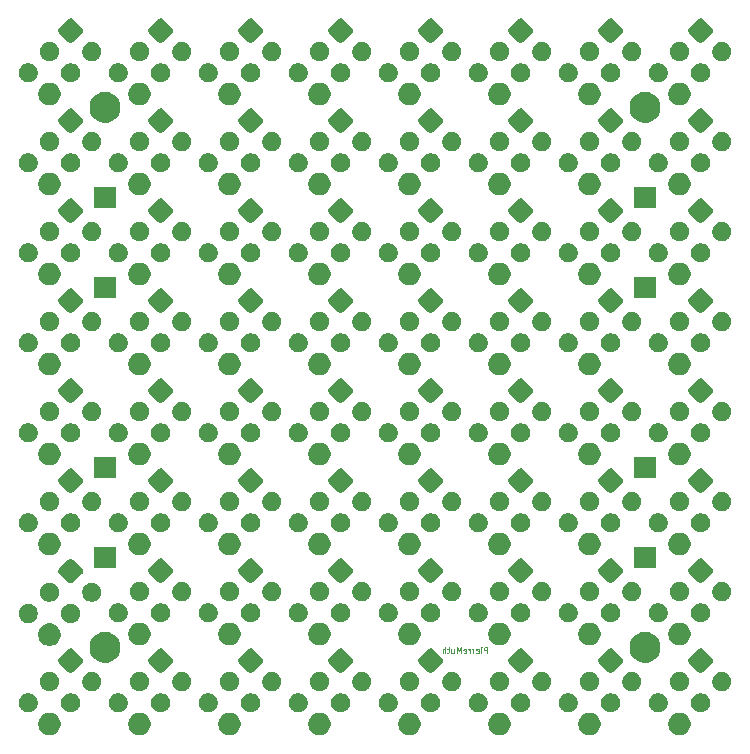
<source format=gbr>
G04 #@! TF.GenerationSoftware,KiCad,Pcbnew,(5.1.4)-1*
G04 #@! TF.CreationDate,2020-05-19T09:12:06+02:00*
G04 #@! TF.ProjectId,neonpixelmatrix,6e656f6e-7069-4786-956c-6d6174726978,rev?*
G04 #@! TF.SameCoordinates,Original*
G04 #@! TF.FileFunction,Soldermask,Bot*
G04 #@! TF.FilePolarity,Negative*
%FSLAX46Y46*%
G04 Gerber Fmt 4.6, Leading zero omitted, Abs format (unit mm)*
G04 Created by KiCad (PCBNEW (5.1.4)-1) date 2020-05-19 09:12:06*
%MOMM*%
%LPD*%
G04 APERTURE LIST*
%ADD10C,0.076200*%
%ADD11C,0.127000*%
G04 APERTURE END LIST*
D10*
X142868952Y-67793809D02*
X142868952Y-67285809D01*
X142675428Y-67285809D01*
X142627047Y-67310000D01*
X142602857Y-67334190D01*
X142578666Y-67382571D01*
X142578666Y-67455142D01*
X142602857Y-67503523D01*
X142627047Y-67527714D01*
X142675428Y-67551904D01*
X142868952Y-67551904D01*
X142360952Y-67793809D02*
X142360952Y-67455142D01*
X142360952Y-67285809D02*
X142385142Y-67310000D01*
X142360952Y-67334190D01*
X142336761Y-67310000D01*
X142360952Y-67285809D01*
X142360952Y-67334190D01*
X141925523Y-67769619D02*
X141973904Y-67793809D01*
X142070666Y-67793809D01*
X142119047Y-67769619D01*
X142143238Y-67721238D01*
X142143238Y-67527714D01*
X142119047Y-67479333D01*
X142070666Y-67455142D01*
X141973904Y-67455142D01*
X141925523Y-67479333D01*
X141901333Y-67527714D01*
X141901333Y-67576095D01*
X142143238Y-67624476D01*
X141683619Y-67793809D02*
X141683619Y-67455142D01*
X141683619Y-67551904D02*
X141659428Y-67503523D01*
X141635238Y-67479333D01*
X141586857Y-67455142D01*
X141538476Y-67455142D01*
X141369142Y-67793809D02*
X141369142Y-67455142D01*
X141369142Y-67551904D02*
X141344952Y-67503523D01*
X141320761Y-67479333D01*
X141272380Y-67455142D01*
X141224000Y-67455142D01*
X140861142Y-67769619D02*
X140909523Y-67793809D01*
X141006285Y-67793809D01*
X141054666Y-67769619D01*
X141078857Y-67721238D01*
X141078857Y-67527714D01*
X141054666Y-67479333D01*
X141006285Y-67455142D01*
X140909523Y-67455142D01*
X140861142Y-67479333D01*
X140836952Y-67527714D01*
X140836952Y-67576095D01*
X141078857Y-67624476D01*
X140619238Y-67793809D02*
X140619238Y-67285809D01*
X140449904Y-67648666D01*
X140280571Y-67285809D01*
X140280571Y-67793809D01*
X139820952Y-67455142D02*
X139820952Y-67793809D01*
X140038666Y-67455142D02*
X140038666Y-67721238D01*
X140014476Y-67769619D01*
X139966095Y-67793809D01*
X139893523Y-67793809D01*
X139845142Y-67769619D01*
X139820952Y-67745428D01*
X139651619Y-67455142D02*
X139458095Y-67455142D01*
X139579047Y-67285809D02*
X139579047Y-67721238D01*
X139554857Y-67769619D01*
X139506476Y-67793809D01*
X139458095Y-67793809D01*
X139288761Y-67793809D02*
X139288761Y-67285809D01*
X139071047Y-67793809D02*
X139071047Y-67527714D01*
X139095238Y-67479333D01*
X139143619Y-67455142D01*
X139216190Y-67455142D01*
X139264571Y-67479333D01*
X139288761Y-67503523D01*
D11*
G36*
X106059312Y-72899815D02*
G01*
X106232347Y-72971489D01*
X106388074Y-73075542D01*
X106520509Y-73207977D01*
X106624562Y-73363704D01*
X106696236Y-73536739D01*
X106732774Y-73720431D01*
X106732774Y-73907723D01*
X106696236Y-74091415D01*
X106624562Y-74264450D01*
X106520509Y-74420177D01*
X106388074Y-74552612D01*
X106232347Y-74656665D01*
X106059312Y-74728339D01*
X105875620Y-74764877D01*
X105688328Y-74764877D01*
X105504636Y-74728339D01*
X105331601Y-74656665D01*
X105175874Y-74552612D01*
X105043439Y-74420177D01*
X104939386Y-74264450D01*
X104867712Y-74091415D01*
X104831174Y-73907723D01*
X104831174Y-73720431D01*
X104867712Y-73536739D01*
X104939386Y-73363704D01*
X105043439Y-73207977D01*
X105175874Y-73075542D01*
X105331601Y-72971489D01*
X105504636Y-72899815D01*
X105688328Y-72863277D01*
X105875620Y-72863277D01*
X106059312Y-72899815D01*
X106059312Y-72899815D01*
G37*
G36*
X113679312Y-72899815D02*
G01*
X113852347Y-72971489D01*
X114008074Y-73075542D01*
X114140509Y-73207977D01*
X114244562Y-73363704D01*
X114316236Y-73536739D01*
X114352774Y-73720431D01*
X114352774Y-73907723D01*
X114316236Y-74091415D01*
X114244562Y-74264450D01*
X114140509Y-74420177D01*
X114008074Y-74552612D01*
X113852347Y-74656665D01*
X113679312Y-74728339D01*
X113495620Y-74764877D01*
X113308328Y-74764877D01*
X113124636Y-74728339D01*
X112951601Y-74656665D01*
X112795874Y-74552612D01*
X112663439Y-74420177D01*
X112559386Y-74264450D01*
X112487712Y-74091415D01*
X112451174Y-73907723D01*
X112451174Y-73720431D01*
X112487712Y-73536739D01*
X112559386Y-73363704D01*
X112663439Y-73207977D01*
X112795874Y-73075542D01*
X112951601Y-72971489D01*
X113124636Y-72899815D01*
X113308328Y-72863277D01*
X113495620Y-72863277D01*
X113679312Y-72899815D01*
X113679312Y-72899815D01*
G37*
G36*
X121299312Y-72899815D02*
G01*
X121472347Y-72971489D01*
X121628074Y-73075542D01*
X121760509Y-73207977D01*
X121864562Y-73363704D01*
X121936236Y-73536739D01*
X121972774Y-73720431D01*
X121972774Y-73907723D01*
X121936236Y-74091415D01*
X121864562Y-74264450D01*
X121760509Y-74420177D01*
X121628074Y-74552612D01*
X121472347Y-74656665D01*
X121299312Y-74728339D01*
X121115620Y-74764877D01*
X120928328Y-74764877D01*
X120744636Y-74728339D01*
X120571601Y-74656665D01*
X120415874Y-74552612D01*
X120283439Y-74420177D01*
X120179386Y-74264450D01*
X120107712Y-74091415D01*
X120071174Y-73907723D01*
X120071174Y-73720431D01*
X120107712Y-73536739D01*
X120179386Y-73363704D01*
X120283439Y-73207977D01*
X120415874Y-73075542D01*
X120571601Y-72971489D01*
X120744636Y-72899815D01*
X120928328Y-72863277D01*
X121115620Y-72863277D01*
X121299312Y-72899815D01*
X121299312Y-72899815D01*
G37*
G36*
X128919312Y-72899815D02*
G01*
X129092347Y-72971489D01*
X129248074Y-73075542D01*
X129380509Y-73207977D01*
X129484562Y-73363704D01*
X129556236Y-73536739D01*
X129592774Y-73720431D01*
X129592774Y-73907723D01*
X129556236Y-74091415D01*
X129484562Y-74264450D01*
X129380509Y-74420177D01*
X129248074Y-74552612D01*
X129092347Y-74656665D01*
X128919312Y-74728339D01*
X128735620Y-74764877D01*
X128548328Y-74764877D01*
X128364636Y-74728339D01*
X128191601Y-74656665D01*
X128035874Y-74552612D01*
X127903439Y-74420177D01*
X127799386Y-74264450D01*
X127727712Y-74091415D01*
X127691174Y-73907723D01*
X127691174Y-73720431D01*
X127727712Y-73536739D01*
X127799386Y-73363704D01*
X127903439Y-73207977D01*
X128035874Y-73075542D01*
X128191601Y-72971489D01*
X128364636Y-72899815D01*
X128548328Y-72863277D01*
X128735620Y-72863277D01*
X128919312Y-72899815D01*
X128919312Y-72899815D01*
G37*
G36*
X136539312Y-72899815D02*
G01*
X136712347Y-72971489D01*
X136868074Y-73075542D01*
X137000509Y-73207977D01*
X137104562Y-73363704D01*
X137176236Y-73536739D01*
X137212774Y-73720431D01*
X137212774Y-73907723D01*
X137176236Y-74091415D01*
X137104562Y-74264450D01*
X137000509Y-74420177D01*
X136868074Y-74552612D01*
X136712347Y-74656665D01*
X136539312Y-74728339D01*
X136355620Y-74764877D01*
X136168328Y-74764877D01*
X135984636Y-74728339D01*
X135811601Y-74656665D01*
X135655874Y-74552612D01*
X135523439Y-74420177D01*
X135419386Y-74264450D01*
X135347712Y-74091415D01*
X135311174Y-73907723D01*
X135311174Y-73720431D01*
X135347712Y-73536739D01*
X135419386Y-73363704D01*
X135523439Y-73207977D01*
X135655874Y-73075542D01*
X135811601Y-72971489D01*
X135984636Y-72899815D01*
X136168328Y-72863277D01*
X136355620Y-72863277D01*
X136539312Y-72899815D01*
X136539312Y-72899815D01*
G37*
G36*
X144159312Y-72899815D02*
G01*
X144332347Y-72971489D01*
X144488074Y-73075542D01*
X144620509Y-73207977D01*
X144724562Y-73363704D01*
X144796236Y-73536739D01*
X144832774Y-73720431D01*
X144832774Y-73907723D01*
X144796236Y-74091415D01*
X144724562Y-74264450D01*
X144620509Y-74420177D01*
X144488074Y-74552612D01*
X144332347Y-74656665D01*
X144159312Y-74728339D01*
X143975620Y-74764877D01*
X143788328Y-74764877D01*
X143604636Y-74728339D01*
X143431601Y-74656665D01*
X143275874Y-74552612D01*
X143143439Y-74420177D01*
X143039386Y-74264450D01*
X142967712Y-74091415D01*
X142931174Y-73907723D01*
X142931174Y-73720431D01*
X142967712Y-73536739D01*
X143039386Y-73363704D01*
X143143439Y-73207977D01*
X143275874Y-73075542D01*
X143431601Y-72971489D01*
X143604636Y-72899815D01*
X143788328Y-72863277D01*
X143975620Y-72863277D01*
X144159312Y-72899815D01*
X144159312Y-72899815D01*
G37*
G36*
X159399312Y-72899815D02*
G01*
X159572347Y-72971489D01*
X159728074Y-73075542D01*
X159860509Y-73207977D01*
X159964562Y-73363704D01*
X160036236Y-73536739D01*
X160072774Y-73720431D01*
X160072774Y-73907723D01*
X160036236Y-74091415D01*
X159964562Y-74264450D01*
X159860509Y-74420177D01*
X159728074Y-74552612D01*
X159572347Y-74656665D01*
X159399312Y-74728339D01*
X159215620Y-74764877D01*
X159028328Y-74764877D01*
X158844636Y-74728339D01*
X158671601Y-74656665D01*
X158515874Y-74552612D01*
X158383439Y-74420177D01*
X158279386Y-74264450D01*
X158207712Y-74091415D01*
X158171174Y-73907723D01*
X158171174Y-73720431D01*
X158207712Y-73536739D01*
X158279386Y-73363704D01*
X158383439Y-73207977D01*
X158515874Y-73075542D01*
X158671601Y-72971489D01*
X158844636Y-72899815D01*
X159028328Y-72863277D01*
X159215620Y-72863277D01*
X159399312Y-72899815D01*
X159399312Y-72899815D01*
G37*
G36*
X151779312Y-72899815D02*
G01*
X151952347Y-72971489D01*
X152108074Y-73075542D01*
X152240509Y-73207977D01*
X152344562Y-73363704D01*
X152416236Y-73536739D01*
X152452774Y-73720431D01*
X152452774Y-73907723D01*
X152416236Y-74091415D01*
X152344562Y-74264450D01*
X152240509Y-74420177D01*
X152108074Y-74552612D01*
X151952347Y-74656665D01*
X151779312Y-74728339D01*
X151595620Y-74764877D01*
X151408328Y-74764877D01*
X151224636Y-74728339D01*
X151051601Y-74656665D01*
X150895874Y-74552612D01*
X150763439Y-74420177D01*
X150659386Y-74264450D01*
X150587712Y-74091415D01*
X150551174Y-73907723D01*
X150551174Y-73720431D01*
X150587712Y-73536739D01*
X150659386Y-73363704D01*
X150763439Y-73207977D01*
X150895874Y-73075542D01*
X151051601Y-72971489D01*
X151224636Y-72899815D01*
X151408328Y-72863277D01*
X151595620Y-72863277D01*
X151779312Y-72899815D01*
X151779312Y-72899815D01*
G37*
G36*
X134703009Y-71236461D02*
G01*
X134850926Y-71297730D01*
X134984057Y-71386686D01*
X135097263Y-71499892D01*
X135186219Y-71633023D01*
X135247488Y-71780940D01*
X135278723Y-71937972D01*
X135278723Y-72098080D01*
X135247488Y-72255112D01*
X135186219Y-72403029D01*
X135097263Y-72536160D01*
X134984057Y-72649366D01*
X134850926Y-72738322D01*
X134703009Y-72799591D01*
X134545977Y-72830826D01*
X134385869Y-72830826D01*
X134228837Y-72799591D01*
X134080920Y-72738322D01*
X133947789Y-72649366D01*
X133834583Y-72536160D01*
X133745627Y-72403029D01*
X133684358Y-72255112D01*
X133653123Y-72098080D01*
X133653123Y-71937972D01*
X133684358Y-71780940D01*
X133745627Y-71633023D01*
X133834583Y-71499892D01*
X133947789Y-71386686D01*
X134080920Y-71297730D01*
X134228837Y-71236461D01*
X134385869Y-71205226D01*
X134545977Y-71205226D01*
X134703009Y-71236461D01*
X134703009Y-71236461D01*
G37*
G36*
X104223009Y-71236461D02*
G01*
X104370926Y-71297730D01*
X104504057Y-71386686D01*
X104617263Y-71499892D01*
X104706219Y-71633023D01*
X104767488Y-71780940D01*
X104798723Y-71937972D01*
X104798723Y-72098080D01*
X104767488Y-72255112D01*
X104706219Y-72403029D01*
X104617263Y-72536160D01*
X104504057Y-72649366D01*
X104370926Y-72738322D01*
X104223009Y-72799591D01*
X104065977Y-72830826D01*
X103905869Y-72830826D01*
X103748837Y-72799591D01*
X103600920Y-72738322D01*
X103467789Y-72649366D01*
X103354583Y-72536160D01*
X103265627Y-72403029D01*
X103204358Y-72255112D01*
X103173123Y-72098080D01*
X103173123Y-71937972D01*
X103204358Y-71780940D01*
X103265627Y-71633023D01*
X103354583Y-71499892D01*
X103467789Y-71386686D01*
X103600920Y-71297730D01*
X103748837Y-71236461D01*
X103905869Y-71205226D01*
X104065977Y-71205226D01*
X104223009Y-71236461D01*
X104223009Y-71236461D01*
G37*
G36*
X161155112Y-71236461D02*
G01*
X161303029Y-71297730D01*
X161436160Y-71386686D01*
X161549366Y-71499892D01*
X161638322Y-71633023D01*
X161699591Y-71780940D01*
X161730826Y-71937972D01*
X161730826Y-72098080D01*
X161699591Y-72255112D01*
X161638322Y-72403029D01*
X161549366Y-72536160D01*
X161436160Y-72649366D01*
X161303029Y-72738322D01*
X161155112Y-72799591D01*
X160998080Y-72830826D01*
X160837972Y-72830826D01*
X160680940Y-72799591D01*
X160533023Y-72738322D01*
X160399892Y-72649366D01*
X160286686Y-72536160D01*
X160197730Y-72403029D01*
X160136461Y-72255112D01*
X160105226Y-72098080D01*
X160105226Y-71937972D01*
X160136461Y-71780940D01*
X160197730Y-71633023D01*
X160286686Y-71499892D01*
X160399892Y-71386686D01*
X160533023Y-71297730D01*
X160680940Y-71236461D01*
X160837972Y-71205226D01*
X160998080Y-71205226D01*
X161155112Y-71236461D01*
X161155112Y-71236461D01*
G37*
G36*
X157563009Y-71236461D02*
G01*
X157710926Y-71297730D01*
X157844057Y-71386686D01*
X157957263Y-71499892D01*
X158046219Y-71633023D01*
X158107488Y-71780940D01*
X158138723Y-71937972D01*
X158138723Y-72098080D01*
X158107488Y-72255112D01*
X158046219Y-72403029D01*
X157957263Y-72536160D01*
X157844057Y-72649366D01*
X157710926Y-72738322D01*
X157563009Y-72799591D01*
X157405977Y-72830826D01*
X157245869Y-72830826D01*
X157088837Y-72799591D01*
X156940920Y-72738322D01*
X156807789Y-72649366D01*
X156694583Y-72536160D01*
X156605627Y-72403029D01*
X156544358Y-72255112D01*
X156513123Y-72098080D01*
X156513123Y-71937972D01*
X156544358Y-71780940D01*
X156605627Y-71633023D01*
X156694583Y-71499892D01*
X156807789Y-71386686D01*
X156940920Y-71297730D01*
X157088837Y-71236461D01*
X157245869Y-71205226D01*
X157405977Y-71205226D01*
X157563009Y-71236461D01*
X157563009Y-71236461D01*
G37*
G36*
X153535112Y-71236461D02*
G01*
X153683029Y-71297730D01*
X153816160Y-71386686D01*
X153929366Y-71499892D01*
X154018322Y-71633023D01*
X154079591Y-71780940D01*
X154110826Y-71937972D01*
X154110826Y-72098080D01*
X154079591Y-72255112D01*
X154018322Y-72403029D01*
X153929366Y-72536160D01*
X153816160Y-72649366D01*
X153683029Y-72738322D01*
X153535112Y-72799591D01*
X153378080Y-72830826D01*
X153217972Y-72830826D01*
X153060940Y-72799591D01*
X152913023Y-72738322D01*
X152779892Y-72649366D01*
X152666686Y-72536160D01*
X152577730Y-72403029D01*
X152516461Y-72255112D01*
X152485226Y-72098080D01*
X152485226Y-71937972D01*
X152516461Y-71780940D01*
X152577730Y-71633023D01*
X152666686Y-71499892D01*
X152779892Y-71386686D01*
X152913023Y-71297730D01*
X153060940Y-71236461D01*
X153217972Y-71205226D01*
X153378080Y-71205226D01*
X153535112Y-71236461D01*
X153535112Y-71236461D01*
G37*
G36*
X145915112Y-71236461D02*
G01*
X146063029Y-71297730D01*
X146196160Y-71386686D01*
X146309366Y-71499892D01*
X146398322Y-71633023D01*
X146459591Y-71780940D01*
X146490826Y-71937972D01*
X146490826Y-72098080D01*
X146459591Y-72255112D01*
X146398322Y-72403029D01*
X146309366Y-72536160D01*
X146196160Y-72649366D01*
X146063029Y-72738322D01*
X145915112Y-72799591D01*
X145758080Y-72830826D01*
X145597972Y-72830826D01*
X145440940Y-72799591D01*
X145293023Y-72738322D01*
X145159892Y-72649366D01*
X145046686Y-72536160D01*
X144957730Y-72403029D01*
X144896461Y-72255112D01*
X144865226Y-72098080D01*
X144865226Y-71937972D01*
X144896461Y-71780940D01*
X144957730Y-71633023D01*
X145046686Y-71499892D01*
X145159892Y-71386686D01*
X145293023Y-71297730D01*
X145440940Y-71236461D01*
X145597972Y-71205226D01*
X145758080Y-71205226D01*
X145915112Y-71236461D01*
X145915112Y-71236461D01*
G37*
G36*
X142323009Y-71236461D02*
G01*
X142470926Y-71297730D01*
X142604057Y-71386686D01*
X142717263Y-71499892D01*
X142806219Y-71633023D01*
X142867488Y-71780940D01*
X142898723Y-71937972D01*
X142898723Y-72098080D01*
X142867488Y-72255112D01*
X142806219Y-72403029D01*
X142717263Y-72536160D01*
X142604057Y-72649366D01*
X142470926Y-72738322D01*
X142323009Y-72799591D01*
X142165977Y-72830826D01*
X142005869Y-72830826D01*
X141848837Y-72799591D01*
X141700920Y-72738322D01*
X141567789Y-72649366D01*
X141454583Y-72536160D01*
X141365627Y-72403029D01*
X141304358Y-72255112D01*
X141273123Y-72098080D01*
X141273123Y-71937972D01*
X141304358Y-71780940D01*
X141365627Y-71633023D01*
X141454583Y-71499892D01*
X141567789Y-71386686D01*
X141700920Y-71297730D01*
X141848837Y-71236461D01*
X142005869Y-71205226D01*
X142165977Y-71205226D01*
X142323009Y-71236461D01*
X142323009Y-71236461D01*
G37*
G36*
X149943009Y-71236461D02*
G01*
X150090926Y-71297730D01*
X150224057Y-71386686D01*
X150337263Y-71499892D01*
X150426219Y-71633023D01*
X150487488Y-71780940D01*
X150518723Y-71937972D01*
X150518723Y-72098080D01*
X150487488Y-72255112D01*
X150426219Y-72403029D01*
X150337263Y-72536160D01*
X150224057Y-72649366D01*
X150090926Y-72738322D01*
X149943009Y-72799591D01*
X149785977Y-72830826D01*
X149625869Y-72830826D01*
X149468837Y-72799591D01*
X149320920Y-72738322D01*
X149187789Y-72649366D01*
X149074583Y-72536160D01*
X148985627Y-72403029D01*
X148924358Y-72255112D01*
X148893123Y-72098080D01*
X148893123Y-71937972D01*
X148924358Y-71780940D01*
X148985627Y-71633023D01*
X149074583Y-71499892D01*
X149187789Y-71386686D01*
X149320920Y-71297730D01*
X149468837Y-71236461D01*
X149625869Y-71205226D01*
X149785977Y-71205226D01*
X149943009Y-71236461D01*
X149943009Y-71236461D01*
G37*
G36*
X130675112Y-71236461D02*
G01*
X130823029Y-71297730D01*
X130956160Y-71386686D01*
X131069366Y-71499892D01*
X131158322Y-71633023D01*
X131219591Y-71780940D01*
X131250826Y-71937972D01*
X131250826Y-72098080D01*
X131219591Y-72255112D01*
X131158322Y-72403029D01*
X131069366Y-72536160D01*
X130956160Y-72649366D01*
X130823029Y-72738322D01*
X130675112Y-72799591D01*
X130518080Y-72830826D01*
X130357972Y-72830826D01*
X130200940Y-72799591D01*
X130053023Y-72738322D01*
X129919892Y-72649366D01*
X129806686Y-72536160D01*
X129717730Y-72403029D01*
X129656461Y-72255112D01*
X129625226Y-72098080D01*
X129625226Y-71937972D01*
X129656461Y-71780940D01*
X129717730Y-71633023D01*
X129806686Y-71499892D01*
X129919892Y-71386686D01*
X130053023Y-71297730D01*
X130200940Y-71236461D01*
X130357972Y-71205226D01*
X130518080Y-71205226D01*
X130675112Y-71236461D01*
X130675112Y-71236461D01*
G37*
G36*
X127083009Y-71236461D02*
G01*
X127230926Y-71297730D01*
X127364057Y-71386686D01*
X127477263Y-71499892D01*
X127566219Y-71633023D01*
X127627488Y-71780940D01*
X127658723Y-71937972D01*
X127658723Y-72098080D01*
X127627488Y-72255112D01*
X127566219Y-72403029D01*
X127477263Y-72536160D01*
X127364057Y-72649366D01*
X127230926Y-72738322D01*
X127083009Y-72799591D01*
X126925977Y-72830826D01*
X126765869Y-72830826D01*
X126608837Y-72799591D01*
X126460920Y-72738322D01*
X126327789Y-72649366D01*
X126214583Y-72536160D01*
X126125627Y-72403029D01*
X126064358Y-72255112D01*
X126033123Y-72098080D01*
X126033123Y-71937972D01*
X126064358Y-71780940D01*
X126125627Y-71633023D01*
X126214583Y-71499892D01*
X126327789Y-71386686D01*
X126460920Y-71297730D01*
X126608837Y-71236461D01*
X126765869Y-71205226D01*
X126925977Y-71205226D01*
X127083009Y-71236461D01*
X127083009Y-71236461D01*
G37*
G36*
X123055112Y-71236461D02*
G01*
X123203029Y-71297730D01*
X123336160Y-71386686D01*
X123449366Y-71499892D01*
X123538322Y-71633023D01*
X123599591Y-71780940D01*
X123630826Y-71937972D01*
X123630826Y-72098080D01*
X123599591Y-72255112D01*
X123538322Y-72403029D01*
X123449366Y-72536160D01*
X123336160Y-72649366D01*
X123203029Y-72738322D01*
X123055112Y-72799591D01*
X122898080Y-72830826D01*
X122737972Y-72830826D01*
X122580940Y-72799591D01*
X122433023Y-72738322D01*
X122299892Y-72649366D01*
X122186686Y-72536160D01*
X122097730Y-72403029D01*
X122036461Y-72255112D01*
X122005226Y-72098080D01*
X122005226Y-71937972D01*
X122036461Y-71780940D01*
X122097730Y-71633023D01*
X122186686Y-71499892D01*
X122299892Y-71386686D01*
X122433023Y-71297730D01*
X122580940Y-71236461D01*
X122737972Y-71205226D01*
X122898080Y-71205226D01*
X123055112Y-71236461D01*
X123055112Y-71236461D01*
G37*
G36*
X119463009Y-71236461D02*
G01*
X119610926Y-71297730D01*
X119744057Y-71386686D01*
X119857263Y-71499892D01*
X119946219Y-71633023D01*
X120007488Y-71780940D01*
X120038723Y-71937972D01*
X120038723Y-72098080D01*
X120007488Y-72255112D01*
X119946219Y-72403029D01*
X119857263Y-72536160D01*
X119744057Y-72649366D01*
X119610926Y-72738322D01*
X119463009Y-72799591D01*
X119305977Y-72830826D01*
X119145869Y-72830826D01*
X118988837Y-72799591D01*
X118840920Y-72738322D01*
X118707789Y-72649366D01*
X118594583Y-72536160D01*
X118505627Y-72403029D01*
X118444358Y-72255112D01*
X118413123Y-72098080D01*
X118413123Y-71937972D01*
X118444358Y-71780940D01*
X118505627Y-71633023D01*
X118594583Y-71499892D01*
X118707789Y-71386686D01*
X118840920Y-71297730D01*
X118988837Y-71236461D01*
X119145869Y-71205226D01*
X119305977Y-71205226D01*
X119463009Y-71236461D01*
X119463009Y-71236461D01*
G37*
G36*
X115435112Y-71236461D02*
G01*
X115583029Y-71297730D01*
X115716160Y-71386686D01*
X115829366Y-71499892D01*
X115918322Y-71633023D01*
X115979591Y-71780940D01*
X116010826Y-71937972D01*
X116010826Y-72098080D01*
X115979591Y-72255112D01*
X115918322Y-72403029D01*
X115829366Y-72536160D01*
X115716160Y-72649366D01*
X115583029Y-72738322D01*
X115435112Y-72799591D01*
X115278080Y-72830826D01*
X115117972Y-72830826D01*
X114960940Y-72799591D01*
X114813023Y-72738322D01*
X114679892Y-72649366D01*
X114566686Y-72536160D01*
X114477730Y-72403029D01*
X114416461Y-72255112D01*
X114385226Y-72098080D01*
X114385226Y-71937972D01*
X114416461Y-71780940D01*
X114477730Y-71633023D01*
X114566686Y-71499892D01*
X114679892Y-71386686D01*
X114813023Y-71297730D01*
X114960940Y-71236461D01*
X115117972Y-71205226D01*
X115278080Y-71205226D01*
X115435112Y-71236461D01*
X115435112Y-71236461D01*
G37*
G36*
X111843009Y-71236461D02*
G01*
X111990926Y-71297730D01*
X112124057Y-71386686D01*
X112237263Y-71499892D01*
X112326219Y-71633023D01*
X112387488Y-71780940D01*
X112418723Y-71937972D01*
X112418723Y-72098080D01*
X112387488Y-72255112D01*
X112326219Y-72403029D01*
X112237263Y-72536160D01*
X112124057Y-72649366D01*
X111990926Y-72738322D01*
X111843009Y-72799591D01*
X111685977Y-72830826D01*
X111525869Y-72830826D01*
X111368837Y-72799591D01*
X111220920Y-72738322D01*
X111087789Y-72649366D01*
X110974583Y-72536160D01*
X110885627Y-72403029D01*
X110824358Y-72255112D01*
X110793123Y-72098080D01*
X110793123Y-71937972D01*
X110824358Y-71780940D01*
X110885627Y-71633023D01*
X110974583Y-71499892D01*
X111087789Y-71386686D01*
X111220920Y-71297730D01*
X111368837Y-71236461D01*
X111525869Y-71205226D01*
X111685977Y-71205226D01*
X111843009Y-71236461D01*
X111843009Y-71236461D01*
G37*
G36*
X107815112Y-71236461D02*
G01*
X107963029Y-71297730D01*
X108096160Y-71386686D01*
X108209366Y-71499892D01*
X108298322Y-71633023D01*
X108359591Y-71780940D01*
X108390826Y-71937972D01*
X108390826Y-72098080D01*
X108359591Y-72255112D01*
X108298322Y-72403029D01*
X108209366Y-72536160D01*
X108096160Y-72649366D01*
X107963029Y-72738322D01*
X107815112Y-72799591D01*
X107658080Y-72830826D01*
X107497972Y-72830826D01*
X107340940Y-72799591D01*
X107193023Y-72738322D01*
X107059892Y-72649366D01*
X106946686Y-72536160D01*
X106857730Y-72403029D01*
X106796461Y-72255112D01*
X106765226Y-72098080D01*
X106765226Y-71937972D01*
X106796461Y-71780940D01*
X106857730Y-71633023D01*
X106946686Y-71499892D01*
X107059892Y-71386686D01*
X107193023Y-71297730D01*
X107340940Y-71236461D01*
X107497972Y-71205226D01*
X107658080Y-71205226D01*
X107815112Y-71236461D01*
X107815112Y-71236461D01*
G37*
G36*
X138295112Y-71236461D02*
G01*
X138443029Y-71297730D01*
X138576160Y-71386686D01*
X138689366Y-71499892D01*
X138778322Y-71633023D01*
X138839591Y-71780940D01*
X138870826Y-71937972D01*
X138870826Y-72098080D01*
X138839591Y-72255112D01*
X138778322Y-72403029D01*
X138689366Y-72536160D01*
X138576160Y-72649366D01*
X138443029Y-72738322D01*
X138295112Y-72799591D01*
X138138080Y-72830826D01*
X137977972Y-72830826D01*
X137820940Y-72799591D01*
X137673023Y-72738322D01*
X137539892Y-72649366D01*
X137426686Y-72536160D01*
X137337730Y-72403029D01*
X137276461Y-72255112D01*
X137245226Y-72098080D01*
X137245226Y-71937972D01*
X137276461Y-71780940D01*
X137337730Y-71633023D01*
X137426686Y-71499892D01*
X137539892Y-71386686D01*
X137673023Y-71297730D01*
X137820940Y-71236461D01*
X137977972Y-71205226D01*
X138138080Y-71205226D01*
X138295112Y-71236461D01*
X138295112Y-71236461D01*
G37*
G36*
X140091163Y-69440409D02*
G01*
X140239080Y-69501678D01*
X140372211Y-69590634D01*
X140485417Y-69703840D01*
X140574373Y-69836971D01*
X140635642Y-69984888D01*
X140666877Y-70141920D01*
X140666877Y-70302028D01*
X140635642Y-70459060D01*
X140574373Y-70606977D01*
X140485417Y-70740108D01*
X140372211Y-70853314D01*
X140239080Y-70942270D01*
X140091163Y-71003539D01*
X139934131Y-71034774D01*
X139774023Y-71034774D01*
X139616991Y-71003539D01*
X139469074Y-70942270D01*
X139335943Y-70853314D01*
X139222737Y-70740108D01*
X139133781Y-70606977D01*
X139072512Y-70459060D01*
X139041277Y-70302028D01*
X139041277Y-70141920D01*
X139072512Y-69984888D01*
X139133781Y-69836971D01*
X139222737Y-69703840D01*
X139335943Y-69590634D01*
X139469074Y-69501678D01*
X139616991Y-69440409D01*
X139774023Y-69409174D01*
X139934131Y-69409174D01*
X140091163Y-69440409D01*
X140091163Y-69440409D01*
G37*
G36*
X106019060Y-69440409D02*
G01*
X106166977Y-69501678D01*
X106300108Y-69590634D01*
X106413314Y-69703840D01*
X106502270Y-69836971D01*
X106563539Y-69984888D01*
X106594774Y-70141920D01*
X106594774Y-70302028D01*
X106563539Y-70459060D01*
X106502270Y-70606977D01*
X106413314Y-70740108D01*
X106300108Y-70853314D01*
X106166977Y-70942270D01*
X106019060Y-71003539D01*
X105862028Y-71034774D01*
X105701920Y-71034774D01*
X105544888Y-71003539D01*
X105396971Y-70942270D01*
X105263840Y-70853314D01*
X105150634Y-70740108D01*
X105061678Y-70606977D01*
X105000409Y-70459060D01*
X104969174Y-70302028D01*
X104969174Y-70141920D01*
X105000409Y-69984888D01*
X105061678Y-69836971D01*
X105150634Y-69703840D01*
X105263840Y-69590634D01*
X105396971Y-69501678D01*
X105544888Y-69440409D01*
X105701920Y-69409174D01*
X105862028Y-69409174D01*
X106019060Y-69440409D01*
X106019060Y-69440409D01*
G37*
G36*
X162951163Y-69440409D02*
G01*
X163099080Y-69501678D01*
X163232211Y-69590634D01*
X163345417Y-69703840D01*
X163434373Y-69836971D01*
X163495642Y-69984888D01*
X163526877Y-70141920D01*
X163526877Y-70302028D01*
X163495642Y-70459060D01*
X163434373Y-70606977D01*
X163345417Y-70740108D01*
X163232211Y-70853314D01*
X163099080Y-70942270D01*
X162951163Y-71003539D01*
X162794131Y-71034774D01*
X162634023Y-71034774D01*
X162476991Y-71003539D01*
X162329074Y-70942270D01*
X162195943Y-70853314D01*
X162082737Y-70740108D01*
X161993781Y-70606977D01*
X161932512Y-70459060D01*
X161901277Y-70302028D01*
X161901277Y-70141920D01*
X161932512Y-69984888D01*
X161993781Y-69836971D01*
X162082737Y-69703840D01*
X162195943Y-69590634D01*
X162329074Y-69501678D01*
X162476991Y-69440409D01*
X162634023Y-69409174D01*
X162794131Y-69409174D01*
X162951163Y-69440409D01*
X162951163Y-69440409D01*
G37*
G36*
X159359060Y-69440409D02*
G01*
X159506977Y-69501678D01*
X159640108Y-69590634D01*
X159753314Y-69703840D01*
X159842270Y-69836971D01*
X159903539Y-69984888D01*
X159934774Y-70141920D01*
X159934774Y-70302028D01*
X159903539Y-70459060D01*
X159842270Y-70606977D01*
X159753314Y-70740108D01*
X159640108Y-70853314D01*
X159506977Y-70942270D01*
X159359060Y-71003539D01*
X159202028Y-71034774D01*
X159041920Y-71034774D01*
X158884888Y-71003539D01*
X158736971Y-70942270D01*
X158603840Y-70853314D01*
X158490634Y-70740108D01*
X158401678Y-70606977D01*
X158340409Y-70459060D01*
X158309174Y-70302028D01*
X158309174Y-70141920D01*
X158340409Y-69984888D01*
X158401678Y-69836971D01*
X158490634Y-69703840D01*
X158603840Y-69590634D01*
X158736971Y-69501678D01*
X158884888Y-69440409D01*
X159041920Y-69409174D01*
X159202028Y-69409174D01*
X159359060Y-69440409D01*
X159359060Y-69440409D01*
G37*
G36*
X155331163Y-69440409D02*
G01*
X155479080Y-69501678D01*
X155612211Y-69590634D01*
X155725417Y-69703840D01*
X155814373Y-69836971D01*
X155875642Y-69984888D01*
X155906877Y-70141920D01*
X155906877Y-70302028D01*
X155875642Y-70459060D01*
X155814373Y-70606977D01*
X155725417Y-70740108D01*
X155612211Y-70853314D01*
X155479080Y-70942270D01*
X155331163Y-71003539D01*
X155174131Y-71034774D01*
X155014023Y-71034774D01*
X154856991Y-71003539D01*
X154709074Y-70942270D01*
X154575943Y-70853314D01*
X154462737Y-70740108D01*
X154373781Y-70606977D01*
X154312512Y-70459060D01*
X154281277Y-70302028D01*
X154281277Y-70141920D01*
X154312512Y-69984888D01*
X154373781Y-69836971D01*
X154462737Y-69703840D01*
X154575943Y-69590634D01*
X154709074Y-69501678D01*
X154856991Y-69440409D01*
X155014023Y-69409174D01*
X155174131Y-69409174D01*
X155331163Y-69440409D01*
X155331163Y-69440409D01*
G37*
G36*
X151739060Y-69440409D02*
G01*
X151886977Y-69501678D01*
X152020108Y-69590634D01*
X152133314Y-69703840D01*
X152222270Y-69836971D01*
X152283539Y-69984888D01*
X152314774Y-70141920D01*
X152314774Y-70302028D01*
X152283539Y-70459060D01*
X152222270Y-70606977D01*
X152133314Y-70740108D01*
X152020108Y-70853314D01*
X151886977Y-70942270D01*
X151739060Y-71003539D01*
X151582028Y-71034774D01*
X151421920Y-71034774D01*
X151264888Y-71003539D01*
X151116971Y-70942270D01*
X150983840Y-70853314D01*
X150870634Y-70740108D01*
X150781678Y-70606977D01*
X150720409Y-70459060D01*
X150689174Y-70302028D01*
X150689174Y-70141920D01*
X150720409Y-69984888D01*
X150781678Y-69836971D01*
X150870634Y-69703840D01*
X150983840Y-69590634D01*
X151116971Y-69501678D01*
X151264888Y-69440409D01*
X151421920Y-69409174D01*
X151582028Y-69409174D01*
X151739060Y-69440409D01*
X151739060Y-69440409D01*
G37*
G36*
X109611163Y-69440409D02*
G01*
X109759080Y-69501678D01*
X109892211Y-69590634D01*
X110005417Y-69703840D01*
X110094373Y-69836971D01*
X110155642Y-69984888D01*
X110186877Y-70141920D01*
X110186877Y-70302028D01*
X110155642Y-70459060D01*
X110094373Y-70606977D01*
X110005417Y-70740108D01*
X109892211Y-70853314D01*
X109759080Y-70942270D01*
X109611163Y-71003539D01*
X109454131Y-71034774D01*
X109294023Y-71034774D01*
X109136991Y-71003539D01*
X108989074Y-70942270D01*
X108855943Y-70853314D01*
X108742737Y-70740108D01*
X108653781Y-70606977D01*
X108592512Y-70459060D01*
X108561277Y-70302028D01*
X108561277Y-70141920D01*
X108592512Y-69984888D01*
X108653781Y-69836971D01*
X108742737Y-69703840D01*
X108855943Y-69590634D01*
X108989074Y-69501678D01*
X109136991Y-69440409D01*
X109294023Y-69409174D01*
X109454131Y-69409174D01*
X109611163Y-69440409D01*
X109611163Y-69440409D01*
G37*
G36*
X113639060Y-69440409D02*
G01*
X113786977Y-69501678D01*
X113920108Y-69590634D01*
X114033314Y-69703840D01*
X114122270Y-69836971D01*
X114183539Y-69984888D01*
X114214774Y-70141920D01*
X114214774Y-70302028D01*
X114183539Y-70459060D01*
X114122270Y-70606977D01*
X114033314Y-70740108D01*
X113920108Y-70853314D01*
X113786977Y-70942270D01*
X113639060Y-71003539D01*
X113482028Y-71034774D01*
X113321920Y-71034774D01*
X113164888Y-71003539D01*
X113016971Y-70942270D01*
X112883840Y-70853314D01*
X112770634Y-70740108D01*
X112681678Y-70606977D01*
X112620409Y-70459060D01*
X112589174Y-70302028D01*
X112589174Y-70141920D01*
X112620409Y-69984888D01*
X112681678Y-69836971D01*
X112770634Y-69703840D01*
X112883840Y-69590634D01*
X113016971Y-69501678D01*
X113164888Y-69440409D01*
X113321920Y-69409174D01*
X113482028Y-69409174D01*
X113639060Y-69440409D01*
X113639060Y-69440409D01*
G37*
G36*
X117231163Y-69440409D02*
G01*
X117379080Y-69501678D01*
X117512211Y-69590634D01*
X117625417Y-69703840D01*
X117714373Y-69836971D01*
X117775642Y-69984888D01*
X117806877Y-70141920D01*
X117806877Y-70302028D01*
X117775642Y-70459060D01*
X117714373Y-70606977D01*
X117625417Y-70740108D01*
X117512211Y-70853314D01*
X117379080Y-70942270D01*
X117231163Y-71003539D01*
X117074131Y-71034774D01*
X116914023Y-71034774D01*
X116756991Y-71003539D01*
X116609074Y-70942270D01*
X116475943Y-70853314D01*
X116362737Y-70740108D01*
X116273781Y-70606977D01*
X116212512Y-70459060D01*
X116181277Y-70302028D01*
X116181277Y-70141920D01*
X116212512Y-69984888D01*
X116273781Y-69836971D01*
X116362737Y-69703840D01*
X116475943Y-69590634D01*
X116609074Y-69501678D01*
X116756991Y-69440409D01*
X116914023Y-69409174D01*
X117074131Y-69409174D01*
X117231163Y-69440409D01*
X117231163Y-69440409D01*
G37*
G36*
X121259060Y-69440409D02*
G01*
X121406977Y-69501678D01*
X121540108Y-69590634D01*
X121653314Y-69703840D01*
X121742270Y-69836971D01*
X121803539Y-69984888D01*
X121834774Y-70141920D01*
X121834774Y-70302028D01*
X121803539Y-70459060D01*
X121742270Y-70606977D01*
X121653314Y-70740108D01*
X121540108Y-70853314D01*
X121406977Y-70942270D01*
X121259060Y-71003539D01*
X121102028Y-71034774D01*
X120941920Y-71034774D01*
X120784888Y-71003539D01*
X120636971Y-70942270D01*
X120503840Y-70853314D01*
X120390634Y-70740108D01*
X120301678Y-70606977D01*
X120240409Y-70459060D01*
X120209174Y-70302028D01*
X120209174Y-70141920D01*
X120240409Y-69984888D01*
X120301678Y-69836971D01*
X120390634Y-69703840D01*
X120503840Y-69590634D01*
X120636971Y-69501678D01*
X120784888Y-69440409D01*
X120941920Y-69409174D01*
X121102028Y-69409174D01*
X121259060Y-69440409D01*
X121259060Y-69440409D01*
G37*
G36*
X147711163Y-69440409D02*
G01*
X147859080Y-69501678D01*
X147992211Y-69590634D01*
X148105417Y-69703840D01*
X148194373Y-69836971D01*
X148255642Y-69984888D01*
X148286877Y-70141920D01*
X148286877Y-70302028D01*
X148255642Y-70459060D01*
X148194373Y-70606977D01*
X148105417Y-70740108D01*
X147992211Y-70853314D01*
X147859080Y-70942270D01*
X147711163Y-71003539D01*
X147554131Y-71034774D01*
X147394023Y-71034774D01*
X147236991Y-71003539D01*
X147089074Y-70942270D01*
X146955943Y-70853314D01*
X146842737Y-70740108D01*
X146753781Y-70606977D01*
X146692512Y-70459060D01*
X146661277Y-70302028D01*
X146661277Y-70141920D01*
X146692512Y-69984888D01*
X146753781Y-69836971D01*
X146842737Y-69703840D01*
X146955943Y-69590634D01*
X147089074Y-69501678D01*
X147236991Y-69440409D01*
X147394023Y-69409174D01*
X147554131Y-69409174D01*
X147711163Y-69440409D01*
X147711163Y-69440409D01*
G37*
G36*
X136499060Y-69440409D02*
G01*
X136646977Y-69501678D01*
X136780108Y-69590634D01*
X136893314Y-69703840D01*
X136982270Y-69836971D01*
X137043539Y-69984888D01*
X137074774Y-70141920D01*
X137074774Y-70302028D01*
X137043539Y-70459060D01*
X136982270Y-70606977D01*
X136893314Y-70740108D01*
X136780108Y-70853314D01*
X136646977Y-70942270D01*
X136499060Y-71003539D01*
X136342028Y-71034774D01*
X136181920Y-71034774D01*
X136024888Y-71003539D01*
X135876971Y-70942270D01*
X135743840Y-70853314D01*
X135630634Y-70740108D01*
X135541678Y-70606977D01*
X135480409Y-70459060D01*
X135449174Y-70302028D01*
X135449174Y-70141920D01*
X135480409Y-69984888D01*
X135541678Y-69836971D01*
X135630634Y-69703840D01*
X135743840Y-69590634D01*
X135876971Y-69501678D01*
X136024888Y-69440409D01*
X136181920Y-69409174D01*
X136342028Y-69409174D01*
X136499060Y-69440409D01*
X136499060Y-69440409D01*
G37*
G36*
X144119060Y-69440409D02*
G01*
X144266977Y-69501678D01*
X144400108Y-69590634D01*
X144513314Y-69703840D01*
X144602270Y-69836971D01*
X144663539Y-69984888D01*
X144694774Y-70141920D01*
X144694774Y-70302028D01*
X144663539Y-70459060D01*
X144602270Y-70606977D01*
X144513314Y-70740108D01*
X144400108Y-70853314D01*
X144266977Y-70942270D01*
X144119060Y-71003539D01*
X143962028Y-71034774D01*
X143801920Y-71034774D01*
X143644888Y-71003539D01*
X143496971Y-70942270D01*
X143363840Y-70853314D01*
X143250634Y-70740108D01*
X143161678Y-70606977D01*
X143100409Y-70459060D01*
X143069174Y-70302028D01*
X143069174Y-70141920D01*
X143100409Y-69984888D01*
X143161678Y-69836971D01*
X143250634Y-69703840D01*
X143363840Y-69590634D01*
X143496971Y-69501678D01*
X143644888Y-69440409D01*
X143801920Y-69409174D01*
X143962028Y-69409174D01*
X144119060Y-69440409D01*
X144119060Y-69440409D01*
G37*
G36*
X124851163Y-69440409D02*
G01*
X124999080Y-69501678D01*
X125132211Y-69590634D01*
X125245417Y-69703840D01*
X125334373Y-69836971D01*
X125395642Y-69984888D01*
X125426877Y-70141920D01*
X125426877Y-70302028D01*
X125395642Y-70459060D01*
X125334373Y-70606977D01*
X125245417Y-70740108D01*
X125132211Y-70853314D01*
X124999080Y-70942270D01*
X124851163Y-71003539D01*
X124694131Y-71034774D01*
X124534023Y-71034774D01*
X124376991Y-71003539D01*
X124229074Y-70942270D01*
X124095943Y-70853314D01*
X123982737Y-70740108D01*
X123893781Y-70606977D01*
X123832512Y-70459060D01*
X123801277Y-70302028D01*
X123801277Y-70141920D01*
X123832512Y-69984888D01*
X123893781Y-69836971D01*
X123982737Y-69703840D01*
X124095943Y-69590634D01*
X124229074Y-69501678D01*
X124376991Y-69440409D01*
X124534023Y-69409174D01*
X124694131Y-69409174D01*
X124851163Y-69440409D01*
X124851163Y-69440409D01*
G37*
G36*
X128879060Y-69440409D02*
G01*
X129026977Y-69501678D01*
X129160108Y-69590634D01*
X129273314Y-69703840D01*
X129362270Y-69836971D01*
X129423539Y-69984888D01*
X129454774Y-70141920D01*
X129454774Y-70302028D01*
X129423539Y-70459060D01*
X129362270Y-70606977D01*
X129273314Y-70740108D01*
X129160108Y-70853314D01*
X129026977Y-70942270D01*
X128879060Y-71003539D01*
X128722028Y-71034774D01*
X128561920Y-71034774D01*
X128404888Y-71003539D01*
X128256971Y-70942270D01*
X128123840Y-70853314D01*
X128010634Y-70740108D01*
X127921678Y-70606977D01*
X127860409Y-70459060D01*
X127829174Y-70302028D01*
X127829174Y-70141920D01*
X127860409Y-69984888D01*
X127921678Y-69836971D01*
X128010634Y-69703840D01*
X128123840Y-69590634D01*
X128256971Y-69501678D01*
X128404888Y-69440409D01*
X128561920Y-69409174D01*
X128722028Y-69409174D01*
X128879060Y-69440409D01*
X128879060Y-69440409D01*
G37*
G36*
X132471163Y-69440409D02*
G01*
X132619080Y-69501678D01*
X132752211Y-69590634D01*
X132865417Y-69703840D01*
X132954373Y-69836971D01*
X133015642Y-69984888D01*
X133046877Y-70141920D01*
X133046877Y-70302028D01*
X133015642Y-70459060D01*
X132954373Y-70606977D01*
X132865417Y-70740108D01*
X132752211Y-70853314D01*
X132619080Y-70942270D01*
X132471163Y-71003539D01*
X132314131Y-71034774D01*
X132154023Y-71034774D01*
X131996991Y-71003539D01*
X131849074Y-70942270D01*
X131715943Y-70853314D01*
X131602737Y-70740108D01*
X131513781Y-70606977D01*
X131452512Y-70459060D01*
X131421277Y-70302028D01*
X131421277Y-70141920D01*
X131452512Y-69984888D01*
X131513781Y-69836971D01*
X131602737Y-69703840D01*
X131715943Y-69590634D01*
X131849074Y-69501678D01*
X131996991Y-69440409D01*
X132154023Y-69409174D01*
X132314131Y-69409174D01*
X132471163Y-69440409D01*
X132471163Y-69440409D01*
G37*
G36*
X153376011Y-67396322D02*
G01*
X153451006Y-67419072D01*
X153520117Y-67456012D01*
X153582638Y-67507322D01*
X154216627Y-68141311D01*
X154267937Y-68203832D01*
X154304877Y-68272943D01*
X154327627Y-68347938D01*
X154335308Y-68425923D01*
X154327627Y-68503908D01*
X154304877Y-68578903D01*
X154267937Y-68648014D01*
X154216627Y-68710535D01*
X153582638Y-69344524D01*
X153520117Y-69395834D01*
X153451006Y-69432774D01*
X153376011Y-69455524D01*
X153298026Y-69463205D01*
X153220041Y-69455524D01*
X153145046Y-69432774D01*
X153075935Y-69395834D01*
X153013414Y-69344524D01*
X152379425Y-68710535D01*
X152328115Y-68648014D01*
X152291175Y-68578903D01*
X152268425Y-68503908D01*
X152260744Y-68425923D01*
X152268425Y-68347938D01*
X152291175Y-68272943D01*
X152328115Y-68203832D01*
X152379425Y-68141311D01*
X153013414Y-67507322D01*
X153075935Y-67456012D01*
X153145046Y-67419072D01*
X153220041Y-67396322D01*
X153298026Y-67388641D01*
X153376011Y-67396322D01*
X153376011Y-67396322D01*
G37*
G36*
X130516011Y-67396322D02*
G01*
X130591006Y-67419072D01*
X130660117Y-67456012D01*
X130722638Y-67507322D01*
X131356627Y-68141311D01*
X131407937Y-68203832D01*
X131444877Y-68272943D01*
X131467627Y-68347938D01*
X131475308Y-68425923D01*
X131467627Y-68503908D01*
X131444877Y-68578903D01*
X131407937Y-68648014D01*
X131356627Y-68710535D01*
X130722638Y-69344524D01*
X130660117Y-69395834D01*
X130591006Y-69432774D01*
X130516011Y-69455524D01*
X130438026Y-69463205D01*
X130360041Y-69455524D01*
X130285046Y-69432774D01*
X130215935Y-69395834D01*
X130153414Y-69344524D01*
X129519425Y-68710535D01*
X129468115Y-68648014D01*
X129431175Y-68578903D01*
X129408425Y-68503908D01*
X129400744Y-68425923D01*
X129408425Y-68347938D01*
X129431175Y-68272943D01*
X129468115Y-68203832D01*
X129519425Y-68141311D01*
X130153414Y-67507322D01*
X130215935Y-67456012D01*
X130285046Y-67419072D01*
X130360041Y-67396322D01*
X130438026Y-67388641D01*
X130516011Y-67396322D01*
X130516011Y-67396322D01*
G37*
G36*
X122896011Y-67396322D02*
G01*
X122971006Y-67419072D01*
X123040117Y-67456012D01*
X123102638Y-67507322D01*
X123736627Y-68141311D01*
X123787937Y-68203832D01*
X123824877Y-68272943D01*
X123847627Y-68347938D01*
X123855308Y-68425923D01*
X123847627Y-68503908D01*
X123824877Y-68578903D01*
X123787937Y-68648014D01*
X123736627Y-68710535D01*
X123102638Y-69344524D01*
X123040117Y-69395834D01*
X122971006Y-69432774D01*
X122896011Y-69455524D01*
X122818026Y-69463205D01*
X122740041Y-69455524D01*
X122665046Y-69432774D01*
X122595935Y-69395834D01*
X122533414Y-69344524D01*
X121899425Y-68710535D01*
X121848115Y-68648014D01*
X121811175Y-68578903D01*
X121788425Y-68503908D01*
X121780744Y-68425923D01*
X121788425Y-68347938D01*
X121811175Y-68272943D01*
X121848115Y-68203832D01*
X121899425Y-68141311D01*
X122533414Y-67507322D01*
X122595935Y-67456012D01*
X122665046Y-67419072D01*
X122740041Y-67396322D01*
X122818026Y-67388641D01*
X122896011Y-67396322D01*
X122896011Y-67396322D01*
G37*
G36*
X138136011Y-67396322D02*
G01*
X138211006Y-67419072D01*
X138280117Y-67456012D01*
X138342638Y-67507322D01*
X138976627Y-68141311D01*
X139027937Y-68203832D01*
X139064877Y-68272943D01*
X139087627Y-68347938D01*
X139095308Y-68425923D01*
X139087627Y-68503908D01*
X139064877Y-68578903D01*
X139027937Y-68648014D01*
X138976627Y-68710535D01*
X138342638Y-69344524D01*
X138280117Y-69395834D01*
X138211006Y-69432774D01*
X138136011Y-69455524D01*
X138058026Y-69463205D01*
X137980041Y-69455524D01*
X137905046Y-69432774D01*
X137835935Y-69395834D01*
X137773414Y-69344524D01*
X137139425Y-68710535D01*
X137088115Y-68648014D01*
X137051175Y-68578903D01*
X137028425Y-68503908D01*
X137020744Y-68425923D01*
X137028425Y-68347938D01*
X137051175Y-68272943D01*
X137088115Y-68203832D01*
X137139425Y-68141311D01*
X137773414Y-67507322D01*
X137835935Y-67456012D01*
X137905046Y-67419072D01*
X137980041Y-67396322D01*
X138058026Y-67388641D01*
X138136011Y-67396322D01*
X138136011Y-67396322D01*
G37*
G36*
X145756011Y-67396322D02*
G01*
X145831006Y-67419072D01*
X145900117Y-67456012D01*
X145962638Y-67507322D01*
X146596627Y-68141311D01*
X146647937Y-68203832D01*
X146684877Y-68272943D01*
X146707627Y-68347938D01*
X146715308Y-68425923D01*
X146707627Y-68503908D01*
X146684877Y-68578903D01*
X146647937Y-68648014D01*
X146596627Y-68710535D01*
X145962638Y-69344524D01*
X145900117Y-69395834D01*
X145831006Y-69432774D01*
X145756011Y-69455524D01*
X145678026Y-69463205D01*
X145600041Y-69455524D01*
X145525046Y-69432774D01*
X145455935Y-69395834D01*
X145393414Y-69344524D01*
X144759425Y-68710535D01*
X144708115Y-68648014D01*
X144671175Y-68578903D01*
X144648425Y-68503908D01*
X144640744Y-68425923D01*
X144648425Y-68347938D01*
X144671175Y-68272943D01*
X144708115Y-68203832D01*
X144759425Y-68141311D01*
X145393414Y-67507322D01*
X145455935Y-67456012D01*
X145525046Y-67419072D01*
X145600041Y-67396322D01*
X145678026Y-67388641D01*
X145756011Y-67396322D01*
X145756011Y-67396322D01*
G37*
G36*
X160996011Y-67396322D02*
G01*
X161071006Y-67419072D01*
X161140117Y-67456012D01*
X161202638Y-67507322D01*
X161836627Y-68141311D01*
X161887937Y-68203832D01*
X161924877Y-68272943D01*
X161947627Y-68347938D01*
X161955308Y-68425923D01*
X161947627Y-68503908D01*
X161924877Y-68578903D01*
X161887937Y-68648014D01*
X161836627Y-68710535D01*
X161202638Y-69344524D01*
X161140117Y-69395834D01*
X161071006Y-69432774D01*
X160996011Y-69455524D01*
X160918026Y-69463205D01*
X160840041Y-69455524D01*
X160765046Y-69432774D01*
X160695935Y-69395834D01*
X160633414Y-69344524D01*
X159999425Y-68710535D01*
X159948115Y-68648014D01*
X159911175Y-68578903D01*
X159888425Y-68503908D01*
X159880744Y-68425923D01*
X159888425Y-68347938D01*
X159911175Y-68272943D01*
X159948115Y-68203832D01*
X159999425Y-68141311D01*
X160633414Y-67507322D01*
X160695935Y-67456012D01*
X160765046Y-67419072D01*
X160840041Y-67396322D01*
X160918026Y-67388641D01*
X160996011Y-67396322D01*
X160996011Y-67396322D01*
G37*
G36*
X115276011Y-67396322D02*
G01*
X115351006Y-67419072D01*
X115420117Y-67456012D01*
X115482638Y-67507322D01*
X116116627Y-68141311D01*
X116167937Y-68203832D01*
X116204877Y-68272943D01*
X116227627Y-68347938D01*
X116235308Y-68425923D01*
X116227627Y-68503908D01*
X116204877Y-68578903D01*
X116167937Y-68648014D01*
X116116627Y-68710535D01*
X115482638Y-69344524D01*
X115420117Y-69395834D01*
X115351006Y-69432774D01*
X115276011Y-69455524D01*
X115198026Y-69463205D01*
X115120041Y-69455524D01*
X115045046Y-69432774D01*
X114975935Y-69395834D01*
X114913414Y-69344524D01*
X114279425Y-68710535D01*
X114228115Y-68648014D01*
X114191175Y-68578903D01*
X114168425Y-68503908D01*
X114160744Y-68425923D01*
X114168425Y-68347938D01*
X114191175Y-68272943D01*
X114228115Y-68203832D01*
X114279425Y-68141311D01*
X114913414Y-67507322D01*
X114975935Y-67456012D01*
X115045046Y-67419072D01*
X115120041Y-67396322D01*
X115198026Y-67388641D01*
X115276011Y-67396322D01*
X115276011Y-67396322D01*
G37*
G36*
X107656011Y-67396322D02*
G01*
X107731006Y-67419072D01*
X107800117Y-67456012D01*
X107862638Y-67507322D01*
X108496627Y-68141311D01*
X108547937Y-68203832D01*
X108584877Y-68272943D01*
X108607627Y-68347938D01*
X108615308Y-68425923D01*
X108607627Y-68503908D01*
X108584877Y-68578903D01*
X108547937Y-68648014D01*
X108496627Y-68710535D01*
X107862638Y-69344524D01*
X107800117Y-69395834D01*
X107731006Y-69432774D01*
X107656011Y-69455524D01*
X107578026Y-69463205D01*
X107500041Y-69455524D01*
X107425046Y-69432774D01*
X107355935Y-69395834D01*
X107293414Y-69344524D01*
X106659425Y-68710535D01*
X106608115Y-68648014D01*
X106571175Y-68578903D01*
X106548425Y-68503908D01*
X106540744Y-68425923D01*
X106548425Y-68347938D01*
X106571175Y-68272943D01*
X106608115Y-68203832D01*
X106659425Y-68141311D01*
X107293414Y-67507322D01*
X107355935Y-67456012D01*
X107425046Y-67419072D01*
X107500041Y-67396322D01*
X107578026Y-67388641D01*
X107656011Y-67396322D01*
X107656011Y-67396322D01*
G37*
G36*
X156589430Y-66059189D02*
G01*
X156826160Y-66157245D01*
X157039213Y-66299603D01*
X157220397Y-66480787D01*
X157362755Y-66693840D01*
X157460811Y-66930570D01*
X157510800Y-67181882D01*
X157510800Y-67438118D01*
X157460811Y-67689430D01*
X157362755Y-67926160D01*
X157220397Y-68139213D01*
X157039213Y-68320397D01*
X156826160Y-68462755D01*
X156589430Y-68560811D01*
X156338118Y-68610800D01*
X156081882Y-68610800D01*
X155830570Y-68560811D01*
X155593840Y-68462755D01*
X155380787Y-68320397D01*
X155199603Y-68139213D01*
X155057245Y-67926160D01*
X154959189Y-67689430D01*
X154909200Y-67438118D01*
X154909200Y-67181882D01*
X154959189Y-66930570D01*
X155057245Y-66693840D01*
X155199603Y-66480787D01*
X155380787Y-66299603D01*
X155593840Y-66157245D01*
X155830570Y-66059189D01*
X156081882Y-66009200D01*
X156338118Y-66009200D01*
X156589430Y-66059189D01*
X156589430Y-66059189D01*
G37*
G36*
X110869430Y-66059189D02*
G01*
X111106160Y-66157245D01*
X111319213Y-66299603D01*
X111500397Y-66480787D01*
X111642755Y-66693840D01*
X111740811Y-66930570D01*
X111790800Y-67181882D01*
X111790800Y-67438118D01*
X111740811Y-67689430D01*
X111642755Y-67926160D01*
X111500397Y-68139213D01*
X111319213Y-68320397D01*
X111106160Y-68462755D01*
X110869430Y-68560811D01*
X110618118Y-68610800D01*
X110361882Y-68610800D01*
X110110570Y-68560811D01*
X109873840Y-68462755D01*
X109660787Y-68320397D01*
X109479603Y-68139213D01*
X109337245Y-67926160D01*
X109239189Y-67689430D01*
X109189200Y-67438118D01*
X109189200Y-67181882D01*
X109239189Y-66930570D01*
X109337245Y-66693840D01*
X109479603Y-66480787D01*
X109660787Y-66299603D01*
X109873840Y-66157245D01*
X110110570Y-66059189D01*
X110361882Y-66009200D01*
X110618118Y-66009200D01*
X110869430Y-66059189D01*
X110869430Y-66059189D01*
G37*
G36*
X106059312Y-65331917D02*
G01*
X106232347Y-65403591D01*
X106388074Y-65507644D01*
X106520509Y-65640079D01*
X106624562Y-65795806D01*
X106696236Y-65968841D01*
X106732774Y-66152533D01*
X106732774Y-66339825D01*
X106696236Y-66523517D01*
X106624562Y-66696552D01*
X106520509Y-66852279D01*
X106388074Y-66984714D01*
X106232347Y-67088767D01*
X106059312Y-67160441D01*
X105875620Y-67196979D01*
X105688328Y-67196979D01*
X105504636Y-67160441D01*
X105331601Y-67088767D01*
X105175874Y-66984714D01*
X105043439Y-66852279D01*
X104939386Y-66696552D01*
X104867712Y-66523517D01*
X104831174Y-66339825D01*
X104831174Y-66152533D01*
X104867712Y-65968841D01*
X104939386Y-65795806D01*
X105043439Y-65640079D01*
X105175874Y-65507644D01*
X105331601Y-65403591D01*
X105504636Y-65331917D01*
X105688328Y-65295379D01*
X105875620Y-65295379D01*
X106059312Y-65331917D01*
X106059312Y-65331917D01*
G37*
G36*
X144159312Y-65279815D02*
G01*
X144332347Y-65351489D01*
X144488074Y-65455542D01*
X144620509Y-65587977D01*
X144724562Y-65743704D01*
X144796236Y-65916739D01*
X144832774Y-66100431D01*
X144832774Y-66287723D01*
X144796236Y-66471415D01*
X144724562Y-66644450D01*
X144620509Y-66800177D01*
X144488074Y-66932612D01*
X144332347Y-67036665D01*
X144159312Y-67108339D01*
X143975620Y-67144877D01*
X143788328Y-67144877D01*
X143604636Y-67108339D01*
X143431601Y-67036665D01*
X143275874Y-66932612D01*
X143143439Y-66800177D01*
X143039386Y-66644450D01*
X142967712Y-66471415D01*
X142931174Y-66287723D01*
X142931174Y-66100431D01*
X142967712Y-65916739D01*
X143039386Y-65743704D01*
X143143439Y-65587977D01*
X143275874Y-65455542D01*
X143431601Y-65351489D01*
X143604636Y-65279815D01*
X143788328Y-65243277D01*
X143975620Y-65243277D01*
X144159312Y-65279815D01*
X144159312Y-65279815D01*
G37*
G36*
X113679312Y-65279815D02*
G01*
X113852347Y-65351489D01*
X114008074Y-65455542D01*
X114140509Y-65587977D01*
X114244562Y-65743704D01*
X114316236Y-65916739D01*
X114352774Y-66100431D01*
X114352774Y-66287723D01*
X114316236Y-66471415D01*
X114244562Y-66644450D01*
X114140509Y-66800177D01*
X114008074Y-66932612D01*
X113852347Y-67036665D01*
X113679312Y-67108339D01*
X113495620Y-67144877D01*
X113308328Y-67144877D01*
X113124636Y-67108339D01*
X112951601Y-67036665D01*
X112795874Y-66932612D01*
X112663439Y-66800177D01*
X112559386Y-66644450D01*
X112487712Y-66471415D01*
X112451174Y-66287723D01*
X112451174Y-66100431D01*
X112487712Y-65916739D01*
X112559386Y-65743704D01*
X112663439Y-65587977D01*
X112795874Y-65455542D01*
X112951601Y-65351489D01*
X113124636Y-65279815D01*
X113308328Y-65243277D01*
X113495620Y-65243277D01*
X113679312Y-65279815D01*
X113679312Y-65279815D01*
G37*
G36*
X151779312Y-65279815D02*
G01*
X151952347Y-65351489D01*
X152108074Y-65455542D01*
X152240509Y-65587977D01*
X152344562Y-65743704D01*
X152416236Y-65916739D01*
X152452774Y-66100431D01*
X152452774Y-66287723D01*
X152416236Y-66471415D01*
X152344562Y-66644450D01*
X152240509Y-66800177D01*
X152108074Y-66932612D01*
X151952347Y-67036665D01*
X151779312Y-67108339D01*
X151595620Y-67144877D01*
X151408328Y-67144877D01*
X151224636Y-67108339D01*
X151051601Y-67036665D01*
X150895874Y-66932612D01*
X150763439Y-66800177D01*
X150659386Y-66644450D01*
X150587712Y-66471415D01*
X150551174Y-66287723D01*
X150551174Y-66100431D01*
X150587712Y-65916739D01*
X150659386Y-65743704D01*
X150763439Y-65587977D01*
X150895874Y-65455542D01*
X151051601Y-65351489D01*
X151224636Y-65279815D01*
X151408328Y-65243277D01*
X151595620Y-65243277D01*
X151779312Y-65279815D01*
X151779312Y-65279815D01*
G37*
G36*
X128919312Y-65279815D02*
G01*
X129092347Y-65351489D01*
X129248074Y-65455542D01*
X129380509Y-65587977D01*
X129484562Y-65743704D01*
X129556236Y-65916739D01*
X129592774Y-66100431D01*
X129592774Y-66287723D01*
X129556236Y-66471415D01*
X129484562Y-66644450D01*
X129380509Y-66800177D01*
X129248074Y-66932612D01*
X129092347Y-67036665D01*
X128919312Y-67108339D01*
X128735620Y-67144877D01*
X128548328Y-67144877D01*
X128364636Y-67108339D01*
X128191601Y-67036665D01*
X128035874Y-66932612D01*
X127903439Y-66800177D01*
X127799386Y-66644450D01*
X127727712Y-66471415D01*
X127691174Y-66287723D01*
X127691174Y-66100431D01*
X127727712Y-65916739D01*
X127799386Y-65743704D01*
X127903439Y-65587977D01*
X128035874Y-65455542D01*
X128191601Y-65351489D01*
X128364636Y-65279815D01*
X128548328Y-65243277D01*
X128735620Y-65243277D01*
X128919312Y-65279815D01*
X128919312Y-65279815D01*
G37*
G36*
X136539312Y-65279815D02*
G01*
X136712347Y-65351489D01*
X136868074Y-65455542D01*
X137000509Y-65587977D01*
X137104562Y-65743704D01*
X137176236Y-65916739D01*
X137212774Y-66100431D01*
X137212774Y-66287723D01*
X137176236Y-66471415D01*
X137104562Y-66644450D01*
X137000509Y-66800177D01*
X136868074Y-66932612D01*
X136712347Y-67036665D01*
X136539312Y-67108339D01*
X136355620Y-67144877D01*
X136168328Y-67144877D01*
X135984636Y-67108339D01*
X135811601Y-67036665D01*
X135655874Y-66932612D01*
X135523439Y-66800177D01*
X135419386Y-66644450D01*
X135347712Y-66471415D01*
X135311174Y-66287723D01*
X135311174Y-66100431D01*
X135347712Y-65916739D01*
X135419386Y-65743704D01*
X135523439Y-65587977D01*
X135655874Y-65455542D01*
X135811601Y-65351489D01*
X135984636Y-65279815D01*
X136168328Y-65243277D01*
X136355620Y-65243277D01*
X136539312Y-65279815D01*
X136539312Y-65279815D01*
G37*
G36*
X121299312Y-65279815D02*
G01*
X121472347Y-65351489D01*
X121628074Y-65455542D01*
X121760509Y-65587977D01*
X121864562Y-65743704D01*
X121936236Y-65916739D01*
X121972774Y-66100431D01*
X121972774Y-66287723D01*
X121936236Y-66471415D01*
X121864562Y-66644450D01*
X121760509Y-66800177D01*
X121628074Y-66932612D01*
X121472347Y-67036665D01*
X121299312Y-67108339D01*
X121115620Y-67144877D01*
X120928328Y-67144877D01*
X120744636Y-67108339D01*
X120571601Y-67036665D01*
X120415874Y-66932612D01*
X120283439Y-66800177D01*
X120179386Y-66644450D01*
X120107712Y-66471415D01*
X120071174Y-66287723D01*
X120071174Y-66100431D01*
X120107712Y-65916739D01*
X120179386Y-65743704D01*
X120283439Y-65587977D01*
X120415874Y-65455542D01*
X120571601Y-65351489D01*
X120744636Y-65279815D01*
X120928328Y-65243277D01*
X121115620Y-65243277D01*
X121299312Y-65279815D01*
X121299312Y-65279815D01*
G37*
G36*
X159399312Y-65279815D02*
G01*
X159572347Y-65351489D01*
X159728074Y-65455542D01*
X159860509Y-65587977D01*
X159964562Y-65743704D01*
X160036236Y-65916739D01*
X160072774Y-66100431D01*
X160072774Y-66287723D01*
X160036236Y-66471415D01*
X159964562Y-66644450D01*
X159860509Y-66800177D01*
X159728074Y-66932612D01*
X159572347Y-67036665D01*
X159399312Y-67108339D01*
X159215620Y-67144877D01*
X159028328Y-67144877D01*
X158844636Y-67108339D01*
X158671601Y-67036665D01*
X158515874Y-66932612D01*
X158383439Y-66800177D01*
X158279386Y-66644450D01*
X158207712Y-66471415D01*
X158171174Y-66287723D01*
X158171174Y-66100431D01*
X158207712Y-65916739D01*
X158279386Y-65743704D01*
X158383439Y-65587977D01*
X158515874Y-65455542D01*
X158671601Y-65351489D01*
X158844636Y-65279815D01*
X159028328Y-65243277D01*
X159215620Y-65243277D01*
X159399312Y-65279815D01*
X159399312Y-65279815D01*
G37*
G36*
X107815112Y-63668563D02*
G01*
X107963029Y-63729832D01*
X108096160Y-63818788D01*
X108209366Y-63931994D01*
X108298322Y-64065125D01*
X108359591Y-64213042D01*
X108390826Y-64370074D01*
X108390826Y-64530182D01*
X108359591Y-64687214D01*
X108298322Y-64835131D01*
X108209366Y-64968262D01*
X108096160Y-65081468D01*
X107963029Y-65170424D01*
X107815112Y-65231693D01*
X107658080Y-65262928D01*
X107497972Y-65262928D01*
X107340940Y-65231693D01*
X107193023Y-65170424D01*
X107059892Y-65081468D01*
X106946686Y-64968262D01*
X106857730Y-64835131D01*
X106796461Y-64687214D01*
X106765226Y-64530182D01*
X106765226Y-64370074D01*
X106796461Y-64213042D01*
X106857730Y-64065125D01*
X106946686Y-63931994D01*
X107059892Y-63818788D01*
X107193023Y-63729832D01*
X107340940Y-63668563D01*
X107497972Y-63637328D01*
X107658080Y-63637328D01*
X107815112Y-63668563D01*
X107815112Y-63668563D01*
G37*
G36*
X104223009Y-63668563D02*
G01*
X104370926Y-63729832D01*
X104504057Y-63818788D01*
X104617263Y-63931994D01*
X104706219Y-64065125D01*
X104767488Y-64213042D01*
X104798723Y-64370074D01*
X104798723Y-64530182D01*
X104767488Y-64687214D01*
X104706219Y-64835131D01*
X104617263Y-64968262D01*
X104504057Y-65081468D01*
X104370926Y-65170424D01*
X104223009Y-65231693D01*
X104065977Y-65262928D01*
X103905869Y-65262928D01*
X103748837Y-65231693D01*
X103600920Y-65170424D01*
X103467789Y-65081468D01*
X103354583Y-64968262D01*
X103265627Y-64835131D01*
X103204358Y-64687214D01*
X103173123Y-64530182D01*
X103173123Y-64370074D01*
X103204358Y-64213042D01*
X103265627Y-64065125D01*
X103354583Y-63931994D01*
X103467789Y-63818788D01*
X103600920Y-63729832D01*
X103748837Y-63668563D01*
X103905869Y-63637328D01*
X104065977Y-63637328D01*
X104223009Y-63668563D01*
X104223009Y-63668563D01*
G37*
G36*
X130675112Y-63616461D02*
G01*
X130823029Y-63677730D01*
X130956160Y-63766686D01*
X131069366Y-63879892D01*
X131158322Y-64013023D01*
X131219591Y-64160940D01*
X131250826Y-64317972D01*
X131250826Y-64478080D01*
X131219591Y-64635112D01*
X131158322Y-64783029D01*
X131069366Y-64916160D01*
X130956160Y-65029366D01*
X130823029Y-65118322D01*
X130675112Y-65179591D01*
X130518080Y-65210826D01*
X130357972Y-65210826D01*
X130200940Y-65179591D01*
X130053023Y-65118322D01*
X129919892Y-65029366D01*
X129806686Y-64916160D01*
X129717730Y-64783029D01*
X129656461Y-64635112D01*
X129625226Y-64478080D01*
X129625226Y-64317972D01*
X129656461Y-64160940D01*
X129717730Y-64013023D01*
X129806686Y-63879892D01*
X129919892Y-63766686D01*
X130053023Y-63677730D01*
X130200940Y-63616461D01*
X130357972Y-63585226D01*
X130518080Y-63585226D01*
X130675112Y-63616461D01*
X130675112Y-63616461D01*
G37*
G36*
X123055112Y-63616461D02*
G01*
X123203029Y-63677730D01*
X123336160Y-63766686D01*
X123449366Y-63879892D01*
X123538322Y-64013023D01*
X123599591Y-64160940D01*
X123630826Y-64317972D01*
X123630826Y-64478080D01*
X123599591Y-64635112D01*
X123538322Y-64783029D01*
X123449366Y-64916160D01*
X123336160Y-65029366D01*
X123203029Y-65118322D01*
X123055112Y-65179591D01*
X122898080Y-65210826D01*
X122737972Y-65210826D01*
X122580940Y-65179591D01*
X122433023Y-65118322D01*
X122299892Y-65029366D01*
X122186686Y-64916160D01*
X122097730Y-64783029D01*
X122036461Y-64635112D01*
X122005226Y-64478080D01*
X122005226Y-64317972D01*
X122036461Y-64160940D01*
X122097730Y-64013023D01*
X122186686Y-63879892D01*
X122299892Y-63766686D01*
X122433023Y-63677730D01*
X122580940Y-63616461D01*
X122737972Y-63585226D01*
X122898080Y-63585226D01*
X123055112Y-63616461D01*
X123055112Y-63616461D01*
G37*
G36*
X138295112Y-63616461D02*
G01*
X138443029Y-63677730D01*
X138576160Y-63766686D01*
X138689366Y-63879892D01*
X138778322Y-64013023D01*
X138839591Y-64160940D01*
X138870826Y-64317972D01*
X138870826Y-64478080D01*
X138839591Y-64635112D01*
X138778322Y-64783029D01*
X138689366Y-64916160D01*
X138576160Y-65029366D01*
X138443029Y-65118322D01*
X138295112Y-65179591D01*
X138138080Y-65210826D01*
X137977972Y-65210826D01*
X137820940Y-65179591D01*
X137673023Y-65118322D01*
X137539892Y-65029366D01*
X137426686Y-64916160D01*
X137337730Y-64783029D01*
X137276461Y-64635112D01*
X137245226Y-64478080D01*
X137245226Y-64317972D01*
X137276461Y-64160940D01*
X137337730Y-64013023D01*
X137426686Y-63879892D01*
X137539892Y-63766686D01*
X137673023Y-63677730D01*
X137820940Y-63616461D01*
X137977972Y-63585226D01*
X138138080Y-63585226D01*
X138295112Y-63616461D01*
X138295112Y-63616461D01*
G37*
G36*
X134703009Y-63616461D02*
G01*
X134850926Y-63677730D01*
X134984057Y-63766686D01*
X135097263Y-63879892D01*
X135186219Y-64013023D01*
X135247488Y-64160940D01*
X135278723Y-64317972D01*
X135278723Y-64478080D01*
X135247488Y-64635112D01*
X135186219Y-64783029D01*
X135097263Y-64916160D01*
X134984057Y-65029366D01*
X134850926Y-65118322D01*
X134703009Y-65179591D01*
X134545977Y-65210826D01*
X134385869Y-65210826D01*
X134228837Y-65179591D01*
X134080920Y-65118322D01*
X133947789Y-65029366D01*
X133834583Y-64916160D01*
X133745627Y-64783029D01*
X133684358Y-64635112D01*
X133653123Y-64478080D01*
X133653123Y-64317972D01*
X133684358Y-64160940D01*
X133745627Y-64013023D01*
X133834583Y-63879892D01*
X133947789Y-63766686D01*
X134080920Y-63677730D01*
X134228837Y-63616461D01*
X134385869Y-63585226D01*
X134545977Y-63585226D01*
X134703009Y-63616461D01*
X134703009Y-63616461D01*
G37*
G36*
X115435112Y-63616461D02*
G01*
X115583029Y-63677730D01*
X115716160Y-63766686D01*
X115829366Y-63879892D01*
X115918322Y-64013023D01*
X115979591Y-64160940D01*
X116010826Y-64317972D01*
X116010826Y-64478080D01*
X115979591Y-64635112D01*
X115918322Y-64783029D01*
X115829366Y-64916160D01*
X115716160Y-65029366D01*
X115583029Y-65118322D01*
X115435112Y-65179591D01*
X115278080Y-65210826D01*
X115117972Y-65210826D01*
X114960940Y-65179591D01*
X114813023Y-65118322D01*
X114679892Y-65029366D01*
X114566686Y-64916160D01*
X114477730Y-64783029D01*
X114416461Y-64635112D01*
X114385226Y-64478080D01*
X114385226Y-64317972D01*
X114416461Y-64160940D01*
X114477730Y-64013023D01*
X114566686Y-63879892D01*
X114679892Y-63766686D01*
X114813023Y-63677730D01*
X114960940Y-63616461D01*
X115117972Y-63585226D01*
X115278080Y-63585226D01*
X115435112Y-63616461D01*
X115435112Y-63616461D01*
G37*
G36*
X127083009Y-63616461D02*
G01*
X127230926Y-63677730D01*
X127364057Y-63766686D01*
X127477263Y-63879892D01*
X127566219Y-64013023D01*
X127627488Y-64160940D01*
X127658723Y-64317972D01*
X127658723Y-64478080D01*
X127627488Y-64635112D01*
X127566219Y-64783029D01*
X127477263Y-64916160D01*
X127364057Y-65029366D01*
X127230926Y-65118322D01*
X127083009Y-65179591D01*
X126925977Y-65210826D01*
X126765869Y-65210826D01*
X126608837Y-65179591D01*
X126460920Y-65118322D01*
X126327789Y-65029366D01*
X126214583Y-64916160D01*
X126125627Y-64783029D01*
X126064358Y-64635112D01*
X126033123Y-64478080D01*
X126033123Y-64317972D01*
X126064358Y-64160940D01*
X126125627Y-64013023D01*
X126214583Y-63879892D01*
X126327789Y-63766686D01*
X126460920Y-63677730D01*
X126608837Y-63616461D01*
X126765869Y-63585226D01*
X126925977Y-63585226D01*
X127083009Y-63616461D01*
X127083009Y-63616461D01*
G37*
G36*
X111843009Y-63616461D02*
G01*
X111990926Y-63677730D01*
X112124057Y-63766686D01*
X112237263Y-63879892D01*
X112326219Y-64013023D01*
X112387488Y-64160940D01*
X112418723Y-64317972D01*
X112418723Y-64478080D01*
X112387488Y-64635112D01*
X112326219Y-64783029D01*
X112237263Y-64916160D01*
X112124057Y-65029366D01*
X111990926Y-65118322D01*
X111843009Y-65179591D01*
X111685977Y-65210826D01*
X111525869Y-65210826D01*
X111368837Y-65179591D01*
X111220920Y-65118322D01*
X111087789Y-65029366D01*
X110974583Y-64916160D01*
X110885627Y-64783029D01*
X110824358Y-64635112D01*
X110793123Y-64478080D01*
X110793123Y-64317972D01*
X110824358Y-64160940D01*
X110885627Y-64013023D01*
X110974583Y-63879892D01*
X111087789Y-63766686D01*
X111220920Y-63677730D01*
X111368837Y-63616461D01*
X111525869Y-63585226D01*
X111685977Y-63585226D01*
X111843009Y-63616461D01*
X111843009Y-63616461D01*
G37*
G36*
X142323009Y-63616461D02*
G01*
X142470926Y-63677730D01*
X142604057Y-63766686D01*
X142717263Y-63879892D01*
X142806219Y-64013023D01*
X142867488Y-64160940D01*
X142898723Y-64317972D01*
X142898723Y-64478080D01*
X142867488Y-64635112D01*
X142806219Y-64783029D01*
X142717263Y-64916160D01*
X142604057Y-65029366D01*
X142470926Y-65118322D01*
X142323009Y-65179591D01*
X142165977Y-65210826D01*
X142005869Y-65210826D01*
X141848837Y-65179591D01*
X141700920Y-65118322D01*
X141567789Y-65029366D01*
X141454583Y-64916160D01*
X141365627Y-64783029D01*
X141304358Y-64635112D01*
X141273123Y-64478080D01*
X141273123Y-64317972D01*
X141304358Y-64160940D01*
X141365627Y-64013023D01*
X141454583Y-63879892D01*
X141567789Y-63766686D01*
X141700920Y-63677730D01*
X141848837Y-63616461D01*
X142005869Y-63585226D01*
X142165977Y-63585226D01*
X142323009Y-63616461D01*
X142323009Y-63616461D01*
G37*
G36*
X119463009Y-63616461D02*
G01*
X119610926Y-63677730D01*
X119744057Y-63766686D01*
X119857263Y-63879892D01*
X119946219Y-64013023D01*
X120007488Y-64160940D01*
X120038723Y-64317972D01*
X120038723Y-64478080D01*
X120007488Y-64635112D01*
X119946219Y-64783029D01*
X119857263Y-64916160D01*
X119744057Y-65029366D01*
X119610926Y-65118322D01*
X119463009Y-65179591D01*
X119305977Y-65210826D01*
X119145869Y-65210826D01*
X118988837Y-65179591D01*
X118840920Y-65118322D01*
X118707789Y-65029366D01*
X118594583Y-64916160D01*
X118505627Y-64783029D01*
X118444358Y-64635112D01*
X118413123Y-64478080D01*
X118413123Y-64317972D01*
X118444358Y-64160940D01*
X118505627Y-64013023D01*
X118594583Y-63879892D01*
X118707789Y-63766686D01*
X118840920Y-63677730D01*
X118988837Y-63616461D01*
X119145869Y-63585226D01*
X119305977Y-63585226D01*
X119463009Y-63616461D01*
X119463009Y-63616461D01*
G37*
G36*
X145915112Y-63616461D02*
G01*
X146063029Y-63677730D01*
X146196160Y-63766686D01*
X146309366Y-63879892D01*
X146398322Y-64013023D01*
X146459591Y-64160940D01*
X146490826Y-64317972D01*
X146490826Y-64478080D01*
X146459591Y-64635112D01*
X146398322Y-64783029D01*
X146309366Y-64916160D01*
X146196160Y-65029366D01*
X146063029Y-65118322D01*
X145915112Y-65179591D01*
X145758080Y-65210826D01*
X145597972Y-65210826D01*
X145440940Y-65179591D01*
X145293023Y-65118322D01*
X145159892Y-65029366D01*
X145046686Y-64916160D01*
X144957730Y-64783029D01*
X144896461Y-64635112D01*
X144865226Y-64478080D01*
X144865226Y-64317972D01*
X144896461Y-64160940D01*
X144957730Y-64013023D01*
X145046686Y-63879892D01*
X145159892Y-63766686D01*
X145293023Y-63677730D01*
X145440940Y-63616461D01*
X145597972Y-63585226D01*
X145758080Y-63585226D01*
X145915112Y-63616461D01*
X145915112Y-63616461D01*
G37*
G36*
X149943009Y-63616461D02*
G01*
X150090926Y-63677730D01*
X150224057Y-63766686D01*
X150337263Y-63879892D01*
X150426219Y-64013023D01*
X150487488Y-64160940D01*
X150518723Y-64317972D01*
X150518723Y-64478080D01*
X150487488Y-64635112D01*
X150426219Y-64783029D01*
X150337263Y-64916160D01*
X150224057Y-65029366D01*
X150090926Y-65118322D01*
X149943009Y-65179591D01*
X149785977Y-65210826D01*
X149625869Y-65210826D01*
X149468837Y-65179591D01*
X149320920Y-65118322D01*
X149187789Y-65029366D01*
X149074583Y-64916160D01*
X148985627Y-64783029D01*
X148924358Y-64635112D01*
X148893123Y-64478080D01*
X148893123Y-64317972D01*
X148924358Y-64160940D01*
X148985627Y-64013023D01*
X149074583Y-63879892D01*
X149187789Y-63766686D01*
X149320920Y-63677730D01*
X149468837Y-63616461D01*
X149625869Y-63585226D01*
X149785977Y-63585226D01*
X149943009Y-63616461D01*
X149943009Y-63616461D01*
G37*
G36*
X157563009Y-63616461D02*
G01*
X157710926Y-63677730D01*
X157844057Y-63766686D01*
X157957263Y-63879892D01*
X158046219Y-64013023D01*
X158107488Y-64160940D01*
X158138723Y-64317972D01*
X158138723Y-64478080D01*
X158107488Y-64635112D01*
X158046219Y-64783029D01*
X157957263Y-64916160D01*
X157844057Y-65029366D01*
X157710926Y-65118322D01*
X157563009Y-65179591D01*
X157405977Y-65210826D01*
X157245869Y-65210826D01*
X157088837Y-65179591D01*
X156940920Y-65118322D01*
X156807789Y-65029366D01*
X156694583Y-64916160D01*
X156605627Y-64783029D01*
X156544358Y-64635112D01*
X156513123Y-64478080D01*
X156513123Y-64317972D01*
X156544358Y-64160940D01*
X156605627Y-64013023D01*
X156694583Y-63879892D01*
X156807789Y-63766686D01*
X156940920Y-63677730D01*
X157088837Y-63616461D01*
X157245869Y-63585226D01*
X157405977Y-63585226D01*
X157563009Y-63616461D01*
X157563009Y-63616461D01*
G37*
G36*
X161155112Y-63616461D02*
G01*
X161303029Y-63677730D01*
X161436160Y-63766686D01*
X161549366Y-63879892D01*
X161638322Y-64013023D01*
X161699591Y-64160940D01*
X161730826Y-64317972D01*
X161730826Y-64478080D01*
X161699591Y-64635112D01*
X161638322Y-64783029D01*
X161549366Y-64916160D01*
X161436160Y-65029366D01*
X161303029Y-65118322D01*
X161155112Y-65179591D01*
X160998080Y-65210826D01*
X160837972Y-65210826D01*
X160680940Y-65179591D01*
X160533023Y-65118322D01*
X160399892Y-65029366D01*
X160286686Y-64916160D01*
X160197730Y-64783029D01*
X160136461Y-64635112D01*
X160105226Y-64478080D01*
X160105226Y-64317972D01*
X160136461Y-64160940D01*
X160197730Y-64013023D01*
X160286686Y-63879892D01*
X160399892Y-63766686D01*
X160533023Y-63677730D01*
X160680940Y-63616461D01*
X160837972Y-63585226D01*
X160998080Y-63585226D01*
X161155112Y-63616461D01*
X161155112Y-63616461D01*
G37*
G36*
X153535112Y-63616461D02*
G01*
X153683029Y-63677730D01*
X153816160Y-63766686D01*
X153929366Y-63879892D01*
X154018322Y-64013023D01*
X154079591Y-64160940D01*
X154110826Y-64317972D01*
X154110826Y-64478080D01*
X154079591Y-64635112D01*
X154018322Y-64783029D01*
X153929366Y-64916160D01*
X153816160Y-65029366D01*
X153683029Y-65118322D01*
X153535112Y-65179591D01*
X153378080Y-65210826D01*
X153217972Y-65210826D01*
X153060940Y-65179591D01*
X152913023Y-65118322D01*
X152779892Y-65029366D01*
X152666686Y-64916160D01*
X152577730Y-64783029D01*
X152516461Y-64635112D01*
X152485226Y-64478080D01*
X152485226Y-64317972D01*
X152516461Y-64160940D01*
X152577730Y-64013023D01*
X152666686Y-63879892D01*
X152779892Y-63766686D01*
X152913023Y-63677730D01*
X153060940Y-63616461D01*
X153217972Y-63585226D01*
X153378080Y-63585226D01*
X153535112Y-63616461D01*
X153535112Y-63616461D01*
G37*
G36*
X106019060Y-61872511D02*
G01*
X106166977Y-61933780D01*
X106300108Y-62022736D01*
X106413314Y-62135942D01*
X106502270Y-62269073D01*
X106563539Y-62416990D01*
X106594774Y-62574022D01*
X106594774Y-62734130D01*
X106563539Y-62891162D01*
X106502270Y-63039079D01*
X106413314Y-63172210D01*
X106300108Y-63285416D01*
X106166977Y-63374372D01*
X106019060Y-63435641D01*
X105862028Y-63466876D01*
X105701920Y-63466876D01*
X105544888Y-63435641D01*
X105396971Y-63374372D01*
X105263840Y-63285416D01*
X105150634Y-63172210D01*
X105061678Y-63039079D01*
X105000409Y-62891162D01*
X104969174Y-62734130D01*
X104969174Y-62574022D01*
X105000409Y-62416990D01*
X105061678Y-62269073D01*
X105150634Y-62135942D01*
X105263840Y-62022736D01*
X105396971Y-61933780D01*
X105544888Y-61872511D01*
X105701920Y-61841276D01*
X105862028Y-61841276D01*
X106019060Y-61872511D01*
X106019060Y-61872511D01*
G37*
G36*
X109611163Y-61872511D02*
G01*
X109759080Y-61933780D01*
X109892211Y-62022736D01*
X110005417Y-62135942D01*
X110094373Y-62269073D01*
X110155642Y-62416990D01*
X110186877Y-62574022D01*
X110186877Y-62734130D01*
X110155642Y-62891162D01*
X110094373Y-63039079D01*
X110005417Y-63172210D01*
X109892211Y-63285416D01*
X109759080Y-63374372D01*
X109611163Y-63435641D01*
X109454131Y-63466876D01*
X109294023Y-63466876D01*
X109136991Y-63435641D01*
X108989074Y-63374372D01*
X108855943Y-63285416D01*
X108742737Y-63172210D01*
X108653781Y-63039079D01*
X108592512Y-62891162D01*
X108561277Y-62734130D01*
X108561277Y-62574022D01*
X108592512Y-62416990D01*
X108653781Y-62269073D01*
X108742737Y-62135942D01*
X108855943Y-62022736D01*
X108989074Y-61933780D01*
X109136991Y-61872511D01*
X109294023Y-61841276D01*
X109454131Y-61841276D01*
X109611163Y-61872511D01*
X109611163Y-61872511D01*
G37*
G36*
X113639060Y-61820409D02*
G01*
X113786977Y-61881678D01*
X113920108Y-61970634D01*
X114033314Y-62083840D01*
X114122270Y-62216971D01*
X114183539Y-62364888D01*
X114214774Y-62521920D01*
X114214774Y-62682028D01*
X114183539Y-62839060D01*
X114122270Y-62986977D01*
X114033314Y-63120108D01*
X113920108Y-63233314D01*
X113786977Y-63322270D01*
X113639060Y-63383539D01*
X113482028Y-63414774D01*
X113321920Y-63414774D01*
X113164888Y-63383539D01*
X113016971Y-63322270D01*
X112883840Y-63233314D01*
X112770634Y-63120108D01*
X112681678Y-62986977D01*
X112620409Y-62839060D01*
X112589174Y-62682028D01*
X112589174Y-62521920D01*
X112620409Y-62364888D01*
X112681678Y-62216971D01*
X112770634Y-62083840D01*
X112883840Y-61970634D01*
X113016971Y-61881678D01*
X113164888Y-61820409D01*
X113321920Y-61789174D01*
X113482028Y-61789174D01*
X113639060Y-61820409D01*
X113639060Y-61820409D01*
G37*
G36*
X151739060Y-61820409D02*
G01*
X151886977Y-61881678D01*
X152020108Y-61970634D01*
X152133314Y-62083840D01*
X152222270Y-62216971D01*
X152283539Y-62364888D01*
X152314774Y-62521920D01*
X152314774Y-62682028D01*
X152283539Y-62839060D01*
X152222270Y-62986977D01*
X152133314Y-63120108D01*
X152020108Y-63233314D01*
X151886977Y-63322270D01*
X151739060Y-63383539D01*
X151582028Y-63414774D01*
X151421920Y-63414774D01*
X151264888Y-63383539D01*
X151116971Y-63322270D01*
X150983840Y-63233314D01*
X150870634Y-63120108D01*
X150781678Y-62986977D01*
X150720409Y-62839060D01*
X150689174Y-62682028D01*
X150689174Y-62521920D01*
X150720409Y-62364888D01*
X150781678Y-62216971D01*
X150870634Y-62083840D01*
X150983840Y-61970634D01*
X151116971Y-61881678D01*
X151264888Y-61820409D01*
X151421920Y-61789174D01*
X151582028Y-61789174D01*
X151739060Y-61820409D01*
X151739060Y-61820409D01*
G37*
G36*
X147711163Y-61820409D02*
G01*
X147859080Y-61881678D01*
X147992211Y-61970634D01*
X148105417Y-62083840D01*
X148194373Y-62216971D01*
X148255642Y-62364888D01*
X148286877Y-62521920D01*
X148286877Y-62682028D01*
X148255642Y-62839060D01*
X148194373Y-62986977D01*
X148105417Y-63120108D01*
X147992211Y-63233314D01*
X147859080Y-63322270D01*
X147711163Y-63383539D01*
X147554131Y-63414774D01*
X147394023Y-63414774D01*
X147236991Y-63383539D01*
X147089074Y-63322270D01*
X146955943Y-63233314D01*
X146842737Y-63120108D01*
X146753781Y-62986977D01*
X146692512Y-62839060D01*
X146661277Y-62682028D01*
X146661277Y-62521920D01*
X146692512Y-62364888D01*
X146753781Y-62216971D01*
X146842737Y-62083840D01*
X146955943Y-61970634D01*
X147089074Y-61881678D01*
X147236991Y-61820409D01*
X147394023Y-61789174D01*
X147554131Y-61789174D01*
X147711163Y-61820409D01*
X147711163Y-61820409D01*
G37*
G36*
X144119060Y-61820409D02*
G01*
X144266977Y-61881678D01*
X144400108Y-61970634D01*
X144513314Y-62083840D01*
X144602270Y-62216971D01*
X144663539Y-62364888D01*
X144694774Y-62521920D01*
X144694774Y-62682028D01*
X144663539Y-62839060D01*
X144602270Y-62986977D01*
X144513314Y-63120108D01*
X144400108Y-63233314D01*
X144266977Y-63322270D01*
X144119060Y-63383539D01*
X143962028Y-63414774D01*
X143801920Y-63414774D01*
X143644888Y-63383539D01*
X143496971Y-63322270D01*
X143363840Y-63233314D01*
X143250634Y-63120108D01*
X143161678Y-62986977D01*
X143100409Y-62839060D01*
X143069174Y-62682028D01*
X143069174Y-62521920D01*
X143100409Y-62364888D01*
X143161678Y-62216971D01*
X143250634Y-62083840D01*
X143363840Y-61970634D01*
X143496971Y-61881678D01*
X143644888Y-61820409D01*
X143801920Y-61789174D01*
X143962028Y-61789174D01*
X144119060Y-61820409D01*
X144119060Y-61820409D01*
G37*
G36*
X140091163Y-61820409D02*
G01*
X140239080Y-61881678D01*
X140372211Y-61970634D01*
X140485417Y-62083840D01*
X140574373Y-62216971D01*
X140635642Y-62364888D01*
X140666877Y-62521920D01*
X140666877Y-62682028D01*
X140635642Y-62839060D01*
X140574373Y-62986977D01*
X140485417Y-63120108D01*
X140372211Y-63233314D01*
X140239080Y-63322270D01*
X140091163Y-63383539D01*
X139934131Y-63414774D01*
X139774023Y-63414774D01*
X139616991Y-63383539D01*
X139469074Y-63322270D01*
X139335943Y-63233314D01*
X139222737Y-63120108D01*
X139133781Y-62986977D01*
X139072512Y-62839060D01*
X139041277Y-62682028D01*
X139041277Y-62521920D01*
X139072512Y-62364888D01*
X139133781Y-62216971D01*
X139222737Y-62083840D01*
X139335943Y-61970634D01*
X139469074Y-61881678D01*
X139616991Y-61820409D01*
X139774023Y-61789174D01*
X139934131Y-61789174D01*
X140091163Y-61820409D01*
X140091163Y-61820409D01*
G37*
G36*
X136499060Y-61820409D02*
G01*
X136646977Y-61881678D01*
X136780108Y-61970634D01*
X136893314Y-62083840D01*
X136982270Y-62216971D01*
X137043539Y-62364888D01*
X137074774Y-62521920D01*
X137074774Y-62682028D01*
X137043539Y-62839060D01*
X136982270Y-62986977D01*
X136893314Y-63120108D01*
X136780108Y-63233314D01*
X136646977Y-63322270D01*
X136499060Y-63383539D01*
X136342028Y-63414774D01*
X136181920Y-63414774D01*
X136024888Y-63383539D01*
X135876971Y-63322270D01*
X135743840Y-63233314D01*
X135630634Y-63120108D01*
X135541678Y-62986977D01*
X135480409Y-62839060D01*
X135449174Y-62682028D01*
X135449174Y-62521920D01*
X135480409Y-62364888D01*
X135541678Y-62216971D01*
X135630634Y-62083840D01*
X135743840Y-61970634D01*
X135876971Y-61881678D01*
X136024888Y-61820409D01*
X136181920Y-61789174D01*
X136342028Y-61789174D01*
X136499060Y-61820409D01*
X136499060Y-61820409D01*
G37*
G36*
X132471163Y-61820409D02*
G01*
X132619080Y-61881678D01*
X132752211Y-61970634D01*
X132865417Y-62083840D01*
X132954373Y-62216971D01*
X133015642Y-62364888D01*
X133046877Y-62521920D01*
X133046877Y-62682028D01*
X133015642Y-62839060D01*
X132954373Y-62986977D01*
X132865417Y-63120108D01*
X132752211Y-63233314D01*
X132619080Y-63322270D01*
X132471163Y-63383539D01*
X132314131Y-63414774D01*
X132154023Y-63414774D01*
X131996991Y-63383539D01*
X131849074Y-63322270D01*
X131715943Y-63233314D01*
X131602737Y-63120108D01*
X131513781Y-62986977D01*
X131452512Y-62839060D01*
X131421277Y-62682028D01*
X131421277Y-62521920D01*
X131452512Y-62364888D01*
X131513781Y-62216971D01*
X131602737Y-62083840D01*
X131715943Y-61970634D01*
X131849074Y-61881678D01*
X131996991Y-61820409D01*
X132154023Y-61789174D01*
X132314131Y-61789174D01*
X132471163Y-61820409D01*
X132471163Y-61820409D01*
G37*
G36*
X124851163Y-61820409D02*
G01*
X124999080Y-61881678D01*
X125132211Y-61970634D01*
X125245417Y-62083840D01*
X125334373Y-62216971D01*
X125395642Y-62364888D01*
X125426877Y-62521920D01*
X125426877Y-62682028D01*
X125395642Y-62839060D01*
X125334373Y-62986977D01*
X125245417Y-63120108D01*
X125132211Y-63233314D01*
X124999080Y-63322270D01*
X124851163Y-63383539D01*
X124694131Y-63414774D01*
X124534023Y-63414774D01*
X124376991Y-63383539D01*
X124229074Y-63322270D01*
X124095943Y-63233314D01*
X123982737Y-63120108D01*
X123893781Y-62986977D01*
X123832512Y-62839060D01*
X123801277Y-62682028D01*
X123801277Y-62521920D01*
X123832512Y-62364888D01*
X123893781Y-62216971D01*
X123982737Y-62083840D01*
X124095943Y-61970634D01*
X124229074Y-61881678D01*
X124376991Y-61820409D01*
X124534023Y-61789174D01*
X124694131Y-61789174D01*
X124851163Y-61820409D01*
X124851163Y-61820409D01*
G37*
G36*
X121259060Y-61820409D02*
G01*
X121406977Y-61881678D01*
X121540108Y-61970634D01*
X121653314Y-62083840D01*
X121742270Y-62216971D01*
X121803539Y-62364888D01*
X121834774Y-62521920D01*
X121834774Y-62682028D01*
X121803539Y-62839060D01*
X121742270Y-62986977D01*
X121653314Y-63120108D01*
X121540108Y-63233314D01*
X121406977Y-63322270D01*
X121259060Y-63383539D01*
X121102028Y-63414774D01*
X120941920Y-63414774D01*
X120784888Y-63383539D01*
X120636971Y-63322270D01*
X120503840Y-63233314D01*
X120390634Y-63120108D01*
X120301678Y-62986977D01*
X120240409Y-62839060D01*
X120209174Y-62682028D01*
X120209174Y-62521920D01*
X120240409Y-62364888D01*
X120301678Y-62216971D01*
X120390634Y-62083840D01*
X120503840Y-61970634D01*
X120636971Y-61881678D01*
X120784888Y-61820409D01*
X120941920Y-61789174D01*
X121102028Y-61789174D01*
X121259060Y-61820409D01*
X121259060Y-61820409D01*
G37*
G36*
X117231163Y-61820409D02*
G01*
X117379080Y-61881678D01*
X117512211Y-61970634D01*
X117625417Y-62083840D01*
X117714373Y-62216971D01*
X117775642Y-62364888D01*
X117806877Y-62521920D01*
X117806877Y-62682028D01*
X117775642Y-62839060D01*
X117714373Y-62986977D01*
X117625417Y-63120108D01*
X117512211Y-63233314D01*
X117379080Y-63322270D01*
X117231163Y-63383539D01*
X117074131Y-63414774D01*
X116914023Y-63414774D01*
X116756991Y-63383539D01*
X116609074Y-63322270D01*
X116475943Y-63233314D01*
X116362737Y-63120108D01*
X116273781Y-62986977D01*
X116212512Y-62839060D01*
X116181277Y-62682028D01*
X116181277Y-62521920D01*
X116212512Y-62364888D01*
X116273781Y-62216971D01*
X116362737Y-62083840D01*
X116475943Y-61970634D01*
X116609074Y-61881678D01*
X116756991Y-61820409D01*
X116914023Y-61789174D01*
X117074131Y-61789174D01*
X117231163Y-61820409D01*
X117231163Y-61820409D01*
G37*
G36*
X159359060Y-61820409D02*
G01*
X159506977Y-61881678D01*
X159640108Y-61970634D01*
X159753314Y-62083840D01*
X159842270Y-62216971D01*
X159903539Y-62364888D01*
X159934774Y-62521920D01*
X159934774Y-62682028D01*
X159903539Y-62839060D01*
X159842270Y-62986977D01*
X159753314Y-63120108D01*
X159640108Y-63233314D01*
X159506977Y-63322270D01*
X159359060Y-63383539D01*
X159202028Y-63414774D01*
X159041920Y-63414774D01*
X158884888Y-63383539D01*
X158736971Y-63322270D01*
X158603840Y-63233314D01*
X158490634Y-63120108D01*
X158401678Y-62986977D01*
X158340409Y-62839060D01*
X158309174Y-62682028D01*
X158309174Y-62521920D01*
X158340409Y-62364888D01*
X158401678Y-62216971D01*
X158490634Y-62083840D01*
X158603840Y-61970634D01*
X158736971Y-61881678D01*
X158884888Y-61820409D01*
X159041920Y-61789174D01*
X159202028Y-61789174D01*
X159359060Y-61820409D01*
X159359060Y-61820409D01*
G37*
G36*
X155331163Y-61820409D02*
G01*
X155479080Y-61881678D01*
X155612211Y-61970634D01*
X155725417Y-62083840D01*
X155814373Y-62216971D01*
X155875642Y-62364888D01*
X155906877Y-62521920D01*
X155906877Y-62682028D01*
X155875642Y-62839060D01*
X155814373Y-62986977D01*
X155725417Y-63120108D01*
X155612211Y-63233314D01*
X155479080Y-63322270D01*
X155331163Y-63383539D01*
X155174131Y-63414774D01*
X155014023Y-63414774D01*
X154856991Y-63383539D01*
X154709074Y-63322270D01*
X154575943Y-63233314D01*
X154462737Y-63120108D01*
X154373781Y-62986977D01*
X154312512Y-62839060D01*
X154281277Y-62682028D01*
X154281277Y-62521920D01*
X154312512Y-62364888D01*
X154373781Y-62216971D01*
X154462737Y-62083840D01*
X154575943Y-61970634D01*
X154709074Y-61881678D01*
X154856991Y-61820409D01*
X155014023Y-61789174D01*
X155174131Y-61789174D01*
X155331163Y-61820409D01*
X155331163Y-61820409D01*
G37*
G36*
X162951163Y-61820409D02*
G01*
X163099080Y-61881678D01*
X163232211Y-61970634D01*
X163345417Y-62083840D01*
X163434373Y-62216971D01*
X163495642Y-62364888D01*
X163526877Y-62521920D01*
X163526877Y-62682028D01*
X163495642Y-62839060D01*
X163434373Y-62986977D01*
X163345417Y-63120108D01*
X163232211Y-63233314D01*
X163099080Y-63322270D01*
X162951163Y-63383539D01*
X162794131Y-63414774D01*
X162634023Y-63414774D01*
X162476991Y-63383539D01*
X162329074Y-63322270D01*
X162195943Y-63233314D01*
X162082737Y-63120108D01*
X161993781Y-62986977D01*
X161932512Y-62839060D01*
X161901277Y-62682028D01*
X161901277Y-62521920D01*
X161932512Y-62364888D01*
X161993781Y-62216971D01*
X162082737Y-62083840D01*
X162195943Y-61970634D01*
X162329074Y-61881678D01*
X162476991Y-61820409D01*
X162634023Y-61789174D01*
X162794131Y-61789174D01*
X162951163Y-61820409D01*
X162951163Y-61820409D01*
G37*
G36*
X128879060Y-61820409D02*
G01*
X129026977Y-61881678D01*
X129160108Y-61970634D01*
X129273314Y-62083840D01*
X129362270Y-62216971D01*
X129423539Y-62364888D01*
X129454774Y-62521920D01*
X129454774Y-62682028D01*
X129423539Y-62839060D01*
X129362270Y-62986977D01*
X129273314Y-63120108D01*
X129160108Y-63233314D01*
X129026977Y-63322270D01*
X128879060Y-63383539D01*
X128722028Y-63414774D01*
X128561920Y-63414774D01*
X128404888Y-63383539D01*
X128256971Y-63322270D01*
X128123840Y-63233314D01*
X128010634Y-63120108D01*
X127921678Y-62986977D01*
X127860409Y-62839060D01*
X127829174Y-62682028D01*
X127829174Y-62521920D01*
X127860409Y-62364888D01*
X127921678Y-62216971D01*
X128010634Y-62083840D01*
X128123840Y-61970634D01*
X128256971Y-61881678D01*
X128404888Y-61820409D01*
X128561920Y-61789174D01*
X128722028Y-61789174D01*
X128879060Y-61820409D01*
X128879060Y-61820409D01*
G37*
G36*
X107656011Y-59828424D02*
G01*
X107731006Y-59851174D01*
X107800117Y-59888114D01*
X107862638Y-59939424D01*
X108496627Y-60573413D01*
X108547937Y-60635934D01*
X108584877Y-60705045D01*
X108607627Y-60780040D01*
X108615308Y-60858025D01*
X108607627Y-60936010D01*
X108584877Y-61011005D01*
X108547937Y-61080116D01*
X108496627Y-61142637D01*
X107862638Y-61776626D01*
X107800117Y-61827936D01*
X107731006Y-61864876D01*
X107656011Y-61887626D01*
X107578026Y-61895307D01*
X107500041Y-61887626D01*
X107425046Y-61864876D01*
X107355935Y-61827936D01*
X107293414Y-61776626D01*
X106659425Y-61142637D01*
X106608115Y-61080116D01*
X106571175Y-61011005D01*
X106548425Y-60936010D01*
X106540744Y-60858025D01*
X106548425Y-60780040D01*
X106571175Y-60705045D01*
X106608115Y-60635934D01*
X106659425Y-60573413D01*
X107293414Y-59939424D01*
X107355935Y-59888114D01*
X107425046Y-59851174D01*
X107500041Y-59828424D01*
X107578026Y-59820743D01*
X107656011Y-59828424D01*
X107656011Y-59828424D01*
G37*
G36*
X130516011Y-59776322D02*
G01*
X130591006Y-59799072D01*
X130660117Y-59836012D01*
X130722638Y-59887322D01*
X131356627Y-60521311D01*
X131407937Y-60583832D01*
X131444877Y-60652943D01*
X131467627Y-60727938D01*
X131475308Y-60805923D01*
X131467627Y-60883908D01*
X131444877Y-60958903D01*
X131407937Y-61028014D01*
X131356627Y-61090535D01*
X130722638Y-61724524D01*
X130660117Y-61775834D01*
X130591006Y-61812774D01*
X130516011Y-61835524D01*
X130438026Y-61843205D01*
X130360041Y-61835524D01*
X130285046Y-61812774D01*
X130215935Y-61775834D01*
X130153414Y-61724524D01*
X129519425Y-61090535D01*
X129468115Y-61028014D01*
X129431175Y-60958903D01*
X129408425Y-60883908D01*
X129400744Y-60805923D01*
X129408425Y-60727938D01*
X129431175Y-60652943D01*
X129468115Y-60583832D01*
X129519425Y-60521311D01*
X130153414Y-59887322D01*
X130215935Y-59836012D01*
X130285046Y-59799072D01*
X130360041Y-59776322D01*
X130438026Y-59768641D01*
X130516011Y-59776322D01*
X130516011Y-59776322D01*
G37*
G36*
X115276011Y-59776322D02*
G01*
X115351006Y-59799072D01*
X115420117Y-59836012D01*
X115482638Y-59887322D01*
X116116627Y-60521311D01*
X116167937Y-60583832D01*
X116204877Y-60652943D01*
X116227627Y-60727938D01*
X116235308Y-60805923D01*
X116227627Y-60883908D01*
X116204877Y-60958903D01*
X116167937Y-61028014D01*
X116116627Y-61090535D01*
X115482638Y-61724524D01*
X115420117Y-61775834D01*
X115351006Y-61812774D01*
X115276011Y-61835524D01*
X115198026Y-61843205D01*
X115120041Y-61835524D01*
X115045046Y-61812774D01*
X114975935Y-61775834D01*
X114913414Y-61724524D01*
X114279425Y-61090535D01*
X114228115Y-61028014D01*
X114191175Y-60958903D01*
X114168425Y-60883908D01*
X114160744Y-60805923D01*
X114168425Y-60727938D01*
X114191175Y-60652943D01*
X114228115Y-60583832D01*
X114279425Y-60521311D01*
X114913414Y-59887322D01*
X114975935Y-59836012D01*
X115045046Y-59799072D01*
X115120041Y-59776322D01*
X115198026Y-59768641D01*
X115276011Y-59776322D01*
X115276011Y-59776322D01*
G37*
G36*
X122896011Y-59776322D02*
G01*
X122971006Y-59799072D01*
X123040117Y-59836012D01*
X123102638Y-59887322D01*
X123736627Y-60521311D01*
X123787937Y-60583832D01*
X123824877Y-60652943D01*
X123847627Y-60727938D01*
X123855308Y-60805923D01*
X123847627Y-60883908D01*
X123824877Y-60958903D01*
X123787937Y-61028014D01*
X123736627Y-61090535D01*
X123102638Y-61724524D01*
X123040117Y-61775834D01*
X122971006Y-61812774D01*
X122896011Y-61835524D01*
X122818026Y-61843205D01*
X122740041Y-61835524D01*
X122665046Y-61812774D01*
X122595935Y-61775834D01*
X122533414Y-61724524D01*
X121899425Y-61090535D01*
X121848115Y-61028014D01*
X121811175Y-60958903D01*
X121788425Y-60883908D01*
X121780744Y-60805923D01*
X121788425Y-60727938D01*
X121811175Y-60652943D01*
X121848115Y-60583832D01*
X121899425Y-60521311D01*
X122533414Y-59887322D01*
X122595935Y-59836012D01*
X122665046Y-59799072D01*
X122740041Y-59776322D01*
X122818026Y-59768641D01*
X122896011Y-59776322D01*
X122896011Y-59776322D01*
G37*
G36*
X153376011Y-59776322D02*
G01*
X153451006Y-59799072D01*
X153520117Y-59836012D01*
X153582638Y-59887322D01*
X154216627Y-60521311D01*
X154267937Y-60583832D01*
X154304877Y-60652943D01*
X154327627Y-60727938D01*
X154335308Y-60805923D01*
X154327627Y-60883908D01*
X154304877Y-60958903D01*
X154267937Y-61028014D01*
X154216627Y-61090535D01*
X153582638Y-61724524D01*
X153520117Y-61775834D01*
X153451006Y-61812774D01*
X153376011Y-61835524D01*
X153298026Y-61843205D01*
X153220041Y-61835524D01*
X153145046Y-61812774D01*
X153075935Y-61775834D01*
X153013414Y-61724524D01*
X152379425Y-61090535D01*
X152328115Y-61028014D01*
X152291175Y-60958903D01*
X152268425Y-60883908D01*
X152260744Y-60805923D01*
X152268425Y-60727938D01*
X152291175Y-60652943D01*
X152328115Y-60583832D01*
X152379425Y-60521311D01*
X153013414Y-59887322D01*
X153075935Y-59836012D01*
X153145046Y-59799072D01*
X153220041Y-59776322D01*
X153298026Y-59768641D01*
X153376011Y-59776322D01*
X153376011Y-59776322D01*
G37*
G36*
X145756011Y-59776322D02*
G01*
X145831006Y-59799072D01*
X145900117Y-59836012D01*
X145962638Y-59887322D01*
X146596627Y-60521311D01*
X146647937Y-60583832D01*
X146684877Y-60652943D01*
X146707627Y-60727938D01*
X146715308Y-60805923D01*
X146707627Y-60883908D01*
X146684877Y-60958903D01*
X146647937Y-61028014D01*
X146596627Y-61090535D01*
X145962638Y-61724524D01*
X145900117Y-61775834D01*
X145831006Y-61812774D01*
X145756011Y-61835524D01*
X145678026Y-61843205D01*
X145600041Y-61835524D01*
X145525046Y-61812774D01*
X145455935Y-61775834D01*
X145393414Y-61724524D01*
X144759425Y-61090535D01*
X144708115Y-61028014D01*
X144671175Y-60958903D01*
X144648425Y-60883908D01*
X144640744Y-60805923D01*
X144648425Y-60727938D01*
X144671175Y-60652943D01*
X144708115Y-60583832D01*
X144759425Y-60521311D01*
X145393414Y-59887322D01*
X145455935Y-59836012D01*
X145525046Y-59799072D01*
X145600041Y-59776322D01*
X145678026Y-59768641D01*
X145756011Y-59776322D01*
X145756011Y-59776322D01*
G37*
G36*
X160996011Y-59776322D02*
G01*
X161071006Y-59799072D01*
X161140117Y-59836012D01*
X161202638Y-59887322D01*
X161836627Y-60521311D01*
X161887937Y-60583832D01*
X161924877Y-60652943D01*
X161947627Y-60727938D01*
X161955308Y-60805923D01*
X161947627Y-60883908D01*
X161924877Y-60958903D01*
X161887937Y-61028014D01*
X161836627Y-61090535D01*
X161202638Y-61724524D01*
X161140117Y-61775834D01*
X161071006Y-61812774D01*
X160996011Y-61835524D01*
X160918026Y-61843205D01*
X160840041Y-61835524D01*
X160765046Y-61812774D01*
X160695935Y-61775834D01*
X160633414Y-61724524D01*
X159999425Y-61090535D01*
X159948115Y-61028014D01*
X159911175Y-60958903D01*
X159888425Y-60883908D01*
X159880744Y-60805923D01*
X159888425Y-60727938D01*
X159911175Y-60652943D01*
X159948115Y-60583832D01*
X159999425Y-60521311D01*
X160633414Y-59887322D01*
X160695935Y-59836012D01*
X160765046Y-59799072D01*
X160840041Y-59776322D01*
X160918026Y-59768641D01*
X160996011Y-59776322D01*
X160996011Y-59776322D01*
G37*
G36*
X138136011Y-59776322D02*
G01*
X138211006Y-59799072D01*
X138280117Y-59836012D01*
X138342638Y-59887322D01*
X138976627Y-60521311D01*
X139027937Y-60583832D01*
X139064877Y-60652943D01*
X139087627Y-60727938D01*
X139095308Y-60805923D01*
X139087627Y-60883908D01*
X139064877Y-60958903D01*
X139027937Y-61028014D01*
X138976627Y-61090535D01*
X138342638Y-61724524D01*
X138280117Y-61775834D01*
X138211006Y-61812774D01*
X138136011Y-61835524D01*
X138058026Y-61843205D01*
X137980041Y-61835524D01*
X137905046Y-61812774D01*
X137835935Y-61775834D01*
X137773414Y-61724524D01*
X137139425Y-61090535D01*
X137088115Y-61028014D01*
X137051175Y-60958903D01*
X137028425Y-60883908D01*
X137020744Y-60805923D01*
X137028425Y-60727938D01*
X137051175Y-60652943D01*
X137088115Y-60583832D01*
X137139425Y-60521311D01*
X137773414Y-59887322D01*
X137835935Y-59836012D01*
X137905046Y-59799072D01*
X137980041Y-59776322D01*
X138058026Y-59768641D01*
X138136011Y-59776322D01*
X138136011Y-59776322D01*
G37*
G36*
X157110800Y-60590800D02*
G01*
X155309200Y-60590800D01*
X155309200Y-58789200D01*
X157110800Y-58789200D01*
X157110800Y-60590800D01*
X157110800Y-60590800D01*
G37*
G36*
X111390800Y-60590800D02*
G01*
X109589200Y-60590800D01*
X109589200Y-58789200D01*
X111390800Y-58789200D01*
X111390800Y-60590800D01*
X111390800Y-60590800D01*
G37*
G36*
X144159312Y-57659815D02*
G01*
X144332347Y-57731489D01*
X144488074Y-57835542D01*
X144620509Y-57967977D01*
X144724562Y-58123704D01*
X144796236Y-58296739D01*
X144832774Y-58480431D01*
X144832774Y-58667723D01*
X144796236Y-58851415D01*
X144724562Y-59024450D01*
X144620509Y-59180177D01*
X144488074Y-59312612D01*
X144332347Y-59416665D01*
X144159312Y-59488339D01*
X143975620Y-59524877D01*
X143788328Y-59524877D01*
X143604636Y-59488339D01*
X143431601Y-59416665D01*
X143275874Y-59312612D01*
X143143439Y-59180177D01*
X143039386Y-59024450D01*
X142967712Y-58851415D01*
X142931174Y-58667723D01*
X142931174Y-58480431D01*
X142967712Y-58296739D01*
X143039386Y-58123704D01*
X143143439Y-57967977D01*
X143275874Y-57835542D01*
X143431601Y-57731489D01*
X143604636Y-57659815D01*
X143788328Y-57623277D01*
X143975620Y-57623277D01*
X144159312Y-57659815D01*
X144159312Y-57659815D01*
G37*
G36*
X113679312Y-57659815D02*
G01*
X113852347Y-57731489D01*
X114008074Y-57835542D01*
X114140509Y-57967977D01*
X114244562Y-58123704D01*
X114316236Y-58296739D01*
X114352774Y-58480431D01*
X114352774Y-58667723D01*
X114316236Y-58851415D01*
X114244562Y-59024450D01*
X114140509Y-59180177D01*
X114008074Y-59312612D01*
X113852347Y-59416665D01*
X113679312Y-59488339D01*
X113495620Y-59524877D01*
X113308328Y-59524877D01*
X113124636Y-59488339D01*
X112951601Y-59416665D01*
X112795874Y-59312612D01*
X112663439Y-59180177D01*
X112559386Y-59024450D01*
X112487712Y-58851415D01*
X112451174Y-58667723D01*
X112451174Y-58480431D01*
X112487712Y-58296739D01*
X112559386Y-58123704D01*
X112663439Y-57967977D01*
X112795874Y-57835542D01*
X112951601Y-57731489D01*
X113124636Y-57659815D01*
X113308328Y-57623277D01*
X113495620Y-57623277D01*
X113679312Y-57659815D01*
X113679312Y-57659815D01*
G37*
G36*
X159399312Y-57659815D02*
G01*
X159572347Y-57731489D01*
X159728074Y-57835542D01*
X159860509Y-57967977D01*
X159964562Y-58123704D01*
X160036236Y-58296739D01*
X160072774Y-58480431D01*
X160072774Y-58667723D01*
X160036236Y-58851415D01*
X159964562Y-59024450D01*
X159860509Y-59180177D01*
X159728074Y-59312612D01*
X159572347Y-59416665D01*
X159399312Y-59488339D01*
X159215620Y-59524877D01*
X159028328Y-59524877D01*
X158844636Y-59488339D01*
X158671601Y-59416665D01*
X158515874Y-59312612D01*
X158383439Y-59180177D01*
X158279386Y-59024450D01*
X158207712Y-58851415D01*
X158171174Y-58667723D01*
X158171174Y-58480431D01*
X158207712Y-58296739D01*
X158279386Y-58123704D01*
X158383439Y-57967977D01*
X158515874Y-57835542D01*
X158671601Y-57731489D01*
X158844636Y-57659815D01*
X159028328Y-57623277D01*
X159215620Y-57623277D01*
X159399312Y-57659815D01*
X159399312Y-57659815D01*
G37*
G36*
X106059312Y-57659815D02*
G01*
X106232347Y-57731489D01*
X106388074Y-57835542D01*
X106520509Y-57967977D01*
X106624562Y-58123704D01*
X106696236Y-58296739D01*
X106732774Y-58480431D01*
X106732774Y-58667723D01*
X106696236Y-58851415D01*
X106624562Y-59024450D01*
X106520509Y-59180177D01*
X106388074Y-59312612D01*
X106232347Y-59416665D01*
X106059312Y-59488339D01*
X105875620Y-59524877D01*
X105688328Y-59524877D01*
X105504636Y-59488339D01*
X105331601Y-59416665D01*
X105175874Y-59312612D01*
X105043439Y-59180177D01*
X104939386Y-59024450D01*
X104867712Y-58851415D01*
X104831174Y-58667723D01*
X104831174Y-58480431D01*
X104867712Y-58296739D01*
X104939386Y-58123704D01*
X105043439Y-57967977D01*
X105175874Y-57835542D01*
X105331601Y-57731489D01*
X105504636Y-57659815D01*
X105688328Y-57623277D01*
X105875620Y-57623277D01*
X106059312Y-57659815D01*
X106059312Y-57659815D01*
G37*
G36*
X128919312Y-57659815D02*
G01*
X129092347Y-57731489D01*
X129248074Y-57835542D01*
X129380509Y-57967977D01*
X129484562Y-58123704D01*
X129556236Y-58296739D01*
X129592774Y-58480431D01*
X129592774Y-58667723D01*
X129556236Y-58851415D01*
X129484562Y-59024450D01*
X129380509Y-59180177D01*
X129248074Y-59312612D01*
X129092347Y-59416665D01*
X128919312Y-59488339D01*
X128735620Y-59524877D01*
X128548328Y-59524877D01*
X128364636Y-59488339D01*
X128191601Y-59416665D01*
X128035874Y-59312612D01*
X127903439Y-59180177D01*
X127799386Y-59024450D01*
X127727712Y-58851415D01*
X127691174Y-58667723D01*
X127691174Y-58480431D01*
X127727712Y-58296739D01*
X127799386Y-58123704D01*
X127903439Y-57967977D01*
X128035874Y-57835542D01*
X128191601Y-57731489D01*
X128364636Y-57659815D01*
X128548328Y-57623277D01*
X128735620Y-57623277D01*
X128919312Y-57659815D01*
X128919312Y-57659815D01*
G37*
G36*
X121299312Y-57659815D02*
G01*
X121472347Y-57731489D01*
X121628074Y-57835542D01*
X121760509Y-57967977D01*
X121864562Y-58123704D01*
X121936236Y-58296739D01*
X121972774Y-58480431D01*
X121972774Y-58667723D01*
X121936236Y-58851415D01*
X121864562Y-59024450D01*
X121760509Y-59180177D01*
X121628074Y-59312612D01*
X121472347Y-59416665D01*
X121299312Y-59488339D01*
X121115620Y-59524877D01*
X120928328Y-59524877D01*
X120744636Y-59488339D01*
X120571601Y-59416665D01*
X120415874Y-59312612D01*
X120283439Y-59180177D01*
X120179386Y-59024450D01*
X120107712Y-58851415D01*
X120071174Y-58667723D01*
X120071174Y-58480431D01*
X120107712Y-58296739D01*
X120179386Y-58123704D01*
X120283439Y-57967977D01*
X120415874Y-57835542D01*
X120571601Y-57731489D01*
X120744636Y-57659815D01*
X120928328Y-57623277D01*
X121115620Y-57623277D01*
X121299312Y-57659815D01*
X121299312Y-57659815D01*
G37*
G36*
X151779312Y-57659815D02*
G01*
X151952347Y-57731489D01*
X152108074Y-57835542D01*
X152240509Y-57967977D01*
X152344562Y-58123704D01*
X152416236Y-58296739D01*
X152452774Y-58480431D01*
X152452774Y-58667723D01*
X152416236Y-58851415D01*
X152344562Y-59024450D01*
X152240509Y-59180177D01*
X152108074Y-59312612D01*
X151952347Y-59416665D01*
X151779312Y-59488339D01*
X151595620Y-59524877D01*
X151408328Y-59524877D01*
X151224636Y-59488339D01*
X151051601Y-59416665D01*
X150895874Y-59312612D01*
X150763439Y-59180177D01*
X150659386Y-59024450D01*
X150587712Y-58851415D01*
X150551174Y-58667723D01*
X150551174Y-58480431D01*
X150587712Y-58296739D01*
X150659386Y-58123704D01*
X150763439Y-57967977D01*
X150895874Y-57835542D01*
X151051601Y-57731489D01*
X151224636Y-57659815D01*
X151408328Y-57623277D01*
X151595620Y-57623277D01*
X151779312Y-57659815D01*
X151779312Y-57659815D01*
G37*
G36*
X136539312Y-57659815D02*
G01*
X136712347Y-57731489D01*
X136868074Y-57835542D01*
X137000509Y-57967977D01*
X137104562Y-58123704D01*
X137176236Y-58296739D01*
X137212774Y-58480431D01*
X137212774Y-58667723D01*
X137176236Y-58851415D01*
X137104562Y-59024450D01*
X137000509Y-59180177D01*
X136868074Y-59312612D01*
X136712347Y-59416665D01*
X136539312Y-59488339D01*
X136355620Y-59524877D01*
X136168328Y-59524877D01*
X135984636Y-59488339D01*
X135811601Y-59416665D01*
X135655874Y-59312612D01*
X135523439Y-59180177D01*
X135419386Y-59024450D01*
X135347712Y-58851415D01*
X135311174Y-58667723D01*
X135311174Y-58480431D01*
X135347712Y-58296739D01*
X135419386Y-58123704D01*
X135523439Y-57967977D01*
X135655874Y-57835542D01*
X135811601Y-57731489D01*
X135984636Y-57659815D01*
X136168328Y-57623277D01*
X136355620Y-57623277D01*
X136539312Y-57659815D01*
X136539312Y-57659815D01*
G37*
G36*
X134703009Y-55996461D02*
G01*
X134850926Y-56057730D01*
X134984057Y-56146686D01*
X135097263Y-56259892D01*
X135186219Y-56393023D01*
X135247488Y-56540940D01*
X135278723Y-56697972D01*
X135278723Y-56858080D01*
X135247488Y-57015112D01*
X135186219Y-57163029D01*
X135097263Y-57296160D01*
X134984057Y-57409366D01*
X134850926Y-57498322D01*
X134703009Y-57559591D01*
X134545977Y-57590826D01*
X134385869Y-57590826D01*
X134228837Y-57559591D01*
X134080920Y-57498322D01*
X133947789Y-57409366D01*
X133834583Y-57296160D01*
X133745627Y-57163029D01*
X133684358Y-57015112D01*
X133653123Y-56858080D01*
X133653123Y-56697972D01*
X133684358Y-56540940D01*
X133745627Y-56393023D01*
X133834583Y-56259892D01*
X133947789Y-56146686D01*
X134080920Y-56057730D01*
X134228837Y-55996461D01*
X134385869Y-55965226D01*
X134545977Y-55965226D01*
X134703009Y-55996461D01*
X134703009Y-55996461D01*
G37*
G36*
X107815112Y-55996461D02*
G01*
X107963029Y-56057730D01*
X108096160Y-56146686D01*
X108209366Y-56259892D01*
X108298322Y-56393023D01*
X108359591Y-56540940D01*
X108390826Y-56697972D01*
X108390826Y-56858080D01*
X108359591Y-57015112D01*
X108298322Y-57163029D01*
X108209366Y-57296160D01*
X108096160Y-57409366D01*
X107963029Y-57498322D01*
X107815112Y-57559591D01*
X107658080Y-57590826D01*
X107497972Y-57590826D01*
X107340940Y-57559591D01*
X107193023Y-57498322D01*
X107059892Y-57409366D01*
X106946686Y-57296160D01*
X106857730Y-57163029D01*
X106796461Y-57015112D01*
X106765226Y-56858080D01*
X106765226Y-56697972D01*
X106796461Y-56540940D01*
X106857730Y-56393023D01*
X106946686Y-56259892D01*
X107059892Y-56146686D01*
X107193023Y-56057730D01*
X107340940Y-55996461D01*
X107497972Y-55965226D01*
X107658080Y-55965226D01*
X107815112Y-55996461D01*
X107815112Y-55996461D01*
G37*
G36*
X157563009Y-55996461D02*
G01*
X157710926Y-56057730D01*
X157844057Y-56146686D01*
X157957263Y-56259892D01*
X158046219Y-56393023D01*
X158107488Y-56540940D01*
X158138723Y-56697972D01*
X158138723Y-56858080D01*
X158107488Y-57015112D01*
X158046219Y-57163029D01*
X157957263Y-57296160D01*
X157844057Y-57409366D01*
X157710926Y-57498322D01*
X157563009Y-57559591D01*
X157405977Y-57590826D01*
X157245869Y-57590826D01*
X157088837Y-57559591D01*
X156940920Y-57498322D01*
X156807789Y-57409366D01*
X156694583Y-57296160D01*
X156605627Y-57163029D01*
X156544358Y-57015112D01*
X156513123Y-56858080D01*
X156513123Y-56697972D01*
X156544358Y-56540940D01*
X156605627Y-56393023D01*
X156694583Y-56259892D01*
X156807789Y-56146686D01*
X156940920Y-56057730D01*
X157088837Y-55996461D01*
X157245869Y-55965226D01*
X157405977Y-55965226D01*
X157563009Y-55996461D01*
X157563009Y-55996461D01*
G37*
G36*
X161155112Y-55996461D02*
G01*
X161303029Y-56057730D01*
X161436160Y-56146686D01*
X161549366Y-56259892D01*
X161638322Y-56393023D01*
X161699591Y-56540940D01*
X161730826Y-56697972D01*
X161730826Y-56858080D01*
X161699591Y-57015112D01*
X161638322Y-57163029D01*
X161549366Y-57296160D01*
X161436160Y-57409366D01*
X161303029Y-57498322D01*
X161155112Y-57559591D01*
X160998080Y-57590826D01*
X160837972Y-57590826D01*
X160680940Y-57559591D01*
X160533023Y-57498322D01*
X160399892Y-57409366D01*
X160286686Y-57296160D01*
X160197730Y-57163029D01*
X160136461Y-57015112D01*
X160105226Y-56858080D01*
X160105226Y-56697972D01*
X160136461Y-56540940D01*
X160197730Y-56393023D01*
X160286686Y-56259892D01*
X160399892Y-56146686D01*
X160533023Y-56057730D01*
X160680940Y-55996461D01*
X160837972Y-55965226D01*
X160998080Y-55965226D01*
X161155112Y-55996461D01*
X161155112Y-55996461D01*
G37*
G36*
X104223009Y-55996461D02*
G01*
X104370926Y-56057730D01*
X104504057Y-56146686D01*
X104617263Y-56259892D01*
X104706219Y-56393023D01*
X104767488Y-56540940D01*
X104798723Y-56697972D01*
X104798723Y-56858080D01*
X104767488Y-57015112D01*
X104706219Y-57163029D01*
X104617263Y-57296160D01*
X104504057Y-57409366D01*
X104370926Y-57498322D01*
X104223009Y-57559591D01*
X104065977Y-57590826D01*
X103905869Y-57590826D01*
X103748837Y-57559591D01*
X103600920Y-57498322D01*
X103467789Y-57409366D01*
X103354583Y-57296160D01*
X103265627Y-57163029D01*
X103204358Y-57015112D01*
X103173123Y-56858080D01*
X103173123Y-56697972D01*
X103204358Y-56540940D01*
X103265627Y-56393023D01*
X103354583Y-56259892D01*
X103467789Y-56146686D01*
X103600920Y-56057730D01*
X103748837Y-55996461D01*
X103905869Y-55965226D01*
X104065977Y-55965226D01*
X104223009Y-55996461D01*
X104223009Y-55996461D01*
G37*
G36*
X115435112Y-55996461D02*
G01*
X115583029Y-56057730D01*
X115716160Y-56146686D01*
X115829366Y-56259892D01*
X115918322Y-56393023D01*
X115979591Y-56540940D01*
X116010826Y-56697972D01*
X116010826Y-56858080D01*
X115979591Y-57015112D01*
X115918322Y-57163029D01*
X115829366Y-57296160D01*
X115716160Y-57409366D01*
X115583029Y-57498322D01*
X115435112Y-57559591D01*
X115278080Y-57590826D01*
X115117972Y-57590826D01*
X114960940Y-57559591D01*
X114813023Y-57498322D01*
X114679892Y-57409366D01*
X114566686Y-57296160D01*
X114477730Y-57163029D01*
X114416461Y-57015112D01*
X114385226Y-56858080D01*
X114385226Y-56697972D01*
X114416461Y-56540940D01*
X114477730Y-56393023D01*
X114566686Y-56259892D01*
X114679892Y-56146686D01*
X114813023Y-56057730D01*
X114960940Y-55996461D01*
X115117972Y-55965226D01*
X115278080Y-55965226D01*
X115435112Y-55996461D01*
X115435112Y-55996461D01*
G37*
G36*
X119463009Y-55996461D02*
G01*
X119610926Y-56057730D01*
X119744057Y-56146686D01*
X119857263Y-56259892D01*
X119946219Y-56393023D01*
X120007488Y-56540940D01*
X120038723Y-56697972D01*
X120038723Y-56858080D01*
X120007488Y-57015112D01*
X119946219Y-57163029D01*
X119857263Y-57296160D01*
X119744057Y-57409366D01*
X119610926Y-57498322D01*
X119463009Y-57559591D01*
X119305977Y-57590826D01*
X119145869Y-57590826D01*
X118988837Y-57559591D01*
X118840920Y-57498322D01*
X118707789Y-57409366D01*
X118594583Y-57296160D01*
X118505627Y-57163029D01*
X118444358Y-57015112D01*
X118413123Y-56858080D01*
X118413123Y-56697972D01*
X118444358Y-56540940D01*
X118505627Y-56393023D01*
X118594583Y-56259892D01*
X118707789Y-56146686D01*
X118840920Y-56057730D01*
X118988837Y-55996461D01*
X119145869Y-55965226D01*
X119305977Y-55965226D01*
X119463009Y-55996461D01*
X119463009Y-55996461D01*
G37*
G36*
X123055112Y-55996461D02*
G01*
X123203029Y-56057730D01*
X123336160Y-56146686D01*
X123449366Y-56259892D01*
X123538322Y-56393023D01*
X123599591Y-56540940D01*
X123630826Y-56697972D01*
X123630826Y-56858080D01*
X123599591Y-57015112D01*
X123538322Y-57163029D01*
X123449366Y-57296160D01*
X123336160Y-57409366D01*
X123203029Y-57498322D01*
X123055112Y-57559591D01*
X122898080Y-57590826D01*
X122737972Y-57590826D01*
X122580940Y-57559591D01*
X122433023Y-57498322D01*
X122299892Y-57409366D01*
X122186686Y-57296160D01*
X122097730Y-57163029D01*
X122036461Y-57015112D01*
X122005226Y-56858080D01*
X122005226Y-56697972D01*
X122036461Y-56540940D01*
X122097730Y-56393023D01*
X122186686Y-56259892D01*
X122299892Y-56146686D01*
X122433023Y-56057730D01*
X122580940Y-55996461D01*
X122737972Y-55965226D01*
X122898080Y-55965226D01*
X123055112Y-55996461D01*
X123055112Y-55996461D01*
G37*
G36*
X127083009Y-55996461D02*
G01*
X127230926Y-56057730D01*
X127364057Y-56146686D01*
X127477263Y-56259892D01*
X127566219Y-56393023D01*
X127627488Y-56540940D01*
X127658723Y-56697972D01*
X127658723Y-56858080D01*
X127627488Y-57015112D01*
X127566219Y-57163029D01*
X127477263Y-57296160D01*
X127364057Y-57409366D01*
X127230926Y-57498322D01*
X127083009Y-57559591D01*
X126925977Y-57590826D01*
X126765869Y-57590826D01*
X126608837Y-57559591D01*
X126460920Y-57498322D01*
X126327789Y-57409366D01*
X126214583Y-57296160D01*
X126125627Y-57163029D01*
X126064358Y-57015112D01*
X126033123Y-56858080D01*
X126033123Y-56697972D01*
X126064358Y-56540940D01*
X126125627Y-56393023D01*
X126214583Y-56259892D01*
X126327789Y-56146686D01*
X126460920Y-56057730D01*
X126608837Y-55996461D01*
X126765869Y-55965226D01*
X126925977Y-55965226D01*
X127083009Y-55996461D01*
X127083009Y-55996461D01*
G37*
G36*
X130675112Y-55996461D02*
G01*
X130823029Y-56057730D01*
X130956160Y-56146686D01*
X131069366Y-56259892D01*
X131158322Y-56393023D01*
X131219591Y-56540940D01*
X131250826Y-56697972D01*
X131250826Y-56858080D01*
X131219591Y-57015112D01*
X131158322Y-57163029D01*
X131069366Y-57296160D01*
X130956160Y-57409366D01*
X130823029Y-57498322D01*
X130675112Y-57559591D01*
X130518080Y-57590826D01*
X130357972Y-57590826D01*
X130200940Y-57559591D01*
X130053023Y-57498322D01*
X129919892Y-57409366D01*
X129806686Y-57296160D01*
X129717730Y-57163029D01*
X129656461Y-57015112D01*
X129625226Y-56858080D01*
X129625226Y-56697972D01*
X129656461Y-56540940D01*
X129717730Y-56393023D01*
X129806686Y-56259892D01*
X129919892Y-56146686D01*
X130053023Y-56057730D01*
X130200940Y-55996461D01*
X130357972Y-55965226D01*
X130518080Y-55965226D01*
X130675112Y-55996461D01*
X130675112Y-55996461D01*
G37*
G36*
X138295112Y-55996461D02*
G01*
X138443029Y-56057730D01*
X138576160Y-56146686D01*
X138689366Y-56259892D01*
X138778322Y-56393023D01*
X138839591Y-56540940D01*
X138870826Y-56697972D01*
X138870826Y-56858080D01*
X138839591Y-57015112D01*
X138778322Y-57163029D01*
X138689366Y-57296160D01*
X138576160Y-57409366D01*
X138443029Y-57498322D01*
X138295112Y-57559591D01*
X138138080Y-57590826D01*
X137977972Y-57590826D01*
X137820940Y-57559591D01*
X137673023Y-57498322D01*
X137539892Y-57409366D01*
X137426686Y-57296160D01*
X137337730Y-57163029D01*
X137276461Y-57015112D01*
X137245226Y-56858080D01*
X137245226Y-56697972D01*
X137276461Y-56540940D01*
X137337730Y-56393023D01*
X137426686Y-56259892D01*
X137539892Y-56146686D01*
X137673023Y-56057730D01*
X137820940Y-55996461D01*
X137977972Y-55965226D01*
X138138080Y-55965226D01*
X138295112Y-55996461D01*
X138295112Y-55996461D01*
G37*
G36*
X142323009Y-55996461D02*
G01*
X142470926Y-56057730D01*
X142604057Y-56146686D01*
X142717263Y-56259892D01*
X142806219Y-56393023D01*
X142867488Y-56540940D01*
X142898723Y-56697972D01*
X142898723Y-56858080D01*
X142867488Y-57015112D01*
X142806219Y-57163029D01*
X142717263Y-57296160D01*
X142604057Y-57409366D01*
X142470926Y-57498322D01*
X142323009Y-57559591D01*
X142165977Y-57590826D01*
X142005869Y-57590826D01*
X141848837Y-57559591D01*
X141700920Y-57498322D01*
X141567789Y-57409366D01*
X141454583Y-57296160D01*
X141365627Y-57163029D01*
X141304358Y-57015112D01*
X141273123Y-56858080D01*
X141273123Y-56697972D01*
X141304358Y-56540940D01*
X141365627Y-56393023D01*
X141454583Y-56259892D01*
X141567789Y-56146686D01*
X141700920Y-56057730D01*
X141848837Y-55996461D01*
X142005869Y-55965226D01*
X142165977Y-55965226D01*
X142323009Y-55996461D01*
X142323009Y-55996461D01*
G37*
G36*
X153535112Y-55996461D02*
G01*
X153683029Y-56057730D01*
X153816160Y-56146686D01*
X153929366Y-56259892D01*
X154018322Y-56393023D01*
X154079591Y-56540940D01*
X154110826Y-56697972D01*
X154110826Y-56858080D01*
X154079591Y-57015112D01*
X154018322Y-57163029D01*
X153929366Y-57296160D01*
X153816160Y-57409366D01*
X153683029Y-57498322D01*
X153535112Y-57559591D01*
X153378080Y-57590826D01*
X153217972Y-57590826D01*
X153060940Y-57559591D01*
X152913023Y-57498322D01*
X152779892Y-57409366D01*
X152666686Y-57296160D01*
X152577730Y-57163029D01*
X152516461Y-57015112D01*
X152485226Y-56858080D01*
X152485226Y-56697972D01*
X152516461Y-56540940D01*
X152577730Y-56393023D01*
X152666686Y-56259892D01*
X152779892Y-56146686D01*
X152913023Y-56057730D01*
X153060940Y-55996461D01*
X153217972Y-55965226D01*
X153378080Y-55965226D01*
X153535112Y-55996461D01*
X153535112Y-55996461D01*
G37*
G36*
X149943009Y-55996461D02*
G01*
X150090926Y-56057730D01*
X150224057Y-56146686D01*
X150337263Y-56259892D01*
X150426219Y-56393023D01*
X150487488Y-56540940D01*
X150518723Y-56697972D01*
X150518723Y-56858080D01*
X150487488Y-57015112D01*
X150426219Y-57163029D01*
X150337263Y-57296160D01*
X150224057Y-57409366D01*
X150090926Y-57498322D01*
X149943009Y-57559591D01*
X149785977Y-57590826D01*
X149625869Y-57590826D01*
X149468837Y-57559591D01*
X149320920Y-57498322D01*
X149187789Y-57409366D01*
X149074583Y-57296160D01*
X148985627Y-57163029D01*
X148924358Y-57015112D01*
X148893123Y-56858080D01*
X148893123Y-56697972D01*
X148924358Y-56540940D01*
X148985627Y-56393023D01*
X149074583Y-56259892D01*
X149187789Y-56146686D01*
X149320920Y-56057730D01*
X149468837Y-55996461D01*
X149625869Y-55965226D01*
X149785977Y-55965226D01*
X149943009Y-55996461D01*
X149943009Y-55996461D01*
G37*
G36*
X145915112Y-55996461D02*
G01*
X146063029Y-56057730D01*
X146196160Y-56146686D01*
X146309366Y-56259892D01*
X146398322Y-56393023D01*
X146459591Y-56540940D01*
X146490826Y-56697972D01*
X146490826Y-56858080D01*
X146459591Y-57015112D01*
X146398322Y-57163029D01*
X146309366Y-57296160D01*
X146196160Y-57409366D01*
X146063029Y-57498322D01*
X145915112Y-57559591D01*
X145758080Y-57590826D01*
X145597972Y-57590826D01*
X145440940Y-57559591D01*
X145293023Y-57498322D01*
X145159892Y-57409366D01*
X145046686Y-57296160D01*
X144957730Y-57163029D01*
X144896461Y-57015112D01*
X144865226Y-56858080D01*
X144865226Y-56697972D01*
X144896461Y-56540940D01*
X144957730Y-56393023D01*
X145046686Y-56259892D01*
X145159892Y-56146686D01*
X145293023Y-56057730D01*
X145440940Y-55996461D01*
X145597972Y-55965226D01*
X145758080Y-55965226D01*
X145915112Y-55996461D01*
X145915112Y-55996461D01*
G37*
G36*
X111843009Y-55996461D02*
G01*
X111990926Y-56057730D01*
X112124057Y-56146686D01*
X112237263Y-56259892D01*
X112326219Y-56393023D01*
X112387488Y-56540940D01*
X112418723Y-56697972D01*
X112418723Y-56858080D01*
X112387488Y-57015112D01*
X112326219Y-57163029D01*
X112237263Y-57296160D01*
X112124057Y-57409366D01*
X111990926Y-57498322D01*
X111843009Y-57559591D01*
X111685977Y-57590826D01*
X111525869Y-57590826D01*
X111368837Y-57559591D01*
X111220920Y-57498322D01*
X111087789Y-57409366D01*
X110974583Y-57296160D01*
X110885627Y-57163029D01*
X110824358Y-57015112D01*
X110793123Y-56858080D01*
X110793123Y-56697972D01*
X110824358Y-56540940D01*
X110885627Y-56393023D01*
X110974583Y-56259892D01*
X111087789Y-56146686D01*
X111220920Y-56057730D01*
X111368837Y-55996461D01*
X111525869Y-55965226D01*
X111685977Y-55965226D01*
X111843009Y-55996461D01*
X111843009Y-55996461D01*
G37*
G36*
X162951163Y-54200409D02*
G01*
X163099080Y-54261678D01*
X163232211Y-54350634D01*
X163345417Y-54463840D01*
X163434373Y-54596971D01*
X163495642Y-54744888D01*
X163526877Y-54901920D01*
X163526877Y-55062028D01*
X163495642Y-55219060D01*
X163434373Y-55366977D01*
X163345417Y-55500108D01*
X163232211Y-55613314D01*
X163099080Y-55702270D01*
X162951163Y-55763539D01*
X162794131Y-55794774D01*
X162634023Y-55794774D01*
X162476991Y-55763539D01*
X162329074Y-55702270D01*
X162195943Y-55613314D01*
X162082737Y-55500108D01*
X161993781Y-55366977D01*
X161932512Y-55219060D01*
X161901277Y-55062028D01*
X161901277Y-54901920D01*
X161932512Y-54744888D01*
X161993781Y-54596971D01*
X162082737Y-54463840D01*
X162195943Y-54350634D01*
X162329074Y-54261678D01*
X162476991Y-54200409D01*
X162634023Y-54169174D01*
X162794131Y-54169174D01*
X162951163Y-54200409D01*
X162951163Y-54200409D01*
G37*
G36*
X117231163Y-54200409D02*
G01*
X117379080Y-54261678D01*
X117512211Y-54350634D01*
X117625417Y-54463840D01*
X117714373Y-54596971D01*
X117775642Y-54744888D01*
X117806877Y-54901920D01*
X117806877Y-55062028D01*
X117775642Y-55219060D01*
X117714373Y-55366977D01*
X117625417Y-55500108D01*
X117512211Y-55613314D01*
X117379080Y-55702270D01*
X117231163Y-55763539D01*
X117074131Y-55794774D01*
X116914023Y-55794774D01*
X116756991Y-55763539D01*
X116609074Y-55702270D01*
X116475943Y-55613314D01*
X116362737Y-55500108D01*
X116273781Y-55366977D01*
X116212512Y-55219060D01*
X116181277Y-55062028D01*
X116181277Y-54901920D01*
X116212512Y-54744888D01*
X116273781Y-54596971D01*
X116362737Y-54463840D01*
X116475943Y-54350634D01*
X116609074Y-54261678D01*
X116756991Y-54200409D01*
X116914023Y-54169174D01*
X117074131Y-54169174D01*
X117231163Y-54200409D01*
X117231163Y-54200409D01*
G37*
G36*
X113639060Y-54200409D02*
G01*
X113786977Y-54261678D01*
X113920108Y-54350634D01*
X114033314Y-54463840D01*
X114122270Y-54596971D01*
X114183539Y-54744888D01*
X114214774Y-54901920D01*
X114214774Y-55062028D01*
X114183539Y-55219060D01*
X114122270Y-55366977D01*
X114033314Y-55500108D01*
X113920108Y-55613314D01*
X113786977Y-55702270D01*
X113639060Y-55763539D01*
X113482028Y-55794774D01*
X113321920Y-55794774D01*
X113164888Y-55763539D01*
X113016971Y-55702270D01*
X112883840Y-55613314D01*
X112770634Y-55500108D01*
X112681678Y-55366977D01*
X112620409Y-55219060D01*
X112589174Y-55062028D01*
X112589174Y-54901920D01*
X112620409Y-54744888D01*
X112681678Y-54596971D01*
X112770634Y-54463840D01*
X112883840Y-54350634D01*
X113016971Y-54261678D01*
X113164888Y-54200409D01*
X113321920Y-54169174D01*
X113482028Y-54169174D01*
X113639060Y-54200409D01*
X113639060Y-54200409D01*
G37*
G36*
X121259060Y-54200409D02*
G01*
X121406977Y-54261678D01*
X121540108Y-54350634D01*
X121653314Y-54463840D01*
X121742270Y-54596971D01*
X121803539Y-54744888D01*
X121834774Y-54901920D01*
X121834774Y-55062028D01*
X121803539Y-55219060D01*
X121742270Y-55366977D01*
X121653314Y-55500108D01*
X121540108Y-55613314D01*
X121406977Y-55702270D01*
X121259060Y-55763539D01*
X121102028Y-55794774D01*
X120941920Y-55794774D01*
X120784888Y-55763539D01*
X120636971Y-55702270D01*
X120503840Y-55613314D01*
X120390634Y-55500108D01*
X120301678Y-55366977D01*
X120240409Y-55219060D01*
X120209174Y-55062028D01*
X120209174Y-54901920D01*
X120240409Y-54744888D01*
X120301678Y-54596971D01*
X120390634Y-54463840D01*
X120503840Y-54350634D01*
X120636971Y-54261678D01*
X120784888Y-54200409D01*
X120941920Y-54169174D01*
X121102028Y-54169174D01*
X121259060Y-54200409D01*
X121259060Y-54200409D01*
G37*
G36*
X124851163Y-54200409D02*
G01*
X124999080Y-54261678D01*
X125132211Y-54350634D01*
X125245417Y-54463840D01*
X125334373Y-54596971D01*
X125395642Y-54744888D01*
X125426877Y-54901920D01*
X125426877Y-55062028D01*
X125395642Y-55219060D01*
X125334373Y-55366977D01*
X125245417Y-55500108D01*
X125132211Y-55613314D01*
X124999080Y-55702270D01*
X124851163Y-55763539D01*
X124694131Y-55794774D01*
X124534023Y-55794774D01*
X124376991Y-55763539D01*
X124229074Y-55702270D01*
X124095943Y-55613314D01*
X123982737Y-55500108D01*
X123893781Y-55366977D01*
X123832512Y-55219060D01*
X123801277Y-55062028D01*
X123801277Y-54901920D01*
X123832512Y-54744888D01*
X123893781Y-54596971D01*
X123982737Y-54463840D01*
X124095943Y-54350634D01*
X124229074Y-54261678D01*
X124376991Y-54200409D01*
X124534023Y-54169174D01*
X124694131Y-54169174D01*
X124851163Y-54200409D01*
X124851163Y-54200409D01*
G37*
G36*
X128879060Y-54200409D02*
G01*
X129026977Y-54261678D01*
X129160108Y-54350634D01*
X129273314Y-54463840D01*
X129362270Y-54596971D01*
X129423539Y-54744888D01*
X129454774Y-54901920D01*
X129454774Y-55062028D01*
X129423539Y-55219060D01*
X129362270Y-55366977D01*
X129273314Y-55500108D01*
X129160108Y-55613314D01*
X129026977Y-55702270D01*
X128879060Y-55763539D01*
X128722028Y-55794774D01*
X128561920Y-55794774D01*
X128404888Y-55763539D01*
X128256971Y-55702270D01*
X128123840Y-55613314D01*
X128010634Y-55500108D01*
X127921678Y-55366977D01*
X127860409Y-55219060D01*
X127829174Y-55062028D01*
X127829174Y-54901920D01*
X127860409Y-54744888D01*
X127921678Y-54596971D01*
X128010634Y-54463840D01*
X128123840Y-54350634D01*
X128256971Y-54261678D01*
X128404888Y-54200409D01*
X128561920Y-54169174D01*
X128722028Y-54169174D01*
X128879060Y-54200409D01*
X128879060Y-54200409D01*
G37*
G36*
X147711163Y-54200409D02*
G01*
X147859080Y-54261678D01*
X147992211Y-54350634D01*
X148105417Y-54463840D01*
X148194373Y-54596971D01*
X148255642Y-54744888D01*
X148286877Y-54901920D01*
X148286877Y-55062028D01*
X148255642Y-55219060D01*
X148194373Y-55366977D01*
X148105417Y-55500108D01*
X147992211Y-55613314D01*
X147859080Y-55702270D01*
X147711163Y-55763539D01*
X147554131Y-55794774D01*
X147394023Y-55794774D01*
X147236991Y-55763539D01*
X147089074Y-55702270D01*
X146955943Y-55613314D01*
X146842737Y-55500108D01*
X146753781Y-55366977D01*
X146692512Y-55219060D01*
X146661277Y-55062028D01*
X146661277Y-54901920D01*
X146692512Y-54744888D01*
X146753781Y-54596971D01*
X146842737Y-54463840D01*
X146955943Y-54350634D01*
X147089074Y-54261678D01*
X147236991Y-54200409D01*
X147394023Y-54169174D01*
X147554131Y-54169174D01*
X147711163Y-54200409D01*
X147711163Y-54200409D01*
G37*
G36*
X144119060Y-54200409D02*
G01*
X144266977Y-54261678D01*
X144400108Y-54350634D01*
X144513314Y-54463840D01*
X144602270Y-54596971D01*
X144663539Y-54744888D01*
X144694774Y-54901920D01*
X144694774Y-55062028D01*
X144663539Y-55219060D01*
X144602270Y-55366977D01*
X144513314Y-55500108D01*
X144400108Y-55613314D01*
X144266977Y-55702270D01*
X144119060Y-55763539D01*
X143962028Y-55794774D01*
X143801920Y-55794774D01*
X143644888Y-55763539D01*
X143496971Y-55702270D01*
X143363840Y-55613314D01*
X143250634Y-55500108D01*
X143161678Y-55366977D01*
X143100409Y-55219060D01*
X143069174Y-55062028D01*
X143069174Y-54901920D01*
X143100409Y-54744888D01*
X143161678Y-54596971D01*
X143250634Y-54463840D01*
X143363840Y-54350634D01*
X143496971Y-54261678D01*
X143644888Y-54200409D01*
X143801920Y-54169174D01*
X143962028Y-54169174D01*
X144119060Y-54200409D01*
X144119060Y-54200409D01*
G37*
G36*
X140091163Y-54200409D02*
G01*
X140239080Y-54261678D01*
X140372211Y-54350634D01*
X140485417Y-54463840D01*
X140574373Y-54596971D01*
X140635642Y-54744888D01*
X140666877Y-54901920D01*
X140666877Y-55062028D01*
X140635642Y-55219060D01*
X140574373Y-55366977D01*
X140485417Y-55500108D01*
X140372211Y-55613314D01*
X140239080Y-55702270D01*
X140091163Y-55763539D01*
X139934131Y-55794774D01*
X139774023Y-55794774D01*
X139616991Y-55763539D01*
X139469074Y-55702270D01*
X139335943Y-55613314D01*
X139222737Y-55500108D01*
X139133781Y-55366977D01*
X139072512Y-55219060D01*
X139041277Y-55062028D01*
X139041277Y-54901920D01*
X139072512Y-54744888D01*
X139133781Y-54596971D01*
X139222737Y-54463840D01*
X139335943Y-54350634D01*
X139469074Y-54261678D01*
X139616991Y-54200409D01*
X139774023Y-54169174D01*
X139934131Y-54169174D01*
X140091163Y-54200409D01*
X140091163Y-54200409D01*
G37*
G36*
X151739060Y-54200409D02*
G01*
X151886977Y-54261678D01*
X152020108Y-54350634D01*
X152133314Y-54463840D01*
X152222270Y-54596971D01*
X152283539Y-54744888D01*
X152314774Y-54901920D01*
X152314774Y-55062028D01*
X152283539Y-55219060D01*
X152222270Y-55366977D01*
X152133314Y-55500108D01*
X152020108Y-55613314D01*
X151886977Y-55702270D01*
X151739060Y-55763539D01*
X151582028Y-55794774D01*
X151421920Y-55794774D01*
X151264888Y-55763539D01*
X151116971Y-55702270D01*
X150983840Y-55613314D01*
X150870634Y-55500108D01*
X150781678Y-55366977D01*
X150720409Y-55219060D01*
X150689174Y-55062028D01*
X150689174Y-54901920D01*
X150720409Y-54744888D01*
X150781678Y-54596971D01*
X150870634Y-54463840D01*
X150983840Y-54350634D01*
X151116971Y-54261678D01*
X151264888Y-54200409D01*
X151421920Y-54169174D01*
X151582028Y-54169174D01*
X151739060Y-54200409D01*
X151739060Y-54200409D01*
G37*
G36*
X106019060Y-54200409D02*
G01*
X106166977Y-54261678D01*
X106300108Y-54350634D01*
X106413314Y-54463840D01*
X106502270Y-54596971D01*
X106563539Y-54744888D01*
X106594774Y-54901920D01*
X106594774Y-55062028D01*
X106563539Y-55219060D01*
X106502270Y-55366977D01*
X106413314Y-55500108D01*
X106300108Y-55613314D01*
X106166977Y-55702270D01*
X106019060Y-55763539D01*
X105862028Y-55794774D01*
X105701920Y-55794774D01*
X105544888Y-55763539D01*
X105396971Y-55702270D01*
X105263840Y-55613314D01*
X105150634Y-55500108D01*
X105061678Y-55366977D01*
X105000409Y-55219060D01*
X104969174Y-55062028D01*
X104969174Y-54901920D01*
X105000409Y-54744888D01*
X105061678Y-54596971D01*
X105150634Y-54463840D01*
X105263840Y-54350634D01*
X105396971Y-54261678D01*
X105544888Y-54200409D01*
X105701920Y-54169174D01*
X105862028Y-54169174D01*
X106019060Y-54200409D01*
X106019060Y-54200409D01*
G37*
G36*
X155331163Y-54200409D02*
G01*
X155479080Y-54261678D01*
X155612211Y-54350634D01*
X155725417Y-54463840D01*
X155814373Y-54596971D01*
X155875642Y-54744888D01*
X155906877Y-54901920D01*
X155906877Y-55062028D01*
X155875642Y-55219060D01*
X155814373Y-55366977D01*
X155725417Y-55500108D01*
X155612211Y-55613314D01*
X155479080Y-55702270D01*
X155331163Y-55763539D01*
X155174131Y-55794774D01*
X155014023Y-55794774D01*
X154856991Y-55763539D01*
X154709074Y-55702270D01*
X154575943Y-55613314D01*
X154462737Y-55500108D01*
X154373781Y-55366977D01*
X154312512Y-55219060D01*
X154281277Y-55062028D01*
X154281277Y-54901920D01*
X154312512Y-54744888D01*
X154373781Y-54596971D01*
X154462737Y-54463840D01*
X154575943Y-54350634D01*
X154709074Y-54261678D01*
X154856991Y-54200409D01*
X155014023Y-54169174D01*
X155174131Y-54169174D01*
X155331163Y-54200409D01*
X155331163Y-54200409D01*
G37*
G36*
X159359060Y-54200409D02*
G01*
X159506977Y-54261678D01*
X159640108Y-54350634D01*
X159753314Y-54463840D01*
X159842270Y-54596971D01*
X159903539Y-54744888D01*
X159934774Y-54901920D01*
X159934774Y-55062028D01*
X159903539Y-55219060D01*
X159842270Y-55366977D01*
X159753314Y-55500108D01*
X159640108Y-55613314D01*
X159506977Y-55702270D01*
X159359060Y-55763539D01*
X159202028Y-55794774D01*
X159041920Y-55794774D01*
X158884888Y-55763539D01*
X158736971Y-55702270D01*
X158603840Y-55613314D01*
X158490634Y-55500108D01*
X158401678Y-55366977D01*
X158340409Y-55219060D01*
X158309174Y-55062028D01*
X158309174Y-54901920D01*
X158340409Y-54744888D01*
X158401678Y-54596971D01*
X158490634Y-54463840D01*
X158603840Y-54350634D01*
X158736971Y-54261678D01*
X158884888Y-54200409D01*
X159041920Y-54169174D01*
X159202028Y-54169174D01*
X159359060Y-54200409D01*
X159359060Y-54200409D01*
G37*
G36*
X109611163Y-54200409D02*
G01*
X109759080Y-54261678D01*
X109892211Y-54350634D01*
X110005417Y-54463840D01*
X110094373Y-54596971D01*
X110155642Y-54744888D01*
X110186877Y-54901920D01*
X110186877Y-55062028D01*
X110155642Y-55219060D01*
X110094373Y-55366977D01*
X110005417Y-55500108D01*
X109892211Y-55613314D01*
X109759080Y-55702270D01*
X109611163Y-55763539D01*
X109454131Y-55794774D01*
X109294023Y-55794774D01*
X109136991Y-55763539D01*
X108989074Y-55702270D01*
X108855943Y-55613314D01*
X108742737Y-55500108D01*
X108653781Y-55366977D01*
X108592512Y-55219060D01*
X108561277Y-55062028D01*
X108561277Y-54901920D01*
X108592512Y-54744888D01*
X108653781Y-54596971D01*
X108742737Y-54463840D01*
X108855943Y-54350634D01*
X108989074Y-54261678D01*
X109136991Y-54200409D01*
X109294023Y-54169174D01*
X109454131Y-54169174D01*
X109611163Y-54200409D01*
X109611163Y-54200409D01*
G37*
G36*
X132471163Y-54200409D02*
G01*
X132619080Y-54261678D01*
X132752211Y-54350634D01*
X132865417Y-54463840D01*
X132954373Y-54596971D01*
X133015642Y-54744888D01*
X133046877Y-54901920D01*
X133046877Y-55062028D01*
X133015642Y-55219060D01*
X132954373Y-55366977D01*
X132865417Y-55500108D01*
X132752211Y-55613314D01*
X132619080Y-55702270D01*
X132471163Y-55763539D01*
X132314131Y-55794774D01*
X132154023Y-55794774D01*
X131996991Y-55763539D01*
X131849074Y-55702270D01*
X131715943Y-55613314D01*
X131602737Y-55500108D01*
X131513781Y-55366977D01*
X131452512Y-55219060D01*
X131421277Y-55062028D01*
X131421277Y-54901920D01*
X131452512Y-54744888D01*
X131513781Y-54596971D01*
X131602737Y-54463840D01*
X131715943Y-54350634D01*
X131849074Y-54261678D01*
X131996991Y-54200409D01*
X132154023Y-54169174D01*
X132314131Y-54169174D01*
X132471163Y-54200409D01*
X132471163Y-54200409D01*
G37*
G36*
X136499060Y-54200409D02*
G01*
X136646977Y-54261678D01*
X136780108Y-54350634D01*
X136893314Y-54463840D01*
X136982270Y-54596971D01*
X137043539Y-54744888D01*
X137074774Y-54901920D01*
X137074774Y-55062028D01*
X137043539Y-55219060D01*
X136982270Y-55366977D01*
X136893314Y-55500108D01*
X136780108Y-55613314D01*
X136646977Y-55702270D01*
X136499060Y-55763539D01*
X136342028Y-55794774D01*
X136181920Y-55794774D01*
X136024888Y-55763539D01*
X135876971Y-55702270D01*
X135743840Y-55613314D01*
X135630634Y-55500108D01*
X135541678Y-55366977D01*
X135480409Y-55219060D01*
X135449174Y-55062028D01*
X135449174Y-54901920D01*
X135480409Y-54744888D01*
X135541678Y-54596971D01*
X135630634Y-54463840D01*
X135743840Y-54350634D01*
X135876971Y-54261678D01*
X136024888Y-54200409D01*
X136181920Y-54169174D01*
X136342028Y-54169174D01*
X136499060Y-54200409D01*
X136499060Y-54200409D01*
G37*
G36*
X138136011Y-52156322D02*
G01*
X138211006Y-52179072D01*
X138280117Y-52216012D01*
X138342638Y-52267322D01*
X138976627Y-52901311D01*
X139027937Y-52963832D01*
X139064877Y-53032943D01*
X139087627Y-53107938D01*
X139095308Y-53185923D01*
X139087627Y-53263908D01*
X139064877Y-53338903D01*
X139027937Y-53408014D01*
X138976627Y-53470535D01*
X138342638Y-54104524D01*
X138280117Y-54155834D01*
X138211006Y-54192774D01*
X138136011Y-54215524D01*
X138058026Y-54223205D01*
X137980041Y-54215524D01*
X137905046Y-54192774D01*
X137835935Y-54155834D01*
X137773414Y-54104524D01*
X137139425Y-53470535D01*
X137088115Y-53408014D01*
X137051175Y-53338903D01*
X137028425Y-53263908D01*
X137020744Y-53185923D01*
X137028425Y-53107938D01*
X137051175Y-53032943D01*
X137088115Y-52963832D01*
X137139425Y-52901311D01*
X137773414Y-52267322D01*
X137835935Y-52216012D01*
X137905046Y-52179072D01*
X137980041Y-52156322D01*
X138058026Y-52148641D01*
X138136011Y-52156322D01*
X138136011Y-52156322D01*
G37*
G36*
X115276011Y-52156322D02*
G01*
X115351006Y-52179072D01*
X115420117Y-52216012D01*
X115482638Y-52267322D01*
X116116627Y-52901311D01*
X116167937Y-52963832D01*
X116204877Y-53032943D01*
X116227627Y-53107938D01*
X116235308Y-53185923D01*
X116227627Y-53263908D01*
X116204877Y-53338903D01*
X116167937Y-53408014D01*
X116116627Y-53470535D01*
X115482638Y-54104524D01*
X115420117Y-54155834D01*
X115351006Y-54192774D01*
X115276011Y-54215524D01*
X115198026Y-54223205D01*
X115120041Y-54215524D01*
X115045046Y-54192774D01*
X114975935Y-54155834D01*
X114913414Y-54104524D01*
X114279425Y-53470535D01*
X114228115Y-53408014D01*
X114191175Y-53338903D01*
X114168425Y-53263908D01*
X114160744Y-53185923D01*
X114168425Y-53107938D01*
X114191175Y-53032943D01*
X114228115Y-52963832D01*
X114279425Y-52901311D01*
X114913414Y-52267322D01*
X114975935Y-52216012D01*
X115045046Y-52179072D01*
X115120041Y-52156322D01*
X115198026Y-52148641D01*
X115276011Y-52156322D01*
X115276011Y-52156322D01*
G37*
G36*
X107656011Y-52156322D02*
G01*
X107731006Y-52179072D01*
X107800117Y-52216012D01*
X107862638Y-52267322D01*
X108496627Y-52901311D01*
X108547937Y-52963832D01*
X108584877Y-53032943D01*
X108607627Y-53107938D01*
X108615308Y-53185923D01*
X108607627Y-53263908D01*
X108584877Y-53338903D01*
X108547937Y-53408014D01*
X108496627Y-53470535D01*
X107862638Y-54104524D01*
X107800117Y-54155834D01*
X107731006Y-54192774D01*
X107656011Y-54215524D01*
X107578026Y-54223205D01*
X107500041Y-54215524D01*
X107425046Y-54192774D01*
X107355935Y-54155834D01*
X107293414Y-54104524D01*
X106659425Y-53470535D01*
X106608115Y-53408014D01*
X106571175Y-53338903D01*
X106548425Y-53263908D01*
X106540744Y-53185923D01*
X106548425Y-53107938D01*
X106571175Y-53032943D01*
X106608115Y-52963832D01*
X106659425Y-52901311D01*
X107293414Y-52267322D01*
X107355935Y-52216012D01*
X107425046Y-52179072D01*
X107500041Y-52156322D01*
X107578026Y-52148641D01*
X107656011Y-52156322D01*
X107656011Y-52156322D01*
G37*
G36*
X122896011Y-52156322D02*
G01*
X122971006Y-52179072D01*
X123040117Y-52216012D01*
X123102638Y-52267322D01*
X123736627Y-52901311D01*
X123787937Y-52963832D01*
X123824877Y-53032943D01*
X123847627Y-53107938D01*
X123855308Y-53185923D01*
X123847627Y-53263908D01*
X123824877Y-53338903D01*
X123787937Y-53408014D01*
X123736627Y-53470535D01*
X123102638Y-54104524D01*
X123040117Y-54155834D01*
X122971006Y-54192774D01*
X122896011Y-54215524D01*
X122818026Y-54223205D01*
X122740041Y-54215524D01*
X122665046Y-54192774D01*
X122595935Y-54155834D01*
X122533414Y-54104524D01*
X121899425Y-53470535D01*
X121848115Y-53408014D01*
X121811175Y-53338903D01*
X121788425Y-53263908D01*
X121780744Y-53185923D01*
X121788425Y-53107938D01*
X121811175Y-53032943D01*
X121848115Y-52963832D01*
X121899425Y-52901311D01*
X122533414Y-52267322D01*
X122595935Y-52216012D01*
X122665046Y-52179072D01*
X122740041Y-52156322D01*
X122818026Y-52148641D01*
X122896011Y-52156322D01*
X122896011Y-52156322D01*
G37*
G36*
X130516011Y-52156322D02*
G01*
X130591006Y-52179072D01*
X130660117Y-52216012D01*
X130722638Y-52267322D01*
X131356627Y-52901311D01*
X131407937Y-52963832D01*
X131444877Y-53032943D01*
X131467627Y-53107938D01*
X131475308Y-53185923D01*
X131467627Y-53263908D01*
X131444877Y-53338903D01*
X131407937Y-53408014D01*
X131356627Y-53470535D01*
X130722638Y-54104524D01*
X130660117Y-54155834D01*
X130591006Y-54192774D01*
X130516011Y-54215524D01*
X130438026Y-54223205D01*
X130360041Y-54215524D01*
X130285046Y-54192774D01*
X130215935Y-54155834D01*
X130153414Y-54104524D01*
X129519425Y-53470535D01*
X129468115Y-53408014D01*
X129431175Y-53338903D01*
X129408425Y-53263908D01*
X129400744Y-53185923D01*
X129408425Y-53107938D01*
X129431175Y-53032943D01*
X129468115Y-52963832D01*
X129519425Y-52901311D01*
X130153414Y-52267322D01*
X130215935Y-52216012D01*
X130285046Y-52179072D01*
X130360041Y-52156322D01*
X130438026Y-52148641D01*
X130516011Y-52156322D01*
X130516011Y-52156322D01*
G37*
G36*
X153376011Y-52156322D02*
G01*
X153451006Y-52179072D01*
X153520117Y-52216012D01*
X153582638Y-52267322D01*
X154216627Y-52901311D01*
X154267937Y-52963832D01*
X154304877Y-53032943D01*
X154327627Y-53107938D01*
X154335308Y-53185923D01*
X154327627Y-53263908D01*
X154304877Y-53338903D01*
X154267937Y-53408014D01*
X154216627Y-53470535D01*
X153582638Y-54104524D01*
X153520117Y-54155834D01*
X153451006Y-54192774D01*
X153376011Y-54215524D01*
X153298026Y-54223205D01*
X153220041Y-54215524D01*
X153145046Y-54192774D01*
X153075935Y-54155834D01*
X153013414Y-54104524D01*
X152379425Y-53470535D01*
X152328115Y-53408014D01*
X152291175Y-53338903D01*
X152268425Y-53263908D01*
X152260744Y-53185923D01*
X152268425Y-53107938D01*
X152291175Y-53032943D01*
X152328115Y-52963832D01*
X152379425Y-52901311D01*
X153013414Y-52267322D01*
X153075935Y-52216012D01*
X153145046Y-52179072D01*
X153220041Y-52156322D01*
X153298026Y-52148641D01*
X153376011Y-52156322D01*
X153376011Y-52156322D01*
G37*
G36*
X160996011Y-52156322D02*
G01*
X161071006Y-52179072D01*
X161140117Y-52216012D01*
X161202638Y-52267322D01*
X161836627Y-52901311D01*
X161887937Y-52963832D01*
X161924877Y-53032943D01*
X161947627Y-53107938D01*
X161955308Y-53185923D01*
X161947627Y-53263908D01*
X161924877Y-53338903D01*
X161887937Y-53408014D01*
X161836627Y-53470535D01*
X161202638Y-54104524D01*
X161140117Y-54155834D01*
X161071006Y-54192774D01*
X160996011Y-54215524D01*
X160918026Y-54223205D01*
X160840041Y-54215524D01*
X160765046Y-54192774D01*
X160695935Y-54155834D01*
X160633414Y-54104524D01*
X159999425Y-53470535D01*
X159948115Y-53408014D01*
X159911175Y-53338903D01*
X159888425Y-53263908D01*
X159880744Y-53185923D01*
X159888425Y-53107938D01*
X159911175Y-53032943D01*
X159948115Y-52963832D01*
X159999425Y-52901311D01*
X160633414Y-52267322D01*
X160695935Y-52216012D01*
X160765046Y-52179072D01*
X160840041Y-52156322D01*
X160918026Y-52148641D01*
X160996011Y-52156322D01*
X160996011Y-52156322D01*
G37*
G36*
X145756011Y-52156322D02*
G01*
X145831006Y-52179072D01*
X145900117Y-52216012D01*
X145962638Y-52267322D01*
X146596627Y-52901311D01*
X146647937Y-52963832D01*
X146684877Y-53032943D01*
X146707627Y-53107938D01*
X146715308Y-53185923D01*
X146707627Y-53263908D01*
X146684877Y-53338903D01*
X146647937Y-53408014D01*
X146596627Y-53470535D01*
X145962638Y-54104524D01*
X145900117Y-54155834D01*
X145831006Y-54192774D01*
X145756011Y-54215524D01*
X145678026Y-54223205D01*
X145600041Y-54215524D01*
X145525046Y-54192774D01*
X145455935Y-54155834D01*
X145393414Y-54104524D01*
X144759425Y-53470535D01*
X144708115Y-53408014D01*
X144671175Y-53338903D01*
X144648425Y-53263908D01*
X144640744Y-53185923D01*
X144648425Y-53107938D01*
X144671175Y-53032943D01*
X144708115Y-52963832D01*
X144759425Y-52901311D01*
X145393414Y-52267322D01*
X145455935Y-52216012D01*
X145525046Y-52179072D01*
X145600041Y-52156322D01*
X145678026Y-52148641D01*
X145756011Y-52156322D01*
X145756011Y-52156322D01*
G37*
G36*
X111390800Y-52970800D02*
G01*
X109589200Y-52970800D01*
X109589200Y-51169200D01*
X111390800Y-51169200D01*
X111390800Y-52970800D01*
X111390800Y-52970800D01*
G37*
G36*
X157110800Y-52970800D02*
G01*
X155309200Y-52970800D01*
X155309200Y-51169200D01*
X157110800Y-51169200D01*
X157110800Y-52970800D01*
X157110800Y-52970800D01*
G37*
G36*
X151779312Y-50039815D02*
G01*
X151952347Y-50111489D01*
X152108074Y-50215542D01*
X152240509Y-50347977D01*
X152344562Y-50503704D01*
X152416236Y-50676739D01*
X152452774Y-50860431D01*
X152452774Y-51047723D01*
X152416236Y-51231415D01*
X152344562Y-51404450D01*
X152240509Y-51560177D01*
X152108074Y-51692612D01*
X151952347Y-51796665D01*
X151779312Y-51868339D01*
X151595620Y-51904877D01*
X151408328Y-51904877D01*
X151224636Y-51868339D01*
X151051601Y-51796665D01*
X150895874Y-51692612D01*
X150763439Y-51560177D01*
X150659386Y-51404450D01*
X150587712Y-51231415D01*
X150551174Y-51047723D01*
X150551174Y-50860431D01*
X150587712Y-50676739D01*
X150659386Y-50503704D01*
X150763439Y-50347977D01*
X150895874Y-50215542D01*
X151051601Y-50111489D01*
X151224636Y-50039815D01*
X151408328Y-50003277D01*
X151595620Y-50003277D01*
X151779312Y-50039815D01*
X151779312Y-50039815D01*
G37*
G36*
X144159312Y-50039815D02*
G01*
X144332347Y-50111489D01*
X144488074Y-50215542D01*
X144620509Y-50347977D01*
X144724562Y-50503704D01*
X144796236Y-50676739D01*
X144832774Y-50860431D01*
X144832774Y-51047723D01*
X144796236Y-51231415D01*
X144724562Y-51404450D01*
X144620509Y-51560177D01*
X144488074Y-51692612D01*
X144332347Y-51796665D01*
X144159312Y-51868339D01*
X143975620Y-51904877D01*
X143788328Y-51904877D01*
X143604636Y-51868339D01*
X143431601Y-51796665D01*
X143275874Y-51692612D01*
X143143439Y-51560177D01*
X143039386Y-51404450D01*
X142967712Y-51231415D01*
X142931174Y-51047723D01*
X142931174Y-50860431D01*
X142967712Y-50676739D01*
X143039386Y-50503704D01*
X143143439Y-50347977D01*
X143275874Y-50215542D01*
X143431601Y-50111489D01*
X143604636Y-50039815D01*
X143788328Y-50003277D01*
X143975620Y-50003277D01*
X144159312Y-50039815D01*
X144159312Y-50039815D01*
G37*
G36*
X136539312Y-50039815D02*
G01*
X136712347Y-50111489D01*
X136868074Y-50215542D01*
X137000509Y-50347977D01*
X137104562Y-50503704D01*
X137176236Y-50676739D01*
X137212774Y-50860431D01*
X137212774Y-51047723D01*
X137176236Y-51231415D01*
X137104562Y-51404450D01*
X137000509Y-51560177D01*
X136868074Y-51692612D01*
X136712347Y-51796665D01*
X136539312Y-51868339D01*
X136355620Y-51904877D01*
X136168328Y-51904877D01*
X135984636Y-51868339D01*
X135811601Y-51796665D01*
X135655874Y-51692612D01*
X135523439Y-51560177D01*
X135419386Y-51404450D01*
X135347712Y-51231415D01*
X135311174Y-51047723D01*
X135311174Y-50860431D01*
X135347712Y-50676739D01*
X135419386Y-50503704D01*
X135523439Y-50347977D01*
X135655874Y-50215542D01*
X135811601Y-50111489D01*
X135984636Y-50039815D01*
X136168328Y-50003277D01*
X136355620Y-50003277D01*
X136539312Y-50039815D01*
X136539312Y-50039815D01*
G37*
G36*
X106059312Y-50039815D02*
G01*
X106232347Y-50111489D01*
X106388074Y-50215542D01*
X106520509Y-50347977D01*
X106624562Y-50503704D01*
X106696236Y-50676739D01*
X106732774Y-50860431D01*
X106732774Y-51047723D01*
X106696236Y-51231415D01*
X106624562Y-51404450D01*
X106520509Y-51560177D01*
X106388074Y-51692612D01*
X106232347Y-51796665D01*
X106059312Y-51868339D01*
X105875620Y-51904877D01*
X105688328Y-51904877D01*
X105504636Y-51868339D01*
X105331601Y-51796665D01*
X105175874Y-51692612D01*
X105043439Y-51560177D01*
X104939386Y-51404450D01*
X104867712Y-51231415D01*
X104831174Y-51047723D01*
X104831174Y-50860431D01*
X104867712Y-50676739D01*
X104939386Y-50503704D01*
X105043439Y-50347977D01*
X105175874Y-50215542D01*
X105331601Y-50111489D01*
X105504636Y-50039815D01*
X105688328Y-50003277D01*
X105875620Y-50003277D01*
X106059312Y-50039815D01*
X106059312Y-50039815D01*
G37*
G36*
X128919312Y-50039815D02*
G01*
X129092347Y-50111489D01*
X129248074Y-50215542D01*
X129380509Y-50347977D01*
X129484562Y-50503704D01*
X129556236Y-50676739D01*
X129592774Y-50860431D01*
X129592774Y-51047723D01*
X129556236Y-51231415D01*
X129484562Y-51404450D01*
X129380509Y-51560177D01*
X129248074Y-51692612D01*
X129092347Y-51796665D01*
X128919312Y-51868339D01*
X128735620Y-51904877D01*
X128548328Y-51904877D01*
X128364636Y-51868339D01*
X128191601Y-51796665D01*
X128035874Y-51692612D01*
X127903439Y-51560177D01*
X127799386Y-51404450D01*
X127727712Y-51231415D01*
X127691174Y-51047723D01*
X127691174Y-50860431D01*
X127727712Y-50676739D01*
X127799386Y-50503704D01*
X127903439Y-50347977D01*
X128035874Y-50215542D01*
X128191601Y-50111489D01*
X128364636Y-50039815D01*
X128548328Y-50003277D01*
X128735620Y-50003277D01*
X128919312Y-50039815D01*
X128919312Y-50039815D01*
G37*
G36*
X121299312Y-50039815D02*
G01*
X121472347Y-50111489D01*
X121628074Y-50215542D01*
X121760509Y-50347977D01*
X121864562Y-50503704D01*
X121936236Y-50676739D01*
X121972774Y-50860431D01*
X121972774Y-51047723D01*
X121936236Y-51231415D01*
X121864562Y-51404450D01*
X121760509Y-51560177D01*
X121628074Y-51692612D01*
X121472347Y-51796665D01*
X121299312Y-51868339D01*
X121115620Y-51904877D01*
X120928328Y-51904877D01*
X120744636Y-51868339D01*
X120571601Y-51796665D01*
X120415874Y-51692612D01*
X120283439Y-51560177D01*
X120179386Y-51404450D01*
X120107712Y-51231415D01*
X120071174Y-51047723D01*
X120071174Y-50860431D01*
X120107712Y-50676739D01*
X120179386Y-50503704D01*
X120283439Y-50347977D01*
X120415874Y-50215542D01*
X120571601Y-50111489D01*
X120744636Y-50039815D01*
X120928328Y-50003277D01*
X121115620Y-50003277D01*
X121299312Y-50039815D01*
X121299312Y-50039815D01*
G37*
G36*
X113679312Y-50039815D02*
G01*
X113852347Y-50111489D01*
X114008074Y-50215542D01*
X114140509Y-50347977D01*
X114244562Y-50503704D01*
X114316236Y-50676739D01*
X114352774Y-50860431D01*
X114352774Y-51047723D01*
X114316236Y-51231415D01*
X114244562Y-51404450D01*
X114140509Y-51560177D01*
X114008074Y-51692612D01*
X113852347Y-51796665D01*
X113679312Y-51868339D01*
X113495620Y-51904877D01*
X113308328Y-51904877D01*
X113124636Y-51868339D01*
X112951601Y-51796665D01*
X112795874Y-51692612D01*
X112663439Y-51560177D01*
X112559386Y-51404450D01*
X112487712Y-51231415D01*
X112451174Y-51047723D01*
X112451174Y-50860431D01*
X112487712Y-50676739D01*
X112559386Y-50503704D01*
X112663439Y-50347977D01*
X112795874Y-50215542D01*
X112951601Y-50111489D01*
X113124636Y-50039815D01*
X113308328Y-50003277D01*
X113495620Y-50003277D01*
X113679312Y-50039815D01*
X113679312Y-50039815D01*
G37*
G36*
X159399312Y-50039815D02*
G01*
X159572347Y-50111489D01*
X159728074Y-50215542D01*
X159860509Y-50347977D01*
X159964562Y-50503704D01*
X160036236Y-50676739D01*
X160072774Y-50860431D01*
X160072774Y-51047723D01*
X160036236Y-51231415D01*
X159964562Y-51404450D01*
X159860509Y-51560177D01*
X159728074Y-51692612D01*
X159572347Y-51796665D01*
X159399312Y-51868339D01*
X159215620Y-51904877D01*
X159028328Y-51904877D01*
X158844636Y-51868339D01*
X158671601Y-51796665D01*
X158515874Y-51692612D01*
X158383439Y-51560177D01*
X158279386Y-51404450D01*
X158207712Y-51231415D01*
X158171174Y-51047723D01*
X158171174Y-50860431D01*
X158207712Y-50676739D01*
X158279386Y-50503704D01*
X158383439Y-50347977D01*
X158515874Y-50215542D01*
X158671601Y-50111489D01*
X158844636Y-50039815D01*
X159028328Y-50003277D01*
X159215620Y-50003277D01*
X159399312Y-50039815D01*
X159399312Y-50039815D01*
G37*
G36*
X149943009Y-48376461D02*
G01*
X150090926Y-48437730D01*
X150224057Y-48526686D01*
X150337263Y-48639892D01*
X150426219Y-48773023D01*
X150487488Y-48920940D01*
X150518723Y-49077972D01*
X150518723Y-49238080D01*
X150487488Y-49395112D01*
X150426219Y-49543029D01*
X150337263Y-49676160D01*
X150224057Y-49789366D01*
X150090926Y-49878322D01*
X149943009Y-49939591D01*
X149785977Y-49970826D01*
X149625869Y-49970826D01*
X149468837Y-49939591D01*
X149320920Y-49878322D01*
X149187789Y-49789366D01*
X149074583Y-49676160D01*
X148985627Y-49543029D01*
X148924358Y-49395112D01*
X148893123Y-49238080D01*
X148893123Y-49077972D01*
X148924358Y-48920940D01*
X148985627Y-48773023D01*
X149074583Y-48639892D01*
X149187789Y-48526686D01*
X149320920Y-48437730D01*
X149468837Y-48376461D01*
X149625869Y-48345226D01*
X149785977Y-48345226D01*
X149943009Y-48376461D01*
X149943009Y-48376461D01*
G37*
G36*
X127083009Y-48376461D02*
G01*
X127230926Y-48437730D01*
X127364057Y-48526686D01*
X127477263Y-48639892D01*
X127566219Y-48773023D01*
X127627488Y-48920940D01*
X127658723Y-49077972D01*
X127658723Y-49238080D01*
X127627488Y-49395112D01*
X127566219Y-49543029D01*
X127477263Y-49676160D01*
X127364057Y-49789366D01*
X127230926Y-49878322D01*
X127083009Y-49939591D01*
X126925977Y-49970826D01*
X126765869Y-49970826D01*
X126608837Y-49939591D01*
X126460920Y-49878322D01*
X126327789Y-49789366D01*
X126214583Y-49676160D01*
X126125627Y-49543029D01*
X126064358Y-49395112D01*
X126033123Y-49238080D01*
X126033123Y-49077972D01*
X126064358Y-48920940D01*
X126125627Y-48773023D01*
X126214583Y-48639892D01*
X126327789Y-48526686D01*
X126460920Y-48437730D01*
X126608837Y-48376461D01*
X126765869Y-48345226D01*
X126925977Y-48345226D01*
X127083009Y-48376461D01*
X127083009Y-48376461D01*
G37*
G36*
X130675112Y-48376461D02*
G01*
X130823029Y-48437730D01*
X130956160Y-48526686D01*
X131069366Y-48639892D01*
X131158322Y-48773023D01*
X131219591Y-48920940D01*
X131250826Y-49077972D01*
X131250826Y-49238080D01*
X131219591Y-49395112D01*
X131158322Y-49543029D01*
X131069366Y-49676160D01*
X130956160Y-49789366D01*
X130823029Y-49878322D01*
X130675112Y-49939591D01*
X130518080Y-49970826D01*
X130357972Y-49970826D01*
X130200940Y-49939591D01*
X130053023Y-49878322D01*
X129919892Y-49789366D01*
X129806686Y-49676160D01*
X129717730Y-49543029D01*
X129656461Y-49395112D01*
X129625226Y-49238080D01*
X129625226Y-49077972D01*
X129656461Y-48920940D01*
X129717730Y-48773023D01*
X129806686Y-48639892D01*
X129919892Y-48526686D01*
X130053023Y-48437730D01*
X130200940Y-48376461D01*
X130357972Y-48345226D01*
X130518080Y-48345226D01*
X130675112Y-48376461D01*
X130675112Y-48376461D01*
G37*
G36*
X134703009Y-48376461D02*
G01*
X134850926Y-48437730D01*
X134984057Y-48526686D01*
X135097263Y-48639892D01*
X135186219Y-48773023D01*
X135247488Y-48920940D01*
X135278723Y-49077972D01*
X135278723Y-49238080D01*
X135247488Y-49395112D01*
X135186219Y-49543029D01*
X135097263Y-49676160D01*
X134984057Y-49789366D01*
X134850926Y-49878322D01*
X134703009Y-49939591D01*
X134545977Y-49970826D01*
X134385869Y-49970826D01*
X134228837Y-49939591D01*
X134080920Y-49878322D01*
X133947789Y-49789366D01*
X133834583Y-49676160D01*
X133745627Y-49543029D01*
X133684358Y-49395112D01*
X133653123Y-49238080D01*
X133653123Y-49077972D01*
X133684358Y-48920940D01*
X133745627Y-48773023D01*
X133834583Y-48639892D01*
X133947789Y-48526686D01*
X134080920Y-48437730D01*
X134228837Y-48376461D01*
X134385869Y-48345226D01*
X134545977Y-48345226D01*
X134703009Y-48376461D01*
X134703009Y-48376461D01*
G37*
G36*
X138295112Y-48376461D02*
G01*
X138443029Y-48437730D01*
X138576160Y-48526686D01*
X138689366Y-48639892D01*
X138778322Y-48773023D01*
X138839591Y-48920940D01*
X138870826Y-49077972D01*
X138870826Y-49238080D01*
X138839591Y-49395112D01*
X138778322Y-49543029D01*
X138689366Y-49676160D01*
X138576160Y-49789366D01*
X138443029Y-49878322D01*
X138295112Y-49939591D01*
X138138080Y-49970826D01*
X137977972Y-49970826D01*
X137820940Y-49939591D01*
X137673023Y-49878322D01*
X137539892Y-49789366D01*
X137426686Y-49676160D01*
X137337730Y-49543029D01*
X137276461Y-49395112D01*
X137245226Y-49238080D01*
X137245226Y-49077972D01*
X137276461Y-48920940D01*
X137337730Y-48773023D01*
X137426686Y-48639892D01*
X137539892Y-48526686D01*
X137673023Y-48437730D01*
X137820940Y-48376461D01*
X137977972Y-48345226D01*
X138138080Y-48345226D01*
X138295112Y-48376461D01*
X138295112Y-48376461D01*
G37*
G36*
X142323009Y-48376461D02*
G01*
X142470926Y-48437730D01*
X142604057Y-48526686D01*
X142717263Y-48639892D01*
X142806219Y-48773023D01*
X142867488Y-48920940D01*
X142898723Y-49077972D01*
X142898723Y-49238080D01*
X142867488Y-49395112D01*
X142806219Y-49543029D01*
X142717263Y-49676160D01*
X142604057Y-49789366D01*
X142470926Y-49878322D01*
X142323009Y-49939591D01*
X142165977Y-49970826D01*
X142005869Y-49970826D01*
X141848837Y-49939591D01*
X141700920Y-49878322D01*
X141567789Y-49789366D01*
X141454583Y-49676160D01*
X141365627Y-49543029D01*
X141304358Y-49395112D01*
X141273123Y-49238080D01*
X141273123Y-49077972D01*
X141304358Y-48920940D01*
X141365627Y-48773023D01*
X141454583Y-48639892D01*
X141567789Y-48526686D01*
X141700920Y-48437730D01*
X141848837Y-48376461D01*
X142005869Y-48345226D01*
X142165977Y-48345226D01*
X142323009Y-48376461D01*
X142323009Y-48376461D01*
G37*
G36*
X153535112Y-48376461D02*
G01*
X153683029Y-48437730D01*
X153816160Y-48526686D01*
X153929366Y-48639892D01*
X154018322Y-48773023D01*
X154079591Y-48920940D01*
X154110826Y-49077972D01*
X154110826Y-49238080D01*
X154079591Y-49395112D01*
X154018322Y-49543029D01*
X153929366Y-49676160D01*
X153816160Y-49789366D01*
X153683029Y-49878322D01*
X153535112Y-49939591D01*
X153378080Y-49970826D01*
X153217972Y-49970826D01*
X153060940Y-49939591D01*
X152913023Y-49878322D01*
X152779892Y-49789366D01*
X152666686Y-49676160D01*
X152577730Y-49543029D01*
X152516461Y-49395112D01*
X152485226Y-49238080D01*
X152485226Y-49077972D01*
X152516461Y-48920940D01*
X152577730Y-48773023D01*
X152666686Y-48639892D01*
X152779892Y-48526686D01*
X152913023Y-48437730D01*
X153060940Y-48376461D01*
X153217972Y-48345226D01*
X153378080Y-48345226D01*
X153535112Y-48376461D01*
X153535112Y-48376461D01*
G37*
G36*
X157563009Y-48376461D02*
G01*
X157710926Y-48437730D01*
X157844057Y-48526686D01*
X157957263Y-48639892D01*
X158046219Y-48773023D01*
X158107488Y-48920940D01*
X158138723Y-49077972D01*
X158138723Y-49238080D01*
X158107488Y-49395112D01*
X158046219Y-49543029D01*
X157957263Y-49676160D01*
X157844057Y-49789366D01*
X157710926Y-49878322D01*
X157563009Y-49939591D01*
X157405977Y-49970826D01*
X157245869Y-49970826D01*
X157088837Y-49939591D01*
X156940920Y-49878322D01*
X156807789Y-49789366D01*
X156694583Y-49676160D01*
X156605627Y-49543029D01*
X156544358Y-49395112D01*
X156513123Y-49238080D01*
X156513123Y-49077972D01*
X156544358Y-48920940D01*
X156605627Y-48773023D01*
X156694583Y-48639892D01*
X156807789Y-48526686D01*
X156940920Y-48437730D01*
X157088837Y-48376461D01*
X157245869Y-48345226D01*
X157405977Y-48345226D01*
X157563009Y-48376461D01*
X157563009Y-48376461D01*
G37*
G36*
X161155112Y-48376461D02*
G01*
X161303029Y-48437730D01*
X161436160Y-48526686D01*
X161549366Y-48639892D01*
X161638322Y-48773023D01*
X161699591Y-48920940D01*
X161730826Y-49077972D01*
X161730826Y-49238080D01*
X161699591Y-49395112D01*
X161638322Y-49543029D01*
X161549366Y-49676160D01*
X161436160Y-49789366D01*
X161303029Y-49878322D01*
X161155112Y-49939591D01*
X160998080Y-49970826D01*
X160837972Y-49970826D01*
X160680940Y-49939591D01*
X160533023Y-49878322D01*
X160399892Y-49789366D01*
X160286686Y-49676160D01*
X160197730Y-49543029D01*
X160136461Y-49395112D01*
X160105226Y-49238080D01*
X160105226Y-49077972D01*
X160136461Y-48920940D01*
X160197730Y-48773023D01*
X160286686Y-48639892D01*
X160399892Y-48526686D01*
X160533023Y-48437730D01*
X160680940Y-48376461D01*
X160837972Y-48345226D01*
X160998080Y-48345226D01*
X161155112Y-48376461D01*
X161155112Y-48376461D01*
G37*
G36*
X104223009Y-48376461D02*
G01*
X104370926Y-48437730D01*
X104504057Y-48526686D01*
X104617263Y-48639892D01*
X104706219Y-48773023D01*
X104767488Y-48920940D01*
X104798723Y-49077972D01*
X104798723Y-49238080D01*
X104767488Y-49395112D01*
X104706219Y-49543029D01*
X104617263Y-49676160D01*
X104504057Y-49789366D01*
X104370926Y-49878322D01*
X104223009Y-49939591D01*
X104065977Y-49970826D01*
X103905869Y-49970826D01*
X103748837Y-49939591D01*
X103600920Y-49878322D01*
X103467789Y-49789366D01*
X103354583Y-49676160D01*
X103265627Y-49543029D01*
X103204358Y-49395112D01*
X103173123Y-49238080D01*
X103173123Y-49077972D01*
X103204358Y-48920940D01*
X103265627Y-48773023D01*
X103354583Y-48639892D01*
X103467789Y-48526686D01*
X103600920Y-48437730D01*
X103748837Y-48376461D01*
X103905869Y-48345226D01*
X104065977Y-48345226D01*
X104223009Y-48376461D01*
X104223009Y-48376461D01*
G37*
G36*
X107815112Y-48376461D02*
G01*
X107963029Y-48437730D01*
X108096160Y-48526686D01*
X108209366Y-48639892D01*
X108298322Y-48773023D01*
X108359591Y-48920940D01*
X108390826Y-49077972D01*
X108390826Y-49238080D01*
X108359591Y-49395112D01*
X108298322Y-49543029D01*
X108209366Y-49676160D01*
X108096160Y-49789366D01*
X107963029Y-49878322D01*
X107815112Y-49939591D01*
X107658080Y-49970826D01*
X107497972Y-49970826D01*
X107340940Y-49939591D01*
X107193023Y-49878322D01*
X107059892Y-49789366D01*
X106946686Y-49676160D01*
X106857730Y-49543029D01*
X106796461Y-49395112D01*
X106765226Y-49238080D01*
X106765226Y-49077972D01*
X106796461Y-48920940D01*
X106857730Y-48773023D01*
X106946686Y-48639892D01*
X107059892Y-48526686D01*
X107193023Y-48437730D01*
X107340940Y-48376461D01*
X107497972Y-48345226D01*
X107658080Y-48345226D01*
X107815112Y-48376461D01*
X107815112Y-48376461D01*
G37*
G36*
X111843009Y-48376461D02*
G01*
X111990926Y-48437730D01*
X112124057Y-48526686D01*
X112237263Y-48639892D01*
X112326219Y-48773023D01*
X112387488Y-48920940D01*
X112418723Y-49077972D01*
X112418723Y-49238080D01*
X112387488Y-49395112D01*
X112326219Y-49543029D01*
X112237263Y-49676160D01*
X112124057Y-49789366D01*
X111990926Y-49878322D01*
X111843009Y-49939591D01*
X111685977Y-49970826D01*
X111525869Y-49970826D01*
X111368837Y-49939591D01*
X111220920Y-49878322D01*
X111087789Y-49789366D01*
X110974583Y-49676160D01*
X110885627Y-49543029D01*
X110824358Y-49395112D01*
X110793123Y-49238080D01*
X110793123Y-49077972D01*
X110824358Y-48920940D01*
X110885627Y-48773023D01*
X110974583Y-48639892D01*
X111087789Y-48526686D01*
X111220920Y-48437730D01*
X111368837Y-48376461D01*
X111525869Y-48345226D01*
X111685977Y-48345226D01*
X111843009Y-48376461D01*
X111843009Y-48376461D01*
G37*
G36*
X115435112Y-48376461D02*
G01*
X115583029Y-48437730D01*
X115716160Y-48526686D01*
X115829366Y-48639892D01*
X115918322Y-48773023D01*
X115979591Y-48920940D01*
X116010826Y-49077972D01*
X116010826Y-49238080D01*
X115979591Y-49395112D01*
X115918322Y-49543029D01*
X115829366Y-49676160D01*
X115716160Y-49789366D01*
X115583029Y-49878322D01*
X115435112Y-49939591D01*
X115278080Y-49970826D01*
X115117972Y-49970826D01*
X114960940Y-49939591D01*
X114813023Y-49878322D01*
X114679892Y-49789366D01*
X114566686Y-49676160D01*
X114477730Y-49543029D01*
X114416461Y-49395112D01*
X114385226Y-49238080D01*
X114385226Y-49077972D01*
X114416461Y-48920940D01*
X114477730Y-48773023D01*
X114566686Y-48639892D01*
X114679892Y-48526686D01*
X114813023Y-48437730D01*
X114960940Y-48376461D01*
X115117972Y-48345226D01*
X115278080Y-48345226D01*
X115435112Y-48376461D01*
X115435112Y-48376461D01*
G37*
G36*
X123055112Y-48376461D02*
G01*
X123203029Y-48437730D01*
X123336160Y-48526686D01*
X123449366Y-48639892D01*
X123538322Y-48773023D01*
X123599591Y-48920940D01*
X123630826Y-49077972D01*
X123630826Y-49238080D01*
X123599591Y-49395112D01*
X123538322Y-49543029D01*
X123449366Y-49676160D01*
X123336160Y-49789366D01*
X123203029Y-49878322D01*
X123055112Y-49939591D01*
X122898080Y-49970826D01*
X122737972Y-49970826D01*
X122580940Y-49939591D01*
X122433023Y-49878322D01*
X122299892Y-49789366D01*
X122186686Y-49676160D01*
X122097730Y-49543029D01*
X122036461Y-49395112D01*
X122005226Y-49238080D01*
X122005226Y-49077972D01*
X122036461Y-48920940D01*
X122097730Y-48773023D01*
X122186686Y-48639892D01*
X122299892Y-48526686D01*
X122433023Y-48437730D01*
X122580940Y-48376461D01*
X122737972Y-48345226D01*
X122898080Y-48345226D01*
X123055112Y-48376461D01*
X123055112Y-48376461D01*
G37*
G36*
X145915112Y-48376461D02*
G01*
X146063029Y-48437730D01*
X146196160Y-48526686D01*
X146309366Y-48639892D01*
X146398322Y-48773023D01*
X146459591Y-48920940D01*
X146490826Y-49077972D01*
X146490826Y-49238080D01*
X146459591Y-49395112D01*
X146398322Y-49543029D01*
X146309366Y-49676160D01*
X146196160Y-49789366D01*
X146063029Y-49878322D01*
X145915112Y-49939591D01*
X145758080Y-49970826D01*
X145597972Y-49970826D01*
X145440940Y-49939591D01*
X145293023Y-49878322D01*
X145159892Y-49789366D01*
X145046686Y-49676160D01*
X144957730Y-49543029D01*
X144896461Y-49395112D01*
X144865226Y-49238080D01*
X144865226Y-49077972D01*
X144896461Y-48920940D01*
X144957730Y-48773023D01*
X145046686Y-48639892D01*
X145159892Y-48526686D01*
X145293023Y-48437730D01*
X145440940Y-48376461D01*
X145597972Y-48345226D01*
X145758080Y-48345226D01*
X145915112Y-48376461D01*
X145915112Y-48376461D01*
G37*
G36*
X119463009Y-48376461D02*
G01*
X119610926Y-48437730D01*
X119744057Y-48526686D01*
X119857263Y-48639892D01*
X119946219Y-48773023D01*
X120007488Y-48920940D01*
X120038723Y-49077972D01*
X120038723Y-49238080D01*
X120007488Y-49395112D01*
X119946219Y-49543029D01*
X119857263Y-49676160D01*
X119744057Y-49789366D01*
X119610926Y-49878322D01*
X119463009Y-49939591D01*
X119305977Y-49970826D01*
X119145869Y-49970826D01*
X118988837Y-49939591D01*
X118840920Y-49878322D01*
X118707789Y-49789366D01*
X118594583Y-49676160D01*
X118505627Y-49543029D01*
X118444358Y-49395112D01*
X118413123Y-49238080D01*
X118413123Y-49077972D01*
X118444358Y-48920940D01*
X118505627Y-48773023D01*
X118594583Y-48639892D01*
X118707789Y-48526686D01*
X118840920Y-48437730D01*
X118988837Y-48376461D01*
X119145869Y-48345226D01*
X119305977Y-48345226D01*
X119463009Y-48376461D01*
X119463009Y-48376461D01*
G37*
G36*
X124851163Y-46580409D02*
G01*
X124999080Y-46641678D01*
X125132211Y-46730634D01*
X125245417Y-46843840D01*
X125334373Y-46976971D01*
X125395642Y-47124888D01*
X125426877Y-47281920D01*
X125426877Y-47442028D01*
X125395642Y-47599060D01*
X125334373Y-47746977D01*
X125245417Y-47880108D01*
X125132211Y-47993314D01*
X124999080Y-48082270D01*
X124851163Y-48143539D01*
X124694131Y-48174774D01*
X124534023Y-48174774D01*
X124376991Y-48143539D01*
X124229074Y-48082270D01*
X124095943Y-47993314D01*
X123982737Y-47880108D01*
X123893781Y-47746977D01*
X123832512Y-47599060D01*
X123801277Y-47442028D01*
X123801277Y-47281920D01*
X123832512Y-47124888D01*
X123893781Y-46976971D01*
X123982737Y-46843840D01*
X124095943Y-46730634D01*
X124229074Y-46641678D01*
X124376991Y-46580409D01*
X124534023Y-46549174D01*
X124694131Y-46549174D01*
X124851163Y-46580409D01*
X124851163Y-46580409D01*
G37*
G36*
X159359060Y-46580409D02*
G01*
X159506977Y-46641678D01*
X159640108Y-46730634D01*
X159753314Y-46843840D01*
X159842270Y-46976971D01*
X159903539Y-47124888D01*
X159934774Y-47281920D01*
X159934774Y-47442028D01*
X159903539Y-47599060D01*
X159842270Y-47746977D01*
X159753314Y-47880108D01*
X159640108Y-47993314D01*
X159506977Y-48082270D01*
X159359060Y-48143539D01*
X159202028Y-48174774D01*
X159041920Y-48174774D01*
X158884888Y-48143539D01*
X158736971Y-48082270D01*
X158603840Y-47993314D01*
X158490634Y-47880108D01*
X158401678Y-47746977D01*
X158340409Y-47599060D01*
X158309174Y-47442028D01*
X158309174Y-47281920D01*
X158340409Y-47124888D01*
X158401678Y-46976971D01*
X158490634Y-46843840D01*
X158603840Y-46730634D01*
X158736971Y-46641678D01*
X158884888Y-46580409D01*
X159041920Y-46549174D01*
X159202028Y-46549174D01*
X159359060Y-46580409D01*
X159359060Y-46580409D01*
G37*
G36*
X162951163Y-46580409D02*
G01*
X163099080Y-46641678D01*
X163232211Y-46730634D01*
X163345417Y-46843840D01*
X163434373Y-46976971D01*
X163495642Y-47124888D01*
X163526877Y-47281920D01*
X163526877Y-47442028D01*
X163495642Y-47599060D01*
X163434373Y-47746977D01*
X163345417Y-47880108D01*
X163232211Y-47993314D01*
X163099080Y-48082270D01*
X162951163Y-48143539D01*
X162794131Y-48174774D01*
X162634023Y-48174774D01*
X162476991Y-48143539D01*
X162329074Y-48082270D01*
X162195943Y-47993314D01*
X162082737Y-47880108D01*
X161993781Y-47746977D01*
X161932512Y-47599060D01*
X161901277Y-47442028D01*
X161901277Y-47281920D01*
X161932512Y-47124888D01*
X161993781Y-46976971D01*
X162082737Y-46843840D01*
X162195943Y-46730634D01*
X162329074Y-46641678D01*
X162476991Y-46580409D01*
X162634023Y-46549174D01*
X162794131Y-46549174D01*
X162951163Y-46580409D01*
X162951163Y-46580409D01*
G37*
G36*
X121259060Y-46580409D02*
G01*
X121406977Y-46641678D01*
X121540108Y-46730634D01*
X121653314Y-46843840D01*
X121742270Y-46976971D01*
X121803539Y-47124888D01*
X121834774Y-47281920D01*
X121834774Y-47442028D01*
X121803539Y-47599060D01*
X121742270Y-47746977D01*
X121653314Y-47880108D01*
X121540108Y-47993314D01*
X121406977Y-48082270D01*
X121259060Y-48143539D01*
X121102028Y-48174774D01*
X120941920Y-48174774D01*
X120784888Y-48143539D01*
X120636971Y-48082270D01*
X120503840Y-47993314D01*
X120390634Y-47880108D01*
X120301678Y-47746977D01*
X120240409Y-47599060D01*
X120209174Y-47442028D01*
X120209174Y-47281920D01*
X120240409Y-47124888D01*
X120301678Y-46976971D01*
X120390634Y-46843840D01*
X120503840Y-46730634D01*
X120636971Y-46641678D01*
X120784888Y-46580409D01*
X120941920Y-46549174D01*
X121102028Y-46549174D01*
X121259060Y-46580409D01*
X121259060Y-46580409D01*
G37*
G36*
X117231163Y-46580409D02*
G01*
X117379080Y-46641678D01*
X117512211Y-46730634D01*
X117625417Y-46843840D01*
X117714373Y-46976971D01*
X117775642Y-47124888D01*
X117806877Y-47281920D01*
X117806877Y-47442028D01*
X117775642Y-47599060D01*
X117714373Y-47746977D01*
X117625417Y-47880108D01*
X117512211Y-47993314D01*
X117379080Y-48082270D01*
X117231163Y-48143539D01*
X117074131Y-48174774D01*
X116914023Y-48174774D01*
X116756991Y-48143539D01*
X116609074Y-48082270D01*
X116475943Y-47993314D01*
X116362737Y-47880108D01*
X116273781Y-47746977D01*
X116212512Y-47599060D01*
X116181277Y-47442028D01*
X116181277Y-47281920D01*
X116212512Y-47124888D01*
X116273781Y-46976971D01*
X116362737Y-46843840D01*
X116475943Y-46730634D01*
X116609074Y-46641678D01*
X116756991Y-46580409D01*
X116914023Y-46549174D01*
X117074131Y-46549174D01*
X117231163Y-46580409D01*
X117231163Y-46580409D01*
G37*
G36*
X113639060Y-46580409D02*
G01*
X113786977Y-46641678D01*
X113920108Y-46730634D01*
X114033314Y-46843840D01*
X114122270Y-46976971D01*
X114183539Y-47124888D01*
X114214774Y-47281920D01*
X114214774Y-47442028D01*
X114183539Y-47599060D01*
X114122270Y-47746977D01*
X114033314Y-47880108D01*
X113920108Y-47993314D01*
X113786977Y-48082270D01*
X113639060Y-48143539D01*
X113482028Y-48174774D01*
X113321920Y-48174774D01*
X113164888Y-48143539D01*
X113016971Y-48082270D01*
X112883840Y-47993314D01*
X112770634Y-47880108D01*
X112681678Y-47746977D01*
X112620409Y-47599060D01*
X112589174Y-47442028D01*
X112589174Y-47281920D01*
X112620409Y-47124888D01*
X112681678Y-46976971D01*
X112770634Y-46843840D01*
X112883840Y-46730634D01*
X113016971Y-46641678D01*
X113164888Y-46580409D01*
X113321920Y-46549174D01*
X113482028Y-46549174D01*
X113639060Y-46580409D01*
X113639060Y-46580409D01*
G37*
G36*
X109611163Y-46580409D02*
G01*
X109759080Y-46641678D01*
X109892211Y-46730634D01*
X110005417Y-46843840D01*
X110094373Y-46976971D01*
X110155642Y-47124888D01*
X110186877Y-47281920D01*
X110186877Y-47442028D01*
X110155642Y-47599060D01*
X110094373Y-47746977D01*
X110005417Y-47880108D01*
X109892211Y-47993314D01*
X109759080Y-48082270D01*
X109611163Y-48143539D01*
X109454131Y-48174774D01*
X109294023Y-48174774D01*
X109136991Y-48143539D01*
X108989074Y-48082270D01*
X108855943Y-47993314D01*
X108742737Y-47880108D01*
X108653781Y-47746977D01*
X108592512Y-47599060D01*
X108561277Y-47442028D01*
X108561277Y-47281920D01*
X108592512Y-47124888D01*
X108653781Y-46976971D01*
X108742737Y-46843840D01*
X108855943Y-46730634D01*
X108989074Y-46641678D01*
X109136991Y-46580409D01*
X109294023Y-46549174D01*
X109454131Y-46549174D01*
X109611163Y-46580409D01*
X109611163Y-46580409D01*
G37*
G36*
X106019060Y-46580409D02*
G01*
X106166977Y-46641678D01*
X106300108Y-46730634D01*
X106413314Y-46843840D01*
X106502270Y-46976971D01*
X106563539Y-47124888D01*
X106594774Y-47281920D01*
X106594774Y-47442028D01*
X106563539Y-47599060D01*
X106502270Y-47746977D01*
X106413314Y-47880108D01*
X106300108Y-47993314D01*
X106166977Y-48082270D01*
X106019060Y-48143539D01*
X105862028Y-48174774D01*
X105701920Y-48174774D01*
X105544888Y-48143539D01*
X105396971Y-48082270D01*
X105263840Y-47993314D01*
X105150634Y-47880108D01*
X105061678Y-47746977D01*
X105000409Y-47599060D01*
X104969174Y-47442028D01*
X104969174Y-47281920D01*
X105000409Y-47124888D01*
X105061678Y-46976971D01*
X105150634Y-46843840D01*
X105263840Y-46730634D01*
X105396971Y-46641678D01*
X105544888Y-46580409D01*
X105701920Y-46549174D01*
X105862028Y-46549174D01*
X106019060Y-46580409D01*
X106019060Y-46580409D01*
G37*
G36*
X132471163Y-46580409D02*
G01*
X132619080Y-46641678D01*
X132752211Y-46730634D01*
X132865417Y-46843840D01*
X132954373Y-46976971D01*
X133015642Y-47124888D01*
X133046877Y-47281920D01*
X133046877Y-47442028D01*
X133015642Y-47599060D01*
X132954373Y-47746977D01*
X132865417Y-47880108D01*
X132752211Y-47993314D01*
X132619080Y-48082270D01*
X132471163Y-48143539D01*
X132314131Y-48174774D01*
X132154023Y-48174774D01*
X131996991Y-48143539D01*
X131849074Y-48082270D01*
X131715943Y-47993314D01*
X131602737Y-47880108D01*
X131513781Y-47746977D01*
X131452512Y-47599060D01*
X131421277Y-47442028D01*
X131421277Y-47281920D01*
X131452512Y-47124888D01*
X131513781Y-46976971D01*
X131602737Y-46843840D01*
X131715943Y-46730634D01*
X131849074Y-46641678D01*
X131996991Y-46580409D01*
X132154023Y-46549174D01*
X132314131Y-46549174D01*
X132471163Y-46580409D01*
X132471163Y-46580409D01*
G37*
G36*
X136499060Y-46580409D02*
G01*
X136646977Y-46641678D01*
X136780108Y-46730634D01*
X136893314Y-46843840D01*
X136982270Y-46976971D01*
X137043539Y-47124888D01*
X137074774Y-47281920D01*
X137074774Y-47442028D01*
X137043539Y-47599060D01*
X136982270Y-47746977D01*
X136893314Y-47880108D01*
X136780108Y-47993314D01*
X136646977Y-48082270D01*
X136499060Y-48143539D01*
X136342028Y-48174774D01*
X136181920Y-48174774D01*
X136024888Y-48143539D01*
X135876971Y-48082270D01*
X135743840Y-47993314D01*
X135630634Y-47880108D01*
X135541678Y-47746977D01*
X135480409Y-47599060D01*
X135449174Y-47442028D01*
X135449174Y-47281920D01*
X135480409Y-47124888D01*
X135541678Y-46976971D01*
X135630634Y-46843840D01*
X135743840Y-46730634D01*
X135876971Y-46641678D01*
X136024888Y-46580409D01*
X136181920Y-46549174D01*
X136342028Y-46549174D01*
X136499060Y-46580409D01*
X136499060Y-46580409D01*
G37*
G36*
X140091163Y-46580409D02*
G01*
X140239080Y-46641678D01*
X140372211Y-46730634D01*
X140485417Y-46843840D01*
X140574373Y-46976971D01*
X140635642Y-47124888D01*
X140666877Y-47281920D01*
X140666877Y-47442028D01*
X140635642Y-47599060D01*
X140574373Y-47746977D01*
X140485417Y-47880108D01*
X140372211Y-47993314D01*
X140239080Y-48082270D01*
X140091163Y-48143539D01*
X139934131Y-48174774D01*
X139774023Y-48174774D01*
X139616991Y-48143539D01*
X139469074Y-48082270D01*
X139335943Y-47993314D01*
X139222737Y-47880108D01*
X139133781Y-47746977D01*
X139072512Y-47599060D01*
X139041277Y-47442028D01*
X139041277Y-47281920D01*
X139072512Y-47124888D01*
X139133781Y-46976971D01*
X139222737Y-46843840D01*
X139335943Y-46730634D01*
X139469074Y-46641678D01*
X139616991Y-46580409D01*
X139774023Y-46549174D01*
X139934131Y-46549174D01*
X140091163Y-46580409D01*
X140091163Y-46580409D01*
G37*
G36*
X147711163Y-46580409D02*
G01*
X147859080Y-46641678D01*
X147992211Y-46730634D01*
X148105417Y-46843840D01*
X148194373Y-46976971D01*
X148255642Y-47124888D01*
X148286877Y-47281920D01*
X148286877Y-47442028D01*
X148255642Y-47599060D01*
X148194373Y-47746977D01*
X148105417Y-47880108D01*
X147992211Y-47993314D01*
X147859080Y-48082270D01*
X147711163Y-48143539D01*
X147554131Y-48174774D01*
X147394023Y-48174774D01*
X147236991Y-48143539D01*
X147089074Y-48082270D01*
X146955943Y-47993314D01*
X146842737Y-47880108D01*
X146753781Y-47746977D01*
X146692512Y-47599060D01*
X146661277Y-47442028D01*
X146661277Y-47281920D01*
X146692512Y-47124888D01*
X146753781Y-46976971D01*
X146842737Y-46843840D01*
X146955943Y-46730634D01*
X147089074Y-46641678D01*
X147236991Y-46580409D01*
X147394023Y-46549174D01*
X147554131Y-46549174D01*
X147711163Y-46580409D01*
X147711163Y-46580409D01*
G37*
G36*
X151739060Y-46580409D02*
G01*
X151886977Y-46641678D01*
X152020108Y-46730634D01*
X152133314Y-46843840D01*
X152222270Y-46976971D01*
X152283539Y-47124888D01*
X152314774Y-47281920D01*
X152314774Y-47442028D01*
X152283539Y-47599060D01*
X152222270Y-47746977D01*
X152133314Y-47880108D01*
X152020108Y-47993314D01*
X151886977Y-48082270D01*
X151739060Y-48143539D01*
X151582028Y-48174774D01*
X151421920Y-48174774D01*
X151264888Y-48143539D01*
X151116971Y-48082270D01*
X150983840Y-47993314D01*
X150870634Y-47880108D01*
X150781678Y-47746977D01*
X150720409Y-47599060D01*
X150689174Y-47442028D01*
X150689174Y-47281920D01*
X150720409Y-47124888D01*
X150781678Y-46976971D01*
X150870634Y-46843840D01*
X150983840Y-46730634D01*
X151116971Y-46641678D01*
X151264888Y-46580409D01*
X151421920Y-46549174D01*
X151582028Y-46549174D01*
X151739060Y-46580409D01*
X151739060Y-46580409D01*
G37*
G36*
X155331163Y-46580409D02*
G01*
X155479080Y-46641678D01*
X155612211Y-46730634D01*
X155725417Y-46843840D01*
X155814373Y-46976971D01*
X155875642Y-47124888D01*
X155906877Y-47281920D01*
X155906877Y-47442028D01*
X155875642Y-47599060D01*
X155814373Y-47746977D01*
X155725417Y-47880108D01*
X155612211Y-47993314D01*
X155479080Y-48082270D01*
X155331163Y-48143539D01*
X155174131Y-48174774D01*
X155014023Y-48174774D01*
X154856991Y-48143539D01*
X154709074Y-48082270D01*
X154575943Y-47993314D01*
X154462737Y-47880108D01*
X154373781Y-47746977D01*
X154312512Y-47599060D01*
X154281277Y-47442028D01*
X154281277Y-47281920D01*
X154312512Y-47124888D01*
X154373781Y-46976971D01*
X154462737Y-46843840D01*
X154575943Y-46730634D01*
X154709074Y-46641678D01*
X154856991Y-46580409D01*
X155014023Y-46549174D01*
X155174131Y-46549174D01*
X155331163Y-46580409D01*
X155331163Y-46580409D01*
G37*
G36*
X144119060Y-46580409D02*
G01*
X144266977Y-46641678D01*
X144400108Y-46730634D01*
X144513314Y-46843840D01*
X144602270Y-46976971D01*
X144663539Y-47124888D01*
X144694774Y-47281920D01*
X144694774Y-47442028D01*
X144663539Y-47599060D01*
X144602270Y-47746977D01*
X144513314Y-47880108D01*
X144400108Y-47993314D01*
X144266977Y-48082270D01*
X144119060Y-48143539D01*
X143962028Y-48174774D01*
X143801920Y-48174774D01*
X143644888Y-48143539D01*
X143496971Y-48082270D01*
X143363840Y-47993314D01*
X143250634Y-47880108D01*
X143161678Y-47746977D01*
X143100409Y-47599060D01*
X143069174Y-47442028D01*
X143069174Y-47281920D01*
X143100409Y-47124888D01*
X143161678Y-46976971D01*
X143250634Y-46843840D01*
X143363840Y-46730634D01*
X143496971Y-46641678D01*
X143644888Y-46580409D01*
X143801920Y-46549174D01*
X143962028Y-46549174D01*
X144119060Y-46580409D01*
X144119060Y-46580409D01*
G37*
G36*
X128879060Y-46580409D02*
G01*
X129026977Y-46641678D01*
X129160108Y-46730634D01*
X129273314Y-46843840D01*
X129362270Y-46976971D01*
X129423539Y-47124888D01*
X129454774Y-47281920D01*
X129454774Y-47442028D01*
X129423539Y-47599060D01*
X129362270Y-47746977D01*
X129273314Y-47880108D01*
X129160108Y-47993314D01*
X129026977Y-48082270D01*
X128879060Y-48143539D01*
X128722028Y-48174774D01*
X128561920Y-48174774D01*
X128404888Y-48143539D01*
X128256971Y-48082270D01*
X128123840Y-47993314D01*
X128010634Y-47880108D01*
X127921678Y-47746977D01*
X127860409Y-47599060D01*
X127829174Y-47442028D01*
X127829174Y-47281920D01*
X127860409Y-47124888D01*
X127921678Y-46976971D01*
X128010634Y-46843840D01*
X128123840Y-46730634D01*
X128256971Y-46641678D01*
X128404888Y-46580409D01*
X128561920Y-46549174D01*
X128722028Y-46549174D01*
X128879060Y-46580409D01*
X128879060Y-46580409D01*
G37*
G36*
X122896011Y-44536322D02*
G01*
X122971006Y-44559072D01*
X123040117Y-44596012D01*
X123102638Y-44647322D01*
X123736627Y-45281311D01*
X123787937Y-45343832D01*
X123824877Y-45412943D01*
X123847627Y-45487938D01*
X123855308Y-45565923D01*
X123847627Y-45643908D01*
X123824877Y-45718903D01*
X123787937Y-45788014D01*
X123736627Y-45850535D01*
X123102638Y-46484524D01*
X123040117Y-46535834D01*
X122971006Y-46572774D01*
X122896011Y-46595524D01*
X122818026Y-46603205D01*
X122740041Y-46595524D01*
X122665046Y-46572774D01*
X122595935Y-46535834D01*
X122533414Y-46484524D01*
X121899425Y-45850535D01*
X121848115Y-45788014D01*
X121811175Y-45718903D01*
X121788425Y-45643908D01*
X121780744Y-45565923D01*
X121788425Y-45487938D01*
X121811175Y-45412943D01*
X121848115Y-45343832D01*
X121899425Y-45281311D01*
X122533414Y-44647322D01*
X122595935Y-44596012D01*
X122665046Y-44559072D01*
X122740041Y-44536322D01*
X122818026Y-44528641D01*
X122896011Y-44536322D01*
X122896011Y-44536322D01*
G37*
G36*
X107656011Y-44536322D02*
G01*
X107731006Y-44559072D01*
X107800117Y-44596012D01*
X107862638Y-44647322D01*
X108496627Y-45281311D01*
X108547937Y-45343832D01*
X108584877Y-45412943D01*
X108607627Y-45487938D01*
X108615308Y-45565923D01*
X108607627Y-45643908D01*
X108584877Y-45718903D01*
X108547937Y-45788014D01*
X108496627Y-45850535D01*
X107862638Y-46484524D01*
X107800117Y-46535834D01*
X107731006Y-46572774D01*
X107656011Y-46595524D01*
X107578026Y-46603205D01*
X107500041Y-46595524D01*
X107425046Y-46572774D01*
X107355935Y-46535834D01*
X107293414Y-46484524D01*
X106659425Y-45850535D01*
X106608115Y-45788014D01*
X106571175Y-45718903D01*
X106548425Y-45643908D01*
X106540744Y-45565923D01*
X106548425Y-45487938D01*
X106571175Y-45412943D01*
X106608115Y-45343832D01*
X106659425Y-45281311D01*
X107293414Y-44647322D01*
X107355935Y-44596012D01*
X107425046Y-44559072D01*
X107500041Y-44536322D01*
X107578026Y-44528641D01*
X107656011Y-44536322D01*
X107656011Y-44536322D01*
G37*
G36*
X160996011Y-44536322D02*
G01*
X161071006Y-44559072D01*
X161140117Y-44596012D01*
X161202638Y-44647322D01*
X161836627Y-45281311D01*
X161887937Y-45343832D01*
X161924877Y-45412943D01*
X161947627Y-45487938D01*
X161955308Y-45565923D01*
X161947627Y-45643908D01*
X161924877Y-45718903D01*
X161887937Y-45788014D01*
X161836627Y-45850535D01*
X161202638Y-46484524D01*
X161140117Y-46535834D01*
X161071006Y-46572774D01*
X160996011Y-46595524D01*
X160918026Y-46603205D01*
X160840041Y-46595524D01*
X160765046Y-46572774D01*
X160695935Y-46535834D01*
X160633414Y-46484524D01*
X159999425Y-45850535D01*
X159948115Y-45788014D01*
X159911175Y-45718903D01*
X159888425Y-45643908D01*
X159880744Y-45565923D01*
X159888425Y-45487938D01*
X159911175Y-45412943D01*
X159948115Y-45343832D01*
X159999425Y-45281311D01*
X160633414Y-44647322D01*
X160695935Y-44596012D01*
X160765046Y-44559072D01*
X160840041Y-44536322D01*
X160918026Y-44528641D01*
X160996011Y-44536322D01*
X160996011Y-44536322D01*
G37*
G36*
X145756011Y-44536322D02*
G01*
X145831006Y-44559072D01*
X145900117Y-44596012D01*
X145962638Y-44647322D01*
X146596627Y-45281311D01*
X146647937Y-45343832D01*
X146684877Y-45412943D01*
X146707627Y-45487938D01*
X146715308Y-45565923D01*
X146707627Y-45643908D01*
X146684877Y-45718903D01*
X146647937Y-45788014D01*
X146596627Y-45850535D01*
X145962638Y-46484524D01*
X145900117Y-46535834D01*
X145831006Y-46572774D01*
X145756011Y-46595524D01*
X145678026Y-46603205D01*
X145600041Y-46595524D01*
X145525046Y-46572774D01*
X145455935Y-46535834D01*
X145393414Y-46484524D01*
X144759425Y-45850535D01*
X144708115Y-45788014D01*
X144671175Y-45718903D01*
X144648425Y-45643908D01*
X144640744Y-45565923D01*
X144648425Y-45487938D01*
X144671175Y-45412943D01*
X144708115Y-45343832D01*
X144759425Y-45281311D01*
X145393414Y-44647322D01*
X145455935Y-44596012D01*
X145525046Y-44559072D01*
X145600041Y-44536322D01*
X145678026Y-44528641D01*
X145756011Y-44536322D01*
X145756011Y-44536322D01*
G37*
G36*
X138136011Y-44536322D02*
G01*
X138211006Y-44559072D01*
X138280117Y-44596012D01*
X138342638Y-44647322D01*
X138976627Y-45281311D01*
X139027937Y-45343832D01*
X139064877Y-45412943D01*
X139087627Y-45487938D01*
X139095308Y-45565923D01*
X139087627Y-45643908D01*
X139064877Y-45718903D01*
X139027937Y-45788014D01*
X138976627Y-45850535D01*
X138342638Y-46484524D01*
X138280117Y-46535834D01*
X138211006Y-46572774D01*
X138136011Y-46595524D01*
X138058026Y-46603205D01*
X137980041Y-46595524D01*
X137905046Y-46572774D01*
X137835935Y-46535834D01*
X137773414Y-46484524D01*
X137139425Y-45850535D01*
X137088115Y-45788014D01*
X137051175Y-45718903D01*
X137028425Y-45643908D01*
X137020744Y-45565923D01*
X137028425Y-45487938D01*
X137051175Y-45412943D01*
X137088115Y-45343832D01*
X137139425Y-45281311D01*
X137773414Y-44647322D01*
X137835935Y-44596012D01*
X137905046Y-44559072D01*
X137980041Y-44536322D01*
X138058026Y-44528641D01*
X138136011Y-44536322D01*
X138136011Y-44536322D01*
G37*
G36*
X130516011Y-44536322D02*
G01*
X130591006Y-44559072D01*
X130660117Y-44596012D01*
X130722638Y-44647322D01*
X131356627Y-45281311D01*
X131407937Y-45343832D01*
X131444877Y-45412943D01*
X131467627Y-45487938D01*
X131475308Y-45565923D01*
X131467627Y-45643908D01*
X131444877Y-45718903D01*
X131407937Y-45788014D01*
X131356627Y-45850535D01*
X130722638Y-46484524D01*
X130660117Y-46535834D01*
X130591006Y-46572774D01*
X130516011Y-46595524D01*
X130438026Y-46603205D01*
X130360041Y-46595524D01*
X130285046Y-46572774D01*
X130215935Y-46535834D01*
X130153414Y-46484524D01*
X129519425Y-45850535D01*
X129468115Y-45788014D01*
X129431175Y-45718903D01*
X129408425Y-45643908D01*
X129400744Y-45565923D01*
X129408425Y-45487938D01*
X129431175Y-45412943D01*
X129468115Y-45343832D01*
X129519425Y-45281311D01*
X130153414Y-44647322D01*
X130215935Y-44596012D01*
X130285046Y-44559072D01*
X130360041Y-44536322D01*
X130438026Y-44528641D01*
X130516011Y-44536322D01*
X130516011Y-44536322D01*
G37*
G36*
X115276011Y-44536322D02*
G01*
X115351006Y-44559072D01*
X115420117Y-44596012D01*
X115482638Y-44647322D01*
X116116627Y-45281311D01*
X116167937Y-45343832D01*
X116204877Y-45412943D01*
X116227627Y-45487938D01*
X116235308Y-45565923D01*
X116227627Y-45643908D01*
X116204877Y-45718903D01*
X116167937Y-45788014D01*
X116116627Y-45850535D01*
X115482638Y-46484524D01*
X115420117Y-46535834D01*
X115351006Y-46572774D01*
X115276011Y-46595524D01*
X115198026Y-46603205D01*
X115120041Y-46595524D01*
X115045046Y-46572774D01*
X114975935Y-46535834D01*
X114913414Y-46484524D01*
X114279425Y-45850535D01*
X114228115Y-45788014D01*
X114191175Y-45718903D01*
X114168425Y-45643908D01*
X114160744Y-45565923D01*
X114168425Y-45487938D01*
X114191175Y-45412943D01*
X114228115Y-45343832D01*
X114279425Y-45281311D01*
X114913414Y-44647322D01*
X114975935Y-44596012D01*
X115045046Y-44559072D01*
X115120041Y-44536322D01*
X115198026Y-44528641D01*
X115276011Y-44536322D01*
X115276011Y-44536322D01*
G37*
G36*
X153376011Y-44536322D02*
G01*
X153451006Y-44559072D01*
X153520117Y-44596012D01*
X153582638Y-44647322D01*
X154216627Y-45281311D01*
X154267937Y-45343832D01*
X154304877Y-45412943D01*
X154327627Y-45487938D01*
X154335308Y-45565923D01*
X154327627Y-45643908D01*
X154304877Y-45718903D01*
X154267937Y-45788014D01*
X154216627Y-45850535D01*
X153582638Y-46484524D01*
X153520117Y-46535834D01*
X153451006Y-46572774D01*
X153376011Y-46595524D01*
X153298026Y-46603205D01*
X153220041Y-46595524D01*
X153145046Y-46572774D01*
X153075935Y-46535834D01*
X153013414Y-46484524D01*
X152379425Y-45850535D01*
X152328115Y-45788014D01*
X152291175Y-45718903D01*
X152268425Y-45643908D01*
X152260744Y-45565923D01*
X152268425Y-45487938D01*
X152291175Y-45412943D01*
X152328115Y-45343832D01*
X152379425Y-45281311D01*
X153013414Y-44647322D01*
X153075935Y-44596012D01*
X153145046Y-44559072D01*
X153220041Y-44536322D01*
X153298026Y-44528641D01*
X153376011Y-44536322D01*
X153376011Y-44536322D01*
G37*
G36*
X121299312Y-42419815D02*
G01*
X121472347Y-42491489D01*
X121628074Y-42595542D01*
X121760509Y-42727977D01*
X121864562Y-42883704D01*
X121936236Y-43056739D01*
X121972774Y-43240431D01*
X121972774Y-43427723D01*
X121936236Y-43611415D01*
X121864562Y-43784450D01*
X121760509Y-43940177D01*
X121628074Y-44072612D01*
X121472347Y-44176665D01*
X121299312Y-44248339D01*
X121115620Y-44284877D01*
X120928328Y-44284877D01*
X120744636Y-44248339D01*
X120571601Y-44176665D01*
X120415874Y-44072612D01*
X120283439Y-43940177D01*
X120179386Y-43784450D01*
X120107712Y-43611415D01*
X120071174Y-43427723D01*
X120071174Y-43240431D01*
X120107712Y-43056739D01*
X120179386Y-42883704D01*
X120283439Y-42727977D01*
X120415874Y-42595542D01*
X120571601Y-42491489D01*
X120744636Y-42419815D01*
X120928328Y-42383277D01*
X121115620Y-42383277D01*
X121299312Y-42419815D01*
X121299312Y-42419815D01*
G37*
G36*
X144159312Y-42419815D02*
G01*
X144332347Y-42491489D01*
X144488074Y-42595542D01*
X144620509Y-42727977D01*
X144724562Y-42883704D01*
X144796236Y-43056739D01*
X144832774Y-43240431D01*
X144832774Y-43427723D01*
X144796236Y-43611415D01*
X144724562Y-43784450D01*
X144620509Y-43940177D01*
X144488074Y-44072612D01*
X144332347Y-44176665D01*
X144159312Y-44248339D01*
X143975620Y-44284877D01*
X143788328Y-44284877D01*
X143604636Y-44248339D01*
X143431601Y-44176665D01*
X143275874Y-44072612D01*
X143143439Y-43940177D01*
X143039386Y-43784450D01*
X142967712Y-43611415D01*
X142931174Y-43427723D01*
X142931174Y-43240431D01*
X142967712Y-43056739D01*
X143039386Y-42883704D01*
X143143439Y-42727977D01*
X143275874Y-42595542D01*
X143431601Y-42491489D01*
X143604636Y-42419815D01*
X143788328Y-42383277D01*
X143975620Y-42383277D01*
X144159312Y-42419815D01*
X144159312Y-42419815D01*
G37*
G36*
X151779312Y-42419815D02*
G01*
X151952347Y-42491489D01*
X152108074Y-42595542D01*
X152240509Y-42727977D01*
X152344562Y-42883704D01*
X152416236Y-43056739D01*
X152452774Y-43240431D01*
X152452774Y-43427723D01*
X152416236Y-43611415D01*
X152344562Y-43784450D01*
X152240509Y-43940177D01*
X152108074Y-44072612D01*
X151952347Y-44176665D01*
X151779312Y-44248339D01*
X151595620Y-44284877D01*
X151408328Y-44284877D01*
X151224636Y-44248339D01*
X151051601Y-44176665D01*
X150895874Y-44072612D01*
X150763439Y-43940177D01*
X150659386Y-43784450D01*
X150587712Y-43611415D01*
X150551174Y-43427723D01*
X150551174Y-43240431D01*
X150587712Y-43056739D01*
X150659386Y-42883704D01*
X150763439Y-42727977D01*
X150895874Y-42595542D01*
X151051601Y-42491489D01*
X151224636Y-42419815D01*
X151408328Y-42383277D01*
X151595620Y-42383277D01*
X151779312Y-42419815D01*
X151779312Y-42419815D01*
G37*
G36*
X106059312Y-42419815D02*
G01*
X106232347Y-42491489D01*
X106388074Y-42595542D01*
X106520509Y-42727977D01*
X106624562Y-42883704D01*
X106696236Y-43056739D01*
X106732774Y-43240431D01*
X106732774Y-43427723D01*
X106696236Y-43611415D01*
X106624562Y-43784450D01*
X106520509Y-43940177D01*
X106388074Y-44072612D01*
X106232347Y-44176665D01*
X106059312Y-44248339D01*
X105875620Y-44284877D01*
X105688328Y-44284877D01*
X105504636Y-44248339D01*
X105331601Y-44176665D01*
X105175874Y-44072612D01*
X105043439Y-43940177D01*
X104939386Y-43784450D01*
X104867712Y-43611415D01*
X104831174Y-43427723D01*
X104831174Y-43240431D01*
X104867712Y-43056739D01*
X104939386Y-42883704D01*
X105043439Y-42727977D01*
X105175874Y-42595542D01*
X105331601Y-42491489D01*
X105504636Y-42419815D01*
X105688328Y-42383277D01*
X105875620Y-42383277D01*
X106059312Y-42419815D01*
X106059312Y-42419815D01*
G37*
G36*
X113679312Y-42419815D02*
G01*
X113852347Y-42491489D01*
X114008074Y-42595542D01*
X114140509Y-42727977D01*
X114244562Y-42883704D01*
X114316236Y-43056739D01*
X114352774Y-43240431D01*
X114352774Y-43427723D01*
X114316236Y-43611415D01*
X114244562Y-43784450D01*
X114140509Y-43940177D01*
X114008074Y-44072612D01*
X113852347Y-44176665D01*
X113679312Y-44248339D01*
X113495620Y-44284877D01*
X113308328Y-44284877D01*
X113124636Y-44248339D01*
X112951601Y-44176665D01*
X112795874Y-44072612D01*
X112663439Y-43940177D01*
X112559386Y-43784450D01*
X112487712Y-43611415D01*
X112451174Y-43427723D01*
X112451174Y-43240431D01*
X112487712Y-43056739D01*
X112559386Y-42883704D01*
X112663439Y-42727977D01*
X112795874Y-42595542D01*
X112951601Y-42491489D01*
X113124636Y-42419815D01*
X113308328Y-42383277D01*
X113495620Y-42383277D01*
X113679312Y-42419815D01*
X113679312Y-42419815D01*
G37*
G36*
X136539312Y-42419815D02*
G01*
X136712347Y-42491489D01*
X136868074Y-42595542D01*
X137000509Y-42727977D01*
X137104562Y-42883704D01*
X137176236Y-43056739D01*
X137212774Y-43240431D01*
X137212774Y-43427723D01*
X137176236Y-43611415D01*
X137104562Y-43784450D01*
X137000509Y-43940177D01*
X136868074Y-44072612D01*
X136712347Y-44176665D01*
X136539312Y-44248339D01*
X136355620Y-44284877D01*
X136168328Y-44284877D01*
X135984636Y-44248339D01*
X135811601Y-44176665D01*
X135655874Y-44072612D01*
X135523439Y-43940177D01*
X135419386Y-43784450D01*
X135347712Y-43611415D01*
X135311174Y-43427723D01*
X135311174Y-43240431D01*
X135347712Y-43056739D01*
X135419386Y-42883704D01*
X135523439Y-42727977D01*
X135655874Y-42595542D01*
X135811601Y-42491489D01*
X135984636Y-42419815D01*
X136168328Y-42383277D01*
X136355620Y-42383277D01*
X136539312Y-42419815D01*
X136539312Y-42419815D01*
G37*
G36*
X128919312Y-42419815D02*
G01*
X129092347Y-42491489D01*
X129248074Y-42595542D01*
X129380509Y-42727977D01*
X129484562Y-42883704D01*
X129556236Y-43056739D01*
X129592774Y-43240431D01*
X129592774Y-43427723D01*
X129556236Y-43611415D01*
X129484562Y-43784450D01*
X129380509Y-43940177D01*
X129248074Y-44072612D01*
X129092347Y-44176665D01*
X128919312Y-44248339D01*
X128735620Y-44284877D01*
X128548328Y-44284877D01*
X128364636Y-44248339D01*
X128191601Y-44176665D01*
X128035874Y-44072612D01*
X127903439Y-43940177D01*
X127799386Y-43784450D01*
X127727712Y-43611415D01*
X127691174Y-43427723D01*
X127691174Y-43240431D01*
X127727712Y-43056739D01*
X127799386Y-42883704D01*
X127903439Y-42727977D01*
X128035874Y-42595542D01*
X128191601Y-42491489D01*
X128364636Y-42419815D01*
X128548328Y-42383277D01*
X128735620Y-42383277D01*
X128919312Y-42419815D01*
X128919312Y-42419815D01*
G37*
G36*
X159399312Y-42419815D02*
G01*
X159572347Y-42491489D01*
X159728074Y-42595542D01*
X159860509Y-42727977D01*
X159964562Y-42883704D01*
X160036236Y-43056739D01*
X160072774Y-43240431D01*
X160072774Y-43427723D01*
X160036236Y-43611415D01*
X159964562Y-43784450D01*
X159860509Y-43940177D01*
X159728074Y-44072612D01*
X159572347Y-44176665D01*
X159399312Y-44248339D01*
X159215620Y-44284877D01*
X159028328Y-44284877D01*
X158844636Y-44248339D01*
X158671601Y-44176665D01*
X158515874Y-44072612D01*
X158383439Y-43940177D01*
X158279386Y-43784450D01*
X158207712Y-43611415D01*
X158171174Y-43427723D01*
X158171174Y-43240431D01*
X158207712Y-43056739D01*
X158279386Y-42883704D01*
X158383439Y-42727977D01*
X158515874Y-42595542D01*
X158671601Y-42491489D01*
X158844636Y-42419815D01*
X159028328Y-42383277D01*
X159215620Y-42383277D01*
X159399312Y-42419815D01*
X159399312Y-42419815D01*
G37*
G36*
X134703009Y-40756461D02*
G01*
X134850926Y-40817730D01*
X134984057Y-40906686D01*
X135097263Y-41019892D01*
X135186219Y-41153023D01*
X135247488Y-41300940D01*
X135278723Y-41457972D01*
X135278723Y-41618080D01*
X135247488Y-41775112D01*
X135186219Y-41923029D01*
X135097263Y-42056160D01*
X134984057Y-42169366D01*
X134850926Y-42258322D01*
X134703009Y-42319591D01*
X134545977Y-42350826D01*
X134385869Y-42350826D01*
X134228837Y-42319591D01*
X134080920Y-42258322D01*
X133947789Y-42169366D01*
X133834583Y-42056160D01*
X133745627Y-41923029D01*
X133684358Y-41775112D01*
X133653123Y-41618080D01*
X133653123Y-41457972D01*
X133684358Y-41300940D01*
X133745627Y-41153023D01*
X133834583Y-41019892D01*
X133947789Y-40906686D01*
X134080920Y-40817730D01*
X134228837Y-40756461D01*
X134385869Y-40725226D01*
X134545977Y-40725226D01*
X134703009Y-40756461D01*
X134703009Y-40756461D01*
G37*
G36*
X153535112Y-40756461D02*
G01*
X153683029Y-40817730D01*
X153816160Y-40906686D01*
X153929366Y-41019892D01*
X154018322Y-41153023D01*
X154079591Y-41300940D01*
X154110826Y-41457972D01*
X154110826Y-41618080D01*
X154079591Y-41775112D01*
X154018322Y-41923029D01*
X153929366Y-42056160D01*
X153816160Y-42169366D01*
X153683029Y-42258322D01*
X153535112Y-42319591D01*
X153378080Y-42350826D01*
X153217972Y-42350826D01*
X153060940Y-42319591D01*
X152913023Y-42258322D01*
X152779892Y-42169366D01*
X152666686Y-42056160D01*
X152577730Y-41923029D01*
X152516461Y-41775112D01*
X152485226Y-41618080D01*
X152485226Y-41457972D01*
X152516461Y-41300940D01*
X152577730Y-41153023D01*
X152666686Y-41019892D01*
X152779892Y-40906686D01*
X152913023Y-40817730D01*
X153060940Y-40756461D01*
X153217972Y-40725226D01*
X153378080Y-40725226D01*
X153535112Y-40756461D01*
X153535112Y-40756461D01*
G37*
G36*
X157563009Y-40756461D02*
G01*
X157710926Y-40817730D01*
X157844057Y-40906686D01*
X157957263Y-41019892D01*
X158046219Y-41153023D01*
X158107488Y-41300940D01*
X158138723Y-41457972D01*
X158138723Y-41618080D01*
X158107488Y-41775112D01*
X158046219Y-41923029D01*
X157957263Y-42056160D01*
X157844057Y-42169366D01*
X157710926Y-42258322D01*
X157563009Y-42319591D01*
X157405977Y-42350826D01*
X157245869Y-42350826D01*
X157088837Y-42319591D01*
X156940920Y-42258322D01*
X156807789Y-42169366D01*
X156694583Y-42056160D01*
X156605627Y-41923029D01*
X156544358Y-41775112D01*
X156513123Y-41618080D01*
X156513123Y-41457972D01*
X156544358Y-41300940D01*
X156605627Y-41153023D01*
X156694583Y-41019892D01*
X156807789Y-40906686D01*
X156940920Y-40817730D01*
X157088837Y-40756461D01*
X157245869Y-40725226D01*
X157405977Y-40725226D01*
X157563009Y-40756461D01*
X157563009Y-40756461D01*
G37*
G36*
X161155112Y-40756461D02*
G01*
X161303029Y-40817730D01*
X161436160Y-40906686D01*
X161549366Y-41019892D01*
X161638322Y-41153023D01*
X161699591Y-41300940D01*
X161730826Y-41457972D01*
X161730826Y-41618080D01*
X161699591Y-41775112D01*
X161638322Y-41923029D01*
X161549366Y-42056160D01*
X161436160Y-42169366D01*
X161303029Y-42258322D01*
X161155112Y-42319591D01*
X160998080Y-42350826D01*
X160837972Y-42350826D01*
X160680940Y-42319591D01*
X160533023Y-42258322D01*
X160399892Y-42169366D01*
X160286686Y-42056160D01*
X160197730Y-41923029D01*
X160136461Y-41775112D01*
X160105226Y-41618080D01*
X160105226Y-41457972D01*
X160136461Y-41300940D01*
X160197730Y-41153023D01*
X160286686Y-41019892D01*
X160399892Y-40906686D01*
X160533023Y-40817730D01*
X160680940Y-40756461D01*
X160837972Y-40725226D01*
X160998080Y-40725226D01*
X161155112Y-40756461D01*
X161155112Y-40756461D01*
G37*
G36*
X142323009Y-40756461D02*
G01*
X142470926Y-40817730D01*
X142604057Y-40906686D01*
X142717263Y-41019892D01*
X142806219Y-41153023D01*
X142867488Y-41300940D01*
X142898723Y-41457972D01*
X142898723Y-41618080D01*
X142867488Y-41775112D01*
X142806219Y-41923029D01*
X142717263Y-42056160D01*
X142604057Y-42169366D01*
X142470926Y-42258322D01*
X142323009Y-42319591D01*
X142165977Y-42350826D01*
X142005869Y-42350826D01*
X141848837Y-42319591D01*
X141700920Y-42258322D01*
X141567789Y-42169366D01*
X141454583Y-42056160D01*
X141365627Y-41923029D01*
X141304358Y-41775112D01*
X141273123Y-41618080D01*
X141273123Y-41457972D01*
X141304358Y-41300940D01*
X141365627Y-41153023D01*
X141454583Y-41019892D01*
X141567789Y-40906686D01*
X141700920Y-40817730D01*
X141848837Y-40756461D01*
X142005869Y-40725226D01*
X142165977Y-40725226D01*
X142323009Y-40756461D01*
X142323009Y-40756461D01*
G37*
G36*
X138295112Y-40756461D02*
G01*
X138443029Y-40817730D01*
X138576160Y-40906686D01*
X138689366Y-41019892D01*
X138778322Y-41153023D01*
X138839591Y-41300940D01*
X138870826Y-41457972D01*
X138870826Y-41618080D01*
X138839591Y-41775112D01*
X138778322Y-41923029D01*
X138689366Y-42056160D01*
X138576160Y-42169366D01*
X138443029Y-42258322D01*
X138295112Y-42319591D01*
X138138080Y-42350826D01*
X137977972Y-42350826D01*
X137820940Y-42319591D01*
X137673023Y-42258322D01*
X137539892Y-42169366D01*
X137426686Y-42056160D01*
X137337730Y-41923029D01*
X137276461Y-41775112D01*
X137245226Y-41618080D01*
X137245226Y-41457972D01*
X137276461Y-41300940D01*
X137337730Y-41153023D01*
X137426686Y-41019892D01*
X137539892Y-40906686D01*
X137673023Y-40817730D01*
X137820940Y-40756461D01*
X137977972Y-40725226D01*
X138138080Y-40725226D01*
X138295112Y-40756461D01*
X138295112Y-40756461D01*
G37*
G36*
X130675112Y-40756461D02*
G01*
X130823029Y-40817730D01*
X130956160Y-40906686D01*
X131069366Y-41019892D01*
X131158322Y-41153023D01*
X131219591Y-41300940D01*
X131250826Y-41457972D01*
X131250826Y-41618080D01*
X131219591Y-41775112D01*
X131158322Y-41923029D01*
X131069366Y-42056160D01*
X130956160Y-42169366D01*
X130823029Y-42258322D01*
X130675112Y-42319591D01*
X130518080Y-42350826D01*
X130357972Y-42350826D01*
X130200940Y-42319591D01*
X130053023Y-42258322D01*
X129919892Y-42169366D01*
X129806686Y-42056160D01*
X129717730Y-41923029D01*
X129656461Y-41775112D01*
X129625226Y-41618080D01*
X129625226Y-41457972D01*
X129656461Y-41300940D01*
X129717730Y-41153023D01*
X129806686Y-41019892D01*
X129919892Y-40906686D01*
X130053023Y-40817730D01*
X130200940Y-40756461D01*
X130357972Y-40725226D01*
X130518080Y-40725226D01*
X130675112Y-40756461D01*
X130675112Y-40756461D01*
G37*
G36*
X127083009Y-40756461D02*
G01*
X127230926Y-40817730D01*
X127364057Y-40906686D01*
X127477263Y-41019892D01*
X127566219Y-41153023D01*
X127627488Y-41300940D01*
X127658723Y-41457972D01*
X127658723Y-41618080D01*
X127627488Y-41775112D01*
X127566219Y-41923029D01*
X127477263Y-42056160D01*
X127364057Y-42169366D01*
X127230926Y-42258322D01*
X127083009Y-42319591D01*
X126925977Y-42350826D01*
X126765869Y-42350826D01*
X126608837Y-42319591D01*
X126460920Y-42258322D01*
X126327789Y-42169366D01*
X126214583Y-42056160D01*
X126125627Y-41923029D01*
X126064358Y-41775112D01*
X126033123Y-41618080D01*
X126033123Y-41457972D01*
X126064358Y-41300940D01*
X126125627Y-41153023D01*
X126214583Y-41019892D01*
X126327789Y-40906686D01*
X126460920Y-40817730D01*
X126608837Y-40756461D01*
X126765869Y-40725226D01*
X126925977Y-40725226D01*
X127083009Y-40756461D01*
X127083009Y-40756461D01*
G37*
G36*
X119463009Y-40756461D02*
G01*
X119610926Y-40817730D01*
X119744057Y-40906686D01*
X119857263Y-41019892D01*
X119946219Y-41153023D01*
X120007488Y-41300940D01*
X120038723Y-41457972D01*
X120038723Y-41618080D01*
X120007488Y-41775112D01*
X119946219Y-41923029D01*
X119857263Y-42056160D01*
X119744057Y-42169366D01*
X119610926Y-42258322D01*
X119463009Y-42319591D01*
X119305977Y-42350826D01*
X119145869Y-42350826D01*
X118988837Y-42319591D01*
X118840920Y-42258322D01*
X118707789Y-42169366D01*
X118594583Y-42056160D01*
X118505627Y-41923029D01*
X118444358Y-41775112D01*
X118413123Y-41618080D01*
X118413123Y-41457972D01*
X118444358Y-41300940D01*
X118505627Y-41153023D01*
X118594583Y-41019892D01*
X118707789Y-40906686D01*
X118840920Y-40817730D01*
X118988837Y-40756461D01*
X119145869Y-40725226D01*
X119305977Y-40725226D01*
X119463009Y-40756461D01*
X119463009Y-40756461D01*
G37*
G36*
X123055112Y-40756461D02*
G01*
X123203029Y-40817730D01*
X123336160Y-40906686D01*
X123449366Y-41019892D01*
X123538322Y-41153023D01*
X123599591Y-41300940D01*
X123630826Y-41457972D01*
X123630826Y-41618080D01*
X123599591Y-41775112D01*
X123538322Y-41923029D01*
X123449366Y-42056160D01*
X123336160Y-42169366D01*
X123203029Y-42258322D01*
X123055112Y-42319591D01*
X122898080Y-42350826D01*
X122737972Y-42350826D01*
X122580940Y-42319591D01*
X122433023Y-42258322D01*
X122299892Y-42169366D01*
X122186686Y-42056160D01*
X122097730Y-41923029D01*
X122036461Y-41775112D01*
X122005226Y-41618080D01*
X122005226Y-41457972D01*
X122036461Y-41300940D01*
X122097730Y-41153023D01*
X122186686Y-41019892D01*
X122299892Y-40906686D01*
X122433023Y-40817730D01*
X122580940Y-40756461D01*
X122737972Y-40725226D01*
X122898080Y-40725226D01*
X123055112Y-40756461D01*
X123055112Y-40756461D01*
G37*
G36*
X111843009Y-40756461D02*
G01*
X111990926Y-40817730D01*
X112124057Y-40906686D01*
X112237263Y-41019892D01*
X112326219Y-41153023D01*
X112387488Y-41300940D01*
X112418723Y-41457972D01*
X112418723Y-41618080D01*
X112387488Y-41775112D01*
X112326219Y-41923029D01*
X112237263Y-42056160D01*
X112124057Y-42169366D01*
X111990926Y-42258322D01*
X111843009Y-42319591D01*
X111685977Y-42350826D01*
X111525869Y-42350826D01*
X111368837Y-42319591D01*
X111220920Y-42258322D01*
X111087789Y-42169366D01*
X110974583Y-42056160D01*
X110885627Y-41923029D01*
X110824358Y-41775112D01*
X110793123Y-41618080D01*
X110793123Y-41457972D01*
X110824358Y-41300940D01*
X110885627Y-41153023D01*
X110974583Y-41019892D01*
X111087789Y-40906686D01*
X111220920Y-40817730D01*
X111368837Y-40756461D01*
X111525869Y-40725226D01*
X111685977Y-40725226D01*
X111843009Y-40756461D01*
X111843009Y-40756461D01*
G37*
G36*
X149943009Y-40756461D02*
G01*
X150090926Y-40817730D01*
X150224057Y-40906686D01*
X150337263Y-41019892D01*
X150426219Y-41153023D01*
X150487488Y-41300940D01*
X150518723Y-41457972D01*
X150518723Y-41618080D01*
X150487488Y-41775112D01*
X150426219Y-41923029D01*
X150337263Y-42056160D01*
X150224057Y-42169366D01*
X150090926Y-42258322D01*
X149943009Y-42319591D01*
X149785977Y-42350826D01*
X149625869Y-42350826D01*
X149468837Y-42319591D01*
X149320920Y-42258322D01*
X149187789Y-42169366D01*
X149074583Y-42056160D01*
X148985627Y-41923029D01*
X148924358Y-41775112D01*
X148893123Y-41618080D01*
X148893123Y-41457972D01*
X148924358Y-41300940D01*
X148985627Y-41153023D01*
X149074583Y-41019892D01*
X149187789Y-40906686D01*
X149320920Y-40817730D01*
X149468837Y-40756461D01*
X149625869Y-40725226D01*
X149785977Y-40725226D01*
X149943009Y-40756461D01*
X149943009Y-40756461D01*
G37*
G36*
X107815112Y-40756461D02*
G01*
X107963029Y-40817730D01*
X1080961
... [160906 chars truncated]
</source>
